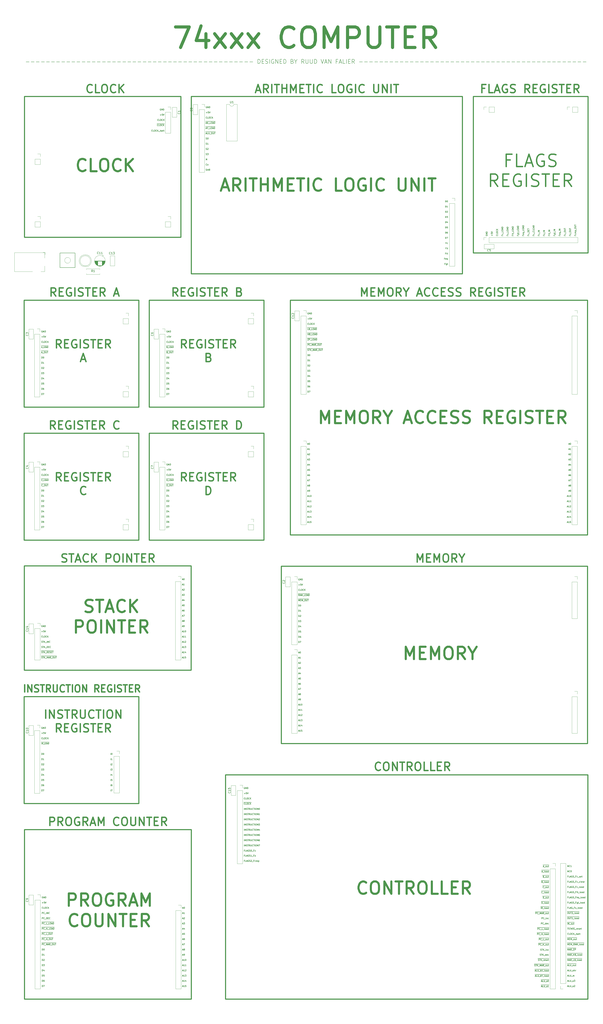
<source format=gto>
G04 #@! TF.GenerationSoftware,KiCad,Pcbnew,5.0.2+dfsg1-1*
G04 #@! TF.CreationDate,2019-08-16T15:09:45+02:00*
G04 #@! TF.ProjectId,Main-Board,4d61696e-2d42-46f6-9172-642e6b696361,rev?*
G04 #@! TF.SameCoordinates,Original*
G04 #@! TF.FileFunction,Legend,Top*
G04 #@! TF.FilePolarity,Positive*
%FSLAX46Y46*%
G04 Gerber Fmt 4.6, Leading zero omitted, Abs format (unit mm)*
G04 Created by KiCad (PCBNEW 5.0.2+dfsg1-1) date vr 16 aug 2019 15:09:45 CEST*
%MOMM*%
%LPD*%
G01*
G04 APERTURE LIST*
%ADD10C,0.200000*%
%ADD11C,1.500000*%
%ADD12C,0.700000*%
%ADD13C,1.000000*%
%ADD14C,0.150000*%
%ADD15C,0.500000*%
%ADD16C,0.120000*%
G04 APERTURE END LIST*
D10*
X65501428Y-65547857D02*
X67025238Y-65547857D01*
X67977619Y-65547857D02*
X69501428Y-65547857D01*
X70453809Y-65547857D02*
X71977619Y-65547857D01*
X72929999Y-65547857D02*
X74453809Y-65547857D01*
X75406190Y-65547857D02*
X76929999Y-65547857D01*
X77882380Y-65547857D02*
X79406190Y-65547857D01*
X80358571Y-65547857D02*
X81882380Y-65547857D01*
X82834761Y-65547857D02*
X84358571Y-65547857D01*
X85310952Y-65547857D02*
X86834761Y-65547857D01*
X87787142Y-65547857D02*
X89310952Y-65547857D01*
X90263333Y-65547857D02*
X91787142Y-65547857D01*
X92739523Y-65547857D02*
X94263333Y-65547857D01*
X95215714Y-65547857D02*
X96739523Y-65547857D01*
X97691904Y-65547857D02*
X99215714Y-65547857D01*
X100168095Y-65547857D02*
X101691904Y-65547857D01*
X102644285Y-65547857D02*
X104168095Y-65547857D01*
X105120476Y-65547857D02*
X106644285Y-65547857D01*
X107596666Y-65547857D02*
X109120476Y-65547857D01*
X110072857Y-65547857D02*
X111596666Y-65547857D01*
X112549047Y-65547857D02*
X114072857Y-65547857D01*
X115025238Y-65547857D02*
X116549047Y-65547857D01*
X117501428Y-65547857D02*
X119025238Y-65547857D01*
X119977619Y-65547857D02*
X121501428Y-65547857D01*
X122453809Y-65547857D02*
X123977619Y-65547857D01*
X124929999Y-65547857D02*
X126453809Y-65547857D01*
X127406190Y-65547857D02*
X128929999Y-65547857D01*
X129882380Y-65547857D02*
X131406190Y-65547857D01*
X132358571Y-65547857D02*
X133882380Y-65547857D01*
X134834761Y-65547857D02*
X136358571Y-65547857D01*
X137310952Y-65547857D02*
X138834761Y-65547857D01*
X139787142Y-65547857D02*
X141310952Y-65547857D01*
X142263333Y-65547857D02*
X143787142Y-65547857D01*
X144739523Y-65547857D02*
X146263333Y-65547857D01*
X147215714Y-65547857D02*
X148739523Y-65547857D01*
X149691904Y-65547857D02*
X151215714Y-65547857D01*
X152168095Y-65547857D02*
X153691904Y-65547857D01*
X154644285Y-65547857D02*
X156168095Y-65547857D01*
X157120476Y-65547857D02*
X158644285Y-65547857D01*
X159596666Y-65547857D02*
X161120476Y-65547857D01*
X162072857Y-65547857D02*
X163596666Y-65547857D01*
X164549047Y-65547857D02*
X166072857Y-65547857D01*
X167025238Y-65547857D02*
X168549047Y-65547857D01*
X169501428Y-65547857D02*
X171025238Y-65547857D01*
X171977619Y-65547857D02*
X173501428Y-65547857D01*
X174453809Y-65547857D02*
X175977619Y-65547857D01*
X178453809Y-66309761D02*
X178453809Y-64309761D01*
X178929999Y-64309761D01*
X179215714Y-64405000D01*
X179406190Y-64595476D01*
X179501428Y-64785952D01*
X179596666Y-65166904D01*
X179596666Y-65452619D01*
X179501428Y-65833571D01*
X179406190Y-66024047D01*
X179215714Y-66214523D01*
X178929999Y-66309761D01*
X178453809Y-66309761D01*
X180453809Y-65262142D02*
X181120476Y-65262142D01*
X181406190Y-66309761D02*
X180453809Y-66309761D01*
X180453809Y-64309761D01*
X181406190Y-64309761D01*
X182168095Y-66214523D02*
X182453809Y-66309761D01*
X182929999Y-66309761D01*
X183120476Y-66214523D01*
X183215714Y-66119285D01*
X183310952Y-65928809D01*
X183310952Y-65738333D01*
X183215714Y-65547857D01*
X183120476Y-65452619D01*
X182929999Y-65357380D01*
X182549047Y-65262142D01*
X182358571Y-65166904D01*
X182263333Y-65071666D01*
X182168095Y-64881190D01*
X182168095Y-64690714D01*
X182263333Y-64500238D01*
X182358571Y-64405000D01*
X182549047Y-64309761D01*
X183025238Y-64309761D01*
X183310952Y-64405000D01*
X184168095Y-66309761D02*
X184168095Y-64309761D01*
X186168095Y-64405000D02*
X185977619Y-64309761D01*
X185691904Y-64309761D01*
X185406190Y-64405000D01*
X185215714Y-64595476D01*
X185120476Y-64785952D01*
X185025238Y-65166904D01*
X185025238Y-65452619D01*
X185120476Y-65833571D01*
X185215714Y-66024047D01*
X185406190Y-66214523D01*
X185691904Y-66309761D01*
X185882380Y-66309761D01*
X186168095Y-66214523D01*
X186263333Y-66119285D01*
X186263333Y-65452619D01*
X185882380Y-65452619D01*
X187120476Y-66309761D02*
X187120476Y-64309761D01*
X188263333Y-66309761D01*
X188263333Y-64309761D01*
X189215714Y-65262142D02*
X189882380Y-65262142D01*
X190168095Y-66309761D02*
X189215714Y-66309761D01*
X189215714Y-64309761D01*
X190168095Y-64309761D01*
X191025238Y-66309761D02*
X191025238Y-64309761D01*
X191501428Y-64309761D01*
X191787142Y-64405000D01*
X191977619Y-64595476D01*
X192072857Y-64785952D01*
X192168095Y-65166904D01*
X192168095Y-65452619D01*
X192072857Y-65833571D01*
X191977619Y-66024047D01*
X191787142Y-66214523D01*
X191501428Y-66309761D01*
X191025238Y-66309761D01*
X195215714Y-65262142D02*
X195501428Y-65357380D01*
X195596666Y-65452619D01*
X195691904Y-65643095D01*
X195691904Y-65928809D01*
X195596666Y-66119285D01*
X195501428Y-66214523D01*
X195310952Y-66309761D01*
X194549047Y-66309761D01*
X194549047Y-64309761D01*
X195215714Y-64309761D01*
X195406190Y-64405000D01*
X195501428Y-64500238D01*
X195596666Y-64690714D01*
X195596666Y-64881190D01*
X195501428Y-65071666D01*
X195406190Y-65166904D01*
X195215714Y-65262142D01*
X194549047Y-65262142D01*
X196929999Y-65357380D02*
X196929999Y-66309761D01*
X196263333Y-64309761D02*
X196929999Y-65357380D01*
X197596666Y-64309761D01*
X200929999Y-66309761D02*
X200263333Y-65357380D01*
X199787142Y-66309761D02*
X199787142Y-64309761D01*
X200549047Y-64309761D01*
X200739523Y-64405000D01*
X200834761Y-64500238D01*
X200929999Y-64690714D01*
X200929999Y-64976428D01*
X200834761Y-65166904D01*
X200739523Y-65262142D01*
X200549047Y-65357380D01*
X199787142Y-65357380D01*
X201787142Y-64309761D02*
X201787142Y-65928809D01*
X201882380Y-66119285D01*
X201977619Y-66214523D01*
X202168095Y-66309761D01*
X202549047Y-66309761D01*
X202739523Y-66214523D01*
X202834761Y-66119285D01*
X202929999Y-65928809D01*
X202929999Y-64309761D01*
X203882380Y-64309761D02*
X203882380Y-65928809D01*
X203977619Y-66119285D01*
X204072857Y-66214523D01*
X204263333Y-66309761D01*
X204644285Y-66309761D01*
X204834761Y-66214523D01*
X204929999Y-66119285D01*
X205025238Y-65928809D01*
X205025238Y-64309761D01*
X205977619Y-66309761D02*
X205977619Y-64309761D01*
X206453809Y-64309761D01*
X206739523Y-64405000D01*
X206929999Y-64595476D01*
X207025238Y-64785952D01*
X207120476Y-65166904D01*
X207120476Y-65452619D01*
X207025238Y-65833571D01*
X206929999Y-66024047D01*
X206739523Y-66214523D01*
X206453809Y-66309761D01*
X205977619Y-66309761D01*
X209215714Y-64309761D02*
X209882380Y-66309761D01*
X210549047Y-64309761D01*
X211120476Y-65738333D02*
X212072857Y-65738333D01*
X210929999Y-66309761D02*
X211596666Y-64309761D01*
X212263333Y-66309761D01*
X212929999Y-66309761D02*
X212929999Y-64309761D01*
X214072857Y-66309761D01*
X214072857Y-64309761D01*
X217215714Y-65262142D02*
X216549047Y-65262142D01*
X216549047Y-66309761D02*
X216549047Y-64309761D01*
X217501428Y-64309761D01*
X218168095Y-65738333D02*
X219120476Y-65738333D01*
X217977619Y-66309761D02*
X218644285Y-64309761D01*
X219310952Y-66309761D01*
X220929999Y-66309761D02*
X219977619Y-66309761D01*
X219977619Y-64309761D01*
X221596666Y-66309761D02*
X221596666Y-64309761D01*
X222549047Y-65262142D02*
X223215714Y-65262142D01*
X223501428Y-66309761D02*
X222549047Y-66309761D01*
X222549047Y-64309761D01*
X223501428Y-64309761D01*
X225501428Y-66309761D02*
X224834761Y-65357380D01*
X224358571Y-66309761D02*
X224358571Y-64309761D01*
X225120476Y-64309761D01*
X225310952Y-64405000D01*
X225406190Y-64500238D01*
X225501428Y-64690714D01*
X225501428Y-64976428D01*
X225406190Y-65166904D01*
X225310952Y-65262142D01*
X225120476Y-65357380D01*
X224358571Y-65357380D01*
X227882380Y-65547857D02*
X229406190Y-65547857D01*
X230358571Y-65547857D02*
X231882380Y-65547857D01*
X232834761Y-65547857D02*
X234358571Y-65547857D01*
X235310952Y-65547857D02*
X236834761Y-65547857D01*
X237787142Y-65547857D02*
X239310952Y-65547857D01*
X240263333Y-65547857D02*
X241787142Y-65547857D01*
X242739523Y-65547857D02*
X244263333Y-65547857D01*
X245215714Y-65547857D02*
X246739523Y-65547857D01*
X247691904Y-65547857D02*
X249215714Y-65547857D01*
X250168095Y-65547857D02*
X251691904Y-65547857D01*
X252644285Y-65547857D02*
X254168095Y-65547857D01*
X255120476Y-65547857D02*
X256644285Y-65547857D01*
X257596666Y-65547857D02*
X259120476Y-65547857D01*
X260072857Y-65547857D02*
X261596666Y-65547857D01*
X262549047Y-65547857D02*
X264072857Y-65547857D01*
X265025238Y-65547857D02*
X266549047Y-65547857D01*
X267501428Y-65547857D02*
X269025238Y-65547857D01*
X269977619Y-65547857D02*
X271501428Y-65547857D01*
X272453809Y-65547857D02*
X273977619Y-65547857D01*
X274929999Y-65547857D02*
X276453809Y-65547857D01*
X277406190Y-65547857D02*
X278929999Y-65547857D01*
X279882380Y-65547857D02*
X281406190Y-65547857D01*
X282358571Y-65547857D02*
X283882380Y-65547857D01*
X284834761Y-65547857D02*
X286358571Y-65547857D01*
X287310952Y-65547857D02*
X288834761Y-65547857D01*
X289787142Y-65547857D02*
X291310952Y-65547857D01*
X292263333Y-65547857D02*
X293787142Y-65547857D01*
X294739523Y-65547857D02*
X296263333Y-65547857D01*
X297215714Y-65547857D02*
X298739523Y-65547857D01*
X299691904Y-65547857D02*
X301215714Y-65547857D01*
X302168095Y-65547857D02*
X303691904Y-65547857D01*
X304644285Y-65547857D02*
X306168095Y-65547857D01*
X307120476Y-65547857D02*
X308644285Y-65547857D01*
X309596666Y-65547857D02*
X311120476Y-65547857D01*
X312072857Y-65547857D02*
X313596666Y-65547857D01*
X314549047Y-65547857D02*
X316072857Y-65547857D01*
X317025238Y-65547857D02*
X318549047Y-65547857D01*
X319501428Y-65547857D02*
X321025238Y-65547857D01*
X321977619Y-65547857D02*
X323501428Y-65547857D01*
X324453809Y-65547857D02*
X325977619Y-65547857D01*
X326929999Y-65547857D02*
X328453809Y-65547857D01*
X329406190Y-65547857D02*
X330929999Y-65547857D01*
X331882380Y-65547857D02*
X333406190Y-65547857D01*
X334358571Y-65547857D02*
X335882380Y-65547857D01*
X336834761Y-65547857D02*
X338358571Y-65547857D01*
D11*
X138358571Y-48498809D02*
X145025238Y-48498809D01*
X140739523Y-58498809D01*
X153120476Y-51832142D02*
X153120476Y-58498809D01*
X150739523Y-48022619D02*
X148358571Y-55165476D01*
X154549047Y-55165476D01*
X157406190Y-58498809D02*
X162644285Y-51832142D01*
X157406190Y-51832142D02*
X162644285Y-58498809D01*
X165501428Y-58498809D02*
X170739523Y-51832142D01*
X165501428Y-51832142D02*
X170739523Y-58498809D01*
X173596666Y-58498809D02*
X178834761Y-51832142D01*
X173596666Y-51832142D02*
X178834761Y-58498809D01*
X195977619Y-57546428D02*
X195501428Y-58022619D01*
X194072857Y-58498809D01*
X193120476Y-58498809D01*
X191691904Y-58022619D01*
X190739523Y-57070238D01*
X190263333Y-56117857D01*
X189787142Y-54213095D01*
X189787142Y-52784523D01*
X190263333Y-50879761D01*
X190739523Y-49927380D01*
X191691904Y-48975000D01*
X193120476Y-48498809D01*
X194072857Y-48498809D01*
X195501428Y-48975000D01*
X195977619Y-49451190D01*
X202168095Y-48498809D02*
X204072857Y-48498809D01*
X205025238Y-48975000D01*
X205977619Y-49927380D01*
X206453809Y-51832142D01*
X206453809Y-55165476D01*
X205977619Y-57070238D01*
X205025238Y-58022619D01*
X204072857Y-58498809D01*
X202168095Y-58498809D01*
X201215714Y-58022619D01*
X200263333Y-57070238D01*
X199787142Y-55165476D01*
X199787142Y-51832142D01*
X200263333Y-49927380D01*
X201215714Y-48975000D01*
X202168095Y-48498809D01*
X210739523Y-58498809D02*
X210739523Y-48498809D01*
X214072857Y-55641666D01*
X217406190Y-48498809D01*
X217406190Y-58498809D01*
X222168095Y-58498809D02*
X222168095Y-48498809D01*
X225977619Y-48498809D01*
X226930000Y-48975000D01*
X227406190Y-49451190D01*
X227882380Y-50403571D01*
X227882380Y-51832142D01*
X227406190Y-52784523D01*
X226930000Y-53260714D01*
X225977619Y-53736904D01*
X222168095Y-53736904D01*
X232168095Y-48498809D02*
X232168095Y-56594047D01*
X232644285Y-57546428D01*
X233120476Y-58022619D01*
X234072857Y-58498809D01*
X235977619Y-58498809D01*
X236930000Y-58022619D01*
X237406190Y-57546428D01*
X237882380Y-56594047D01*
X237882380Y-48498809D01*
X241215714Y-48498809D02*
X246930000Y-48498809D01*
X244072857Y-58498809D02*
X244072857Y-48498809D01*
X250263333Y-53260714D02*
X253596666Y-53260714D01*
X255025238Y-58498809D02*
X250263333Y-58498809D01*
X250263333Y-48498809D01*
X255025238Y-48498809D01*
X265025238Y-58498809D02*
X261691904Y-53736904D01*
X259310952Y-58498809D02*
X259310952Y-48498809D01*
X263120476Y-48498809D01*
X264072857Y-48975000D01*
X264549047Y-49451190D01*
X265025238Y-50403571D01*
X265025238Y-51832142D01*
X264549047Y-52784523D01*
X264072857Y-53260714D01*
X263120476Y-53736904D01*
X259310952Y-53736904D01*
D12*
X77124285Y-437419523D02*
X77124285Y-433419523D01*
X78648095Y-433419523D01*
X79029047Y-433610000D01*
X79219523Y-433800476D01*
X79410000Y-434181428D01*
X79410000Y-434752857D01*
X79219523Y-435133809D01*
X79029047Y-435324285D01*
X78648095Y-435514761D01*
X77124285Y-435514761D01*
X83410000Y-437419523D02*
X82076666Y-435514761D01*
X81124285Y-437419523D02*
X81124285Y-433419523D01*
X82648095Y-433419523D01*
X83029047Y-433610000D01*
X83219523Y-433800476D01*
X83410000Y-434181428D01*
X83410000Y-434752857D01*
X83219523Y-435133809D01*
X83029047Y-435324285D01*
X82648095Y-435514761D01*
X81124285Y-435514761D01*
X85886190Y-433419523D02*
X86648095Y-433419523D01*
X87029047Y-433610000D01*
X87410000Y-433990952D01*
X87600476Y-434752857D01*
X87600476Y-436086190D01*
X87410000Y-436848095D01*
X87029047Y-437229047D01*
X86648095Y-437419523D01*
X85886190Y-437419523D01*
X85505238Y-437229047D01*
X85124285Y-436848095D01*
X84933809Y-436086190D01*
X84933809Y-434752857D01*
X85124285Y-433990952D01*
X85505238Y-433610000D01*
X85886190Y-433419523D01*
X91410000Y-433610000D02*
X91029047Y-433419523D01*
X90457619Y-433419523D01*
X89886190Y-433610000D01*
X89505238Y-433990952D01*
X89314761Y-434371904D01*
X89124285Y-435133809D01*
X89124285Y-435705238D01*
X89314761Y-436467142D01*
X89505238Y-436848095D01*
X89886190Y-437229047D01*
X90457619Y-437419523D01*
X90838571Y-437419523D01*
X91410000Y-437229047D01*
X91600476Y-437038571D01*
X91600476Y-435705238D01*
X90838571Y-435705238D01*
X95600476Y-437419523D02*
X94267142Y-435514761D01*
X93314761Y-437419523D02*
X93314761Y-433419523D01*
X94838571Y-433419523D01*
X95219523Y-433610000D01*
X95410000Y-433800476D01*
X95600476Y-434181428D01*
X95600476Y-434752857D01*
X95410000Y-435133809D01*
X95219523Y-435324285D01*
X94838571Y-435514761D01*
X93314761Y-435514761D01*
X97124285Y-436276666D02*
X99029047Y-436276666D01*
X96743333Y-437419523D02*
X98076666Y-433419523D01*
X99410000Y-437419523D01*
X100743333Y-437419523D02*
X100743333Y-433419523D01*
X102076666Y-436276666D01*
X103410000Y-433419523D01*
X103410000Y-437419523D01*
X110648095Y-437038571D02*
X110457619Y-437229047D01*
X109886190Y-437419523D01*
X109505238Y-437419523D01*
X108933809Y-437229047D01*
X108552857Y-436848095D01*
X108362380Y-436467142D01*
X108171904Y-435705238D01*
X108171904Y-435133809D01*
X108362380Y-434371904D01*
X108552857Y-433990952D01*
X108933809Y-433610000D01*
X109505238Y-433419523D01*
X109886190Y-433419523D01*
X110457619Y-433610000D01*
X110648095Y-433800476D01*
X113124285Y-433419523D02*
X113886190Y-433419523D01*
X114267142Y-433610000D01*
X114648095Y-433990952D01*
X114838571Y-434752857D01*
X114838571Y-436086190D01*
X114648095Y-436848095D01*
X114267142Y-437229047D01*
X113886190Y-437419523D01*
X113124285Y-437419523D01*
X112743333Y-437229047D01*
X112362380Y-436848095D01*
X112171904Y-436086190D01*
X112171904Y-434752857D01*
X112362380Y-433990952D01*
X112743333Y-433610000D01*
X113124285Y-433419523D01*
X116552857Y-433419523D02*
X116552857Y-436657619D01*
X116743333Y-437038571D01*
X116933809Y-437229047D01*
X117314761Y-437419523D01*
X118076666Y-437419523D01*
X118457619Y-437229047D01*
X118648095Y-437038571D01*
X118838571Y-436657619D01*
X118838571Y-433419523D01*
X120743333Y-437419523D02*
X120743333Y-433419523D01*
X123029047Y-437419523D01*
X123029047Y-433419523D01*
X124362380Y-433419523D02*
X126648095Y-433419523D01*
X125505238Y-437419523D02*
X125505238Y-433419523D01*
X127981428Y-435324285D02*
X129314761Y-435324285D01*
X129886190Y-437419523D02*
X127981428Y-437419523D01*
X127981428Y-433419523D01*
X129886190Y-433419523D01*
X133886190Y-437419523D02*
X132552857Y-435514761D01*
X131600476Y-437419523D02*
X131600476Y-433419523D01*
X133124285Y-433419523D01*
X133505238Y-433610000D01*
X133695714Y-433800476D01*
X133886190Y-434181428D01*
X133886190Y-434752857D01*
X133695714Y-435133809D01*
X133505238Y-435324285D01*
X133124285Y-435514761D01*
X131600476Y-435514761D01*
X64817142Y-372423333D02*
X64817142Y-368923333D01*
X66388571Y-372423333D02*
X66388571Y-368923333D01*
X68274285Y-372423333D01*
X68274285Y-368923333D01*
X69688571Y-372256666D02*
X70160000Y-372423333D01*
X70945714Y-372423333D01*
X71260000Y-372256666D01*
X71417142Y-372090000D01*
X71574285Y-371756666D01*
X71574285Y-371423333D01*
X71417142Y-371090000D01*
X71260000Y-370923333D01*
X70945714Y-370756666D01*
X70317142Y-370590000D01*
X70002857Y-370423333D01*
X69845714Y-370256666D01*
X69688571Y-369923333D01*
X69688571Y-369590000D01*
X69845714Y-369256666D01*
X70002857Y-369090000D01*
X70317142Y-368923333D01*
X71102857Y-368923333D01*
X71574285Y-369090000D01*
X72517142Y-368923333D02*
X74402857Y-368923333D01*
X73460000Y-372423333D02*
X73460000Y-368923333D01*
X77388571Y-372423333D02*
X76288571Y-370756666D01*
X75502857Y-372423333D02*
X75502857Y-368923333D01*
X76760000Y-368923333D01*
X77074285Y-369090000D01*
X77231428Y-369256666D01*
X77388571Y-369590000D01*
X77388571Y-370090000D01*
X77231428Y-370423333D01*
X77074285Y-370590000D01*
X76760000Y-370756666D01*
X75502857Y-370756666D01*
X78802857Y-368923333D02*
X78802857Y-371756666D01*
X78960000Y-372090000D01*
X79117142Y-372256666D01*
X79431428Y-372423333D01*
X80060000Y-372423333D01*
X80374285Y-372256666D01*
X80531428Y-372090000D01*
X80688571Y-371756666D01*
X80688571Y-368923333D01*
X84145714Y-372090000D02*
X83988571Y-372256666D01*
X83517142Y-372423333D01*
X83202857Y-372423333D01*
X82731428Y-372256666D01*
X82417142Y-371923333D01*
X82260000Y-371590000D01*
X82102857Y-370923333D01*
X82102857Y-370423333D01*
X82260000Y-369756666D01*
X82417142Y-369423333D01*
X82731428Y-369090000D01*
X83202857Y-368923333D01*
X83517142Y-368923333D01*
X83988571Y-369090000D01*
X84145714Y-369256666D01*
X85088571Y-368923333D02*
X86974285Y-368923333D01*
X86031428Y-372423333D02*
X86031428Y-368923333D01*
X88074285Y-372423333D02*
X88074285Y-368923333D01*
X90274285Y-368923333D02*
X90902857Y-368923333D01*
X91217142Y-369090000D01*
X91531428Y-369423333D01*
X91688571Y-370090000D01*
X91688571Y-371256666D01*
X91531428Y-371923333D01*
X91217142Y-372256666D01*
X90902857Y-372423333D01*
X90274285Y-372423333D01*
X89960000Y-372256666D01*
X89645714Y-371923333D01*
X89488571Y-371256666D01*
X89488571Y-370090000D01*
X89645714Y-369423333D01*
X89960000Y-369090000D01*
X90274285Y-368923333D01*
X93102857Y-372423333D02*
X93102857Y-368923333D01*
X94988571Y-372423333D01*
X94988571Y-368923333D01*
X100960000Y-372423333D02*
X99860000Y-370756666D01*
X99074285Y-372423333D02*
X99074285Y-368923333D01*
X100331428Y-368923333D01*
X100645714Y-369090000D01*
X100802857Y-369256666D01*
X100960000Y-369590000D01*
X100960000Y-370090000D01*
X100802857Y-370423333D01*
X100645714Y-370590000D01*
X100331428Y-370756666D01*
X99074285Y-370756666D01*
X102374285Y-370590000D02*
X103474285Y-370590000D01*
X103945714Y-372423333D02*
X102374285Y-372423333D01*
X102374285Y-368923333D01*
X103945714Y-368923333D01*
X107088571Y-369090000D02*
X106774285Y-368923333D01*
X106302857Y-368923333D01*
X105831428Y-369090000D01*
X105517142Y-369423333D01*
X105360000Y-369756666D01*
X105202857Y-370423333D01*
X105202857Y-370923333D01*
X105360000Y-371590000D01*
X105517142Y-371923333D01*
X105831428Y-372256666D01*
X106302857Y-372423333D01*
X106617142Y-372423333D01*
X107088571Y-372256666D01*
X107245714Y-372090000D01*
X107245714Y-370923333D01*
X106617142Y-370923333D01*
X108660000Y-372423333D02*
X108660000Y-368923333D01*
X110074285Y-372256666D02*
X110545714Y-372423333D01*
X111331428Y-372423333D01*
X111645714Y-372256666D01*
X111802857Y-372090000D01*
X111960000Y-371756666D01*
X111960000Y-371423333D01*
X111802857Y-371090000D01*
X111645714Y-370923333D01*
X111331428Y-370756666D01*
X110702857Y-370590000D01*
X110388571Y-370423333D01*
X110231428Y-370256666D01*
X110074285Y-369923333D01*
X110074285Y-369590000D01*
X110231428Y-369256666D01*
X110388571Y-369090000D01*
X110702857Y-368923333D01*
X111488571Y-368923333D01*
X111960000Y-369090000D01*
X112902857Y-368923333D02*
X114788571Y-368923333D01*
X113845714Y-372423333D02*
X113845714Y-368923333D01*
X115888571Y-370590000D02*
X116988571Y-370590000D01*
X117460000Y-372423333D02*
X115888571Y-372423333D01*
X115888571Y-368923333D01*
X117460000Y-368923333D01*
X120760000Y-372423333D02*
X119660000Y-370756666D01*
X118874285Y-372423333D02*
X118874285Y-368923333D01*
X120131428Y-368923333D01*
X120445714Y-369090000D01*
X120602857Y-369256666D01*
X120760000Y-369590000D01*
X120760000Y-370090000D01*
X120602857Y-370423333D01*
X120445714Y-370590000D01*
X120131428Y-370756666D01*
X118874285Y-370756666D01*
X238126952Y-410241571D02*
X237936476Y-410432047D01*
X237365047Y-410622523D01*
X236984095Y-410622523D01*
X236412666Y-410432047D01*
X236031714Y-410051095D01*
X235841238Y-409670142D01*
X235650761Y-408908238D01*
X235650761Y-408336809D01*
X235841238Y-407574904D01*
X236031714Y-407193952D01*
X236412666Y-406813000D01*
X236984095Y-406622523D01*
X237365047Y-406622523D01*
X237936476Y-406813000D01*
X238126952Y-407003476D01*
X240603142Y-406622523D02*
X241365047Y-406622523D01*
X241746000Y-406813000D01*
X242126952Y-407193952D01*
X242317428Y-407955857D01*
X242317428Y-409289190D01*
X242126952Y-410051095D01*
X241746000Y-410432047D01*
X241365047Y-410622523D01*
X240603142Y-410622523D01*
X240222190Y-410432047D01*
X239841238Y-410051095D01*
X239650761Y-409289190D01*
X239650761Y-407955857D01*
X239841238Y-407193952D01*
X240222190Y-406813000D01*
X240603142Y-406622523D01*
X244031714Y-410622523D02*
X244031714Y-406622523D01*
X246317428Y-410622523D01*
X246317428Y-406622523D01*
X247650761Y-406622523D02*
X249936476Y-406622523D01*
X248793619Y-410622523D02*
X248793619Y-406622523D01*
X253555523Y-410622523D02*
X252222190Y-408717761D01*
X251269809Y-410622523D02*
X251269809Y-406622523D01*
X252793619Y-406622523D01*
X253174571Y-406813000D01*
X253365047Y-407003476D01*
X253555523Y-407384428D01*
X253555523Y-407955857D01*
X253365047Y-408336809D01*
X253174571Y-408527285D01*
X252793619Y-408717761D01*
X251269809Y-408717761D01*
X256031714Y-406622523D02*
X256793619Y-406622523D01*
X257174571Y-406813000D01*
X257555523Y-407193952D01*
X257746000Y-407955857D01*
X257746000Y-409289190D01*
X257555523Y-410051095D01*
X257174571Y-410432047D01*
X256793619Y-410622523D01*
X256031714Y-410622523D01*
X255650761Y-410432047D01*
X255269809Y-410051095D01*
X255079333Y-409289190D01*
X255079333Y-407955857D01*
X255269809Y-407193952D01*
X255650761Y-406813000D01*
X256031714Y-406622523D01*
X261365047Y-410622523D02*
X259460285Y-410622523D01*
X259460285Y-406622523D01*
X264603142Y-410622523D02*
X262698380Y-410622523D01*
X262698380Y-406622523D01*
X265936476Y-408527285D02*
X267269809Y-408527285D01*
X267841238Y-410622523D02*
X265936476Y-410622523D01*
X265936476Y-406622523D01*
X267841238Y-406622523D01*
X271841238Y-410622523D02*
X270507904Y-408717761D01*
X269555523Y-410622523D02*
X269555523Y-406622523D01*
X271079333Y-406622523D01*
X271460285Y-406813000D01*
X271650761Y-407003476D01*
X271841238Y-407384428D01*
X271841238Y-407955857D01*
X271650761Y-408336809D01*
X271460285Y-408527285D01*
X271079333Y-408717761D01*
X269555523Y-408717761D01*
X256096904Y-309149523D02*
X256096904Y-305149523D01*
X257430238Y-308006666D01*
X258763571Y-305149523D01*
X258763571Y-309149523D01*
X260668333Y-307054285D02*
X262001666Y-307054285D01*
X262573095Y-309149523D02*
X260668333Y-309149523D01*
X260668333Y-305149523D01*
X262573095Y-305149523D01*
X264287380Y-309149523D02*
X264287380Y-305149523D01*
X265620714Y-308006666D01*
X266954047Y-305149523D01*
X266954047Y-309149523D01*
X269620714Y-305149523D02*
X270382619Y-305149523D01*
X270763571Y-305340000D01*
X271144523Y-305720952D01*
X271335000Y-306482857D01*
X271335000Y-307816190D01*
X271144523Y-308578095D01*
X270763571Y-308959047D01*
X270382619Y-309149523D01*
X269620714Y-309149523D01*
X269239761Y-308959047D01*
X268858809Y-308578095D01*
X268668333Y-307816190D01*
X268668333Y-306482857D01*
X268858809Y-305720952D01*
X269239761Y-305340000D01*
X269620714Y-305149523D01*
X275335000Y-309149523D02*
X274001666Y-307244761D01*
X273049285Y-309149523D02*
X273049285Y-305149523D01*
X274573095Y-305149523D01*
X274954047Y-305340000D01*
X275144523Y-305530476D01*
X275335000Y-305911428D01*
X275335000Y-306482857D01*
X275144523Y-306863809D01*
X274954047Y-307054285D01*
X274573095Y-307244761D01*
X273049285Y-307244761D01*
X277811190Y-307244761D02*
X277811190Y-309149523D01*
X276477857Y-305149523D02*
X277811190Y-307244761D01*
X279144523Y-305149523D01*
X83029047Y-308959047D02*
X83600476Y-309149523D01*
X84552857Y-309149523D01*
X84933809Y-308959047D01*
X85124285Y-308768571D01*
X85314761Y-308387619D01*
X85314761Y-308006666D01*
X85124285Y-307625714D01*
X84933809Y-307435238D01*
X84552857Y-307244761D01*
X83790952Y-307054285D01*
X83410000Y-306863809D01*
X83219523Y-306673333D01*
X83029047Y-306292380D01*
X83029047Y-305911428D01*
X83219523Y-305530476D01*
X83410000Y-305340000D01*
X83790952Y-305149523D01*
X84743333Y-305149523D01*
X85314761Y-305340000D01*
X86457619Y-305149523D02*
X88743333Y-305149523D01*
X87600476Y-309149523D02*
X87600476Y-305149523D01*
X89886190Y-308006666D02*
X91790952Y-308006666D01*
X89505238Y-309149523D02*
X90838571Y-305149523D01*
X92171904Y-309149523D01*
X95790952Y-308768571D02*
X95600476Y-308959047D01*
X95029047Y-309149523D01*
X94648095Y-309149523D01*
X94076666Y-308959047D01*
X93695714Y-308578095D01*
X93505238Y-308197142D01*
X93314761Y-307435238D01*
X93314761Y-306863809D01*
X93505238Y-306101904D01*
X93695714Y-305720952D01*
X94076666Y-305340000D01*
X94648095Y-305149523D01*
X95029047Y-305149523D01*
X95600476Y-305340000D01*
X95790952Y-305530476D01*
X97505238Y-309149523D02*
X97505238Y-305149523D01*
X99790952Y-309149523D02*
X98076666Y-306863809D01*
X99790952Y-305149523D02*
X97505238Y-307435238D01*
X104552857Y-309149523D02*
X104552857Y-305149523D01*
X106076666Y-305149523D01*
X106457619Y-305340000D01*
X106648095Y-305530476D01*
X106838571Y-305911428D01*
X106838571Y-306482857D01*
X106648095Y-306863809D01*
X106457619Y-307054285D01*
X106076666Y-307244761D01*
X104552857Y-307244761D01*
X109314761Y-305149523D02*
X110076666Y-305149523D01*
X110457619Y-305340000D01*
X110838571Y-305720952D01*
X111029047Y-306482857D01*
X111029047Y-307816190D01*
X110838571Y-308578095D01*
X110457619Y-308959047D01*
X110076666Y-309149523D01*
X109314761Y-309149523D01*
X108933809Y-308959047D01*
X108552857Y-308578095D01*
X108362380Y-307816190D01*
X108362380Y-306482857D01*
X108552857Y-305720952D01*
X108933809Y-305340000D01*
X109314761Y-305149523D01*
X112743333Y-309149523D02*
X112743333Y-305149523D01*
X114648095Y-309149523D02*
X114648095Y-305149523D01*
X116933809Y-309149523D01*
X116933809Y-305149523D01*
X118267142Y-305149523D02*
X120552857Y-305149523D01*
X119409999Y-309149523D02*
X119409999Y-305149523D01*
X121886190Y-307054285D02*
X123219523Y-307054285D01*
X123790952Y-309149523D02*
X121886190Y-309149523D01*
X121886190Y-305149523D01*
X123790952Y-305149523D01*
X127790952Y-309149523D02*
X126457619Y-307244761D01*
X125505238Y-309149523D02*
X125505238Y-305149523D01*
X127029047Y-305149523D01*
X127409999Y-305340000D01*
X127600476Y-305530476D01*
X127790952Y-305911428D01*
X127790952Y-306482857D01*
X127600476Y-306863809D01*
X127409999Y-307054285D01*
X127029047Y-307244761D01*
X125505238Y-307244761D01*
X139384285Y-244379523D02*
X138050952Y-242474761D01*
X137098571Y-244379523D02*
X137098571Y-240379523D01*
X138622380Y-240379523D01*
X139003333Y-240570000D01*
X139193809Y-240760476D01*
X139384285Y-241141428D01*
X139384285Y-241712857D01*
X139193809Y-242093809D01*
X139003333Y-242284285D01*
X138622380Y-242474761D01*
X137098571Y-242474761D01*
X141098571Y-242284285D02*
X142431904Y-242284285D01*
X143003333Y-244379523D02*
X141098571Y-244379523D01*
X141098571Y-240379523D01*
X143003333Y-240379523D01*
X146812857Y-240570000D02*
X146431904Y-240379523D01*
X145860476Y-240379523D01*
X145289047Y-240570000D01*
X144908095Y-240950952D01*
X144717619Y-241331904D01*
X144527142Y-242093809D01*
X144527142Y-242665238D01*
X144717619Y-243427142D01*
X144908095Y-243808095D01*
X145289047Y-244189047D01*
X145860476Y-244379523D01*
X146241428Y-244379523D01*
X146812857Y-244189047D01*
X147003333Y-243998571D01*
X147003333Y-242665238D01*
X146241428Y-242665238D01*
X148717619Y-244379523D02*
X148717619Y-240379523D01*
X150431904Y-244189047D02*
X151003333Y-244379523D01*
X151955714Y-244379523D01*
X152336666Y-244189047D01*
X152527142Y-243998571D01*
X152717619Y-243617619D01*
X152717619Y-243236666D01*
X152527142Y-242855714D01*
X152336666Y-242665238D01*
X151955714Y-242474761D01*
X151193809Y-242284285D01*
X150812857Y-242093809D01*
X150622380Y-241903333D01*
X150431904Y-241522380D01*
X150431904Y-241141428D01*
X150622380Y-240760476D01*
X150812857Y-240570000D01*
X151193809Y-240379523D01*
X152146190Y-240379523D01*
X152717619Y-240570000D01*
X153860476Y-240379523D02*
X156146190Y-240379523D01*
X155003333Y-244379523D02*
X155003333Y-240379523D01*
X157479523Y-242284285D02*
X158812857Y-242284285D01*
X159384285Y-244379523D02*
X157479523Y-244379523D01*
X157479523Y-240379523D01*
X159384285Y-240379523D01*
X163384285Y-244379523D02*
X162050952Y-242474761D01*
X161098571Y-244379523D02*
X161098571Y-240379523D01*
X162622380Y-240379523D01*
X163003333Y-240570000D01*
X163193809Y-240760476D01*
X163384285Y-241141428D01*
X163384285Y-241712857D01*
X163193809Y-242093809D01*
X163003333Y-242284285D01*
X162622380Y-242474761D01*
X161098571Y-242474761D01*
X168146190Y-244379523D02*
X168146190Y-240379523D01*
X169098571Y-240379523D01*
X169670000Y-240570000D01*
X170050952Y-240950952D01*
X170241428Y-241331904D01*
X170431904Y-242093809D01*
X170431904Y-242665238D01*
X170241428Y-243427142D01*
X170050952Y-243808095D01*
X169670000Y-244189047D01*
X169098571Y-244379523D01*
X168146190Y-244379523D01*
X79694285Y-244379523D02*
X78360952Y-242474761D01*
X77408571Y-244379523D02*
X77408571Y-240379523D01*
X78932380Y-240379523D01*
X79313333Y-240570000D01*
X79503809Y-240760476D01*
X79694285Y-241141428D01*
X79694285Y-241712857D01*
X79503809Y-242093809D01*
X79313333Y-242284285D01*
X78932380Y-242474761D01*
X77408571Y-242474761D01*
X81408571Y-242284285D02*
X82741904Y-242284285D01*
X83313333Y-244379523D02*
X81408571Y-244379523D01*
X81408571Y-240379523D01*
X83313333Y-240379523D01*
X87122857Y-240570000D02*
X86741904Y-240379523D01*
X86170476Y-240379523D01*
X85599047Y-240570000D01*
X85218095Y-240950952D01*
X85027619Y-241331904D01*
X84837142Y-242093809D01*
X84837142Y-242665238D01*
X85027619Y-243427142D01*
X85218095Y-243808095D01*
X85599047Y-244189047D01*
X86170476Y-244379523D01*
X86551428Y-244379523D01*
X87122857Y-244189047D01*
X87313333Y-243998571D01*
X87313333Y-242665238D01*
X86551428Y-242665238D01*
X89027619Y-244379523D02*
X89027619Y-240379523D01*
X90741904Y-244189047D02*
X91313333Y-244379523D01*
X92265714Y-244379523D01*
X92646666Y-244189047D01*
X92837142Y-243998571D01*
X93027619Y-243617619D01*
X93027619Y-243236666D01*
X92837142Y-242855714D01*
X92646666Y-242665238D01*
X92265714Y-242474761D01*
X91503809Y-242284285D01*
X91122857Y-242093809D01*
X90932380Y-241903333D01*
X90741904Y-241522380D01*
X90741904Y-241141428D01*
X90932380Y-240760476D01*
X91122857Y-240570000D01*
X91503809Y-240379523D01*
X92456190Y-240379523D01*
X93027619Y-240570000D01*
X94170476Y-240379523D02*
X96456190Y-240379523D01*
X95313333Y-244379523D02*
X95313333Y-240379523D01*
X97789523Y-242284285D02*
X99122857Y-242284285D01*
X99694285Y-244379523D02*
X97789523Y-244379523D01*
X97789523Y-240379523D01*
X99694285Y-240379523D01*
X103694285Y-244379523D02*
X102360952Y-242474761D01*
X101408571Y-244379523D02*
X101408571Y-240379523D01*
X102932380Y-240379523D01*
X103313333Y-240570000D01*
X103503809Y-240760476D01*
X103694285Y-241141428D01*
X103694285Y-241712857D01*
X103503809Y-242093809D01*
X103313333Y-242284285D01*
X102932380Y-242474761D01*
X101408571Y-242474761D01*
X110741904Y-243998571D02*
X110551428Y-244189047D01*
X109980000Y-244379523D01*
X109599047Y-244379523D01*
X109027619Y-244189047D01*
X108646666Y-243808095D01*
X108456190Y-243427142D01*
X108265714Y-242665238D01*
X108265714Y-242093809D01*
X108456190Y-241331904D01*
X108646666Y-240950952D01*
X109027619Y-240570000D01*
X109599047Y-240379523D01*
X109980000Y-240379523D01*
X110551428Y-240570000D01*
X110741904Y-240760476D01*
X79980000Y-179609523D02*
X78646666Y-177704761D01*
X77694285Y-179609523D02*
X77694285Y-175609523D01*
X79218095Y-175609523D01*
X79599047Y-175800000D01*
X79789523Y-175990476D01*
X79980000Y-176371428D01*
X79980000Y-176942857D01*
X79789523Y-177323809D01*
X79599047Y-177514285D01*
X79218095Y-177704761D01*
X77694285Y-177704761D01*
X81694285Y-177514285D02*
X83027619Y-177514285D01*
X83599047Y-179609523D02*
X81694285Y-179609523D01*
X81694285Y-175609523D01*
X83599047Y-175609523D01*
X87408571Y-175800000D02*
X87027619Y-175609523D01*
X86456190Y-175609523D01*
X85884761Y-175800000D01*
X85503809Y-176180952D01*
X85313333Y-176561904D01*
X85122857Y-177323809D01*
X85122857Y-177895238D01*
X85313333Y-178657142D01*
X85503809Y-179038095D01*
X85884761Y-179419047D01*
X86456190Y-179609523D01*
X86837142Y-179609523D01*
X87408571Y-179419047D01*
X87599047Y-179228571D01*
X87599047Y-177895238D01*
X86837142Y-177895238D01*
X89313333Y-179609523D02*
X89313333Y-175609523D01*
X91027619Y-179419047D02*
X91599047Y-179609523D01*
X92551428Y-179609523D01*
X92932380Y-179419047D01*
X93122857Y-179228571D01*
X93313333Y-178847619D01*
X93313333Y-178466666D01*
X93122857Y-178085714D01*
X92932380Y-177895238D01*
X92551428Y-177704761D01*
X91789523Y-177514285D01*
X91408571Y-177323809D01*
X91218095Y-177133333D01*
X91027619Y-176752380D01*
X91027619Y-176371428D01*
X91218095Y-175990476D01*
X91408571Y-175800000D01*
X91789523Y-175609523D01*
X92741904Y-175609523D01*
X93313333Y-175800000D01*
X94456190Y-175609523D02*
X96741904Y-175609523D01*
X95599047Y-179609523D02*
X95599047Y-175609523D01*
X98075238Y-177514285D02*
X99408571Y-177514285D01*
X99980000Y-179609523D02*
X98075238Y-179609523D01*
X98075238Y-175609523D01*
X99980000Y-175609523D01*
X103980000Y-179609523D02*
X102646666Y-177704761D01*
X101694285Y-179609523D02*
X101694285Y-175609523D01*
X103218095Y-175609523D01*
X103599047Y-175800000D01*
X103789523Y-175990476D01*
X103980000Y-176371428D01*
X103980000Y-176942857D01*
X103789523Y-177323809D01*
X103599047Y-177514285D01*
X103218095Y-177704761D01*
X101694285Y-177704761D01*
X108551428Y-178466666D02*
X110456190Y-178466666D01*
X108170476Y-179609523D02*
X109503809Y-175609523D01*
X110837142Y-179609523D01*
X139384285Y-179609523D02*
X138050952Y-177704761D01*
X137098571Y-179609523D02*
X137098571Y-175609523D01*
X138622380Y-175609523D01*
X139003333Y-175800000D01*
X139193809Y-175990476D01*
X139384285Y-176371428D01*
X139384285Y-176942857D01*
X139193809Y-177323809D01*
X139003333Y-177514285D01*
X138622380Y-177704761D01*
X137098571Y-177704761D01*
X141098571Y-177514285D02*
X142431904Y-177514285D01*
X143003333Y-179609523D02*
X141098571Y-179609523D01*
X141098571Y-175609523D01*
X143003333Y-175609523D01*
X146812857Y-175800000D02*
X146431904Y-175609523D01*
X145860476Y-175609523D01*
X145289047Y-175800000D01*
X144908095Y-176180952D01*
X144717619Y-176561904D01*
X144527142Y-177323809D01*
X144527142Y-177895238D01*
X144717619Y-178657142D01*
X144908095Y-179038095D01*
X145289047Y-179419047D01*
X145860476Y-179609523D01*
X146241428Y-179609523D01*
X146812857Y-179419047D01*
X147003333Y-179228571D01*
X147003333Y-177895238D01*
X146241428Y-177895238D01*
X148717619Y-179609523D02*
X148717619Y-175609523D01*
X150431904Y-179419047D02*
X151003333Y-179609523D01*
X151955714Y-179609523D01*
X152336666Y-179419047D01*
X152527142Y-179228571D01*
X152717619Y-178847619D01*
X152717619Y-178466666D01*
X152527142Y-178085714D01*
X152336666Y-177895238D01*
X151955714Y-177704761D01*
X151193809Y-177514285D01*
X150812857Y-177323809D01*
X150622380Y-177133333D01*
X150431904Y-176752380D01*
X150431904Y-176371428D01*
X150622380Y-175990476D01*
X150812857Y-175800000D01*
X151193809Y-175609523D01*
X152146190Y-175609523D01*
X152717619Y-175800000D01*
X153860476Y-175609523D02*
X156146190Y-175609523D01*
X155003333Y-179609523D02*
X155003333Y-175609523D01*
X157479523Y-177514285D02*
X158812857Y-177514285D01*
X159384285Y-179609523D02*
X157479523Y-179609523D01*
X157479523Y-175609523D01*
X159384285Y-175609523D01*
X163384285Y-179609523D02*
X162050952Y-177704761D01*
X161098571Y-179609523D02*
X161098571Y-175609523D01*
X162622380Y-175609523D01*
X163003333Y-175800000D01*
X163193809Y-175990476D01*
X163384285Y-176371428D01*
X163384285Y-176942857D01*
X163193809Y-177323809D01*
X163003333Y-177514285D01*
X162622380Y-177704761D01*
X161098571Y-177704761D01*
X169479523Y-177514285D02*
X170050952Y-177704761D01*
X170241428Y-177895238D01*
X170431904Y-178276190D01*
X170431904Y-178847619D01*
X170241428Y-179228571D01*
X170050952Y-179419047D01*
X169670000Y-179609523D01*
X168146190Y-179609523D01*
X168146190Y-175609523D01*
X169479523Y-175609523D01*
X169860476Y-175800000D01*
X170050952Y-175990476D01*
X170241428Y-176371428D01*
X170241428Y-176752380D01*
X170050952Y-177133333D01*
X169860476Y-177323809D01*
X169479523Y-177514285D01*
X168146190Y-177514285D01*
X228985952Y-179609523D02*
X228985952Y-175609523D01*
X230319285Y-178466666D01*
X231652619Y-175609523D01*
X231652619Y-179609523D01*
X233557380Y-177514285D02*
X234890714Y-177514285D01*
X235462142Y-179609523D02*
X233557380Y-179609523D01*
X233557380Y-175609523D01*
X235462142Y-175609523D01*
X237176428Y-179609523D02*
X237176428Y-175609523D01*
X238509761Y-178466666D01*
X239843095Y-175609523D01*
X239843095Y-179609523D01*
X242509761Y-175609523D02*
X243271666Y-175609523D01*
X243652619Y-175800000D01*
X244033571Y-176180952D01*
X244224047Y-176942857D01*
X244224047Y-178276190D01*
X244033571Y-179038095D01*
X243652619Y-179419047D01*
X243271666Y-179609523D01*
X242509761Y-179609523D01*
X242128809Y-179419047D01*
X241747857Y-179038095D01*
X241557380Y-178276190D01*
X241557380Y-176942857D01*
X241747857Y-176180952D01*
X242128809Y-175800000D01*
X242509761Y-175609523D01*
X248224047Y-179609523D02*
X246890714Y-177704761D01*
X245938333Y-179609523D02*
X245938333Y-175609523D01*
X247462142Y-175609523D01*
X247843095Y-175800000D01*
X248033571Y-175990476D01*
X248224047Y-176371428D01*
X248224047Y-176942857D01*
X248033571Y-177323809D01*
X247843095Y-177514285D01*
X247462142Y-177704761D01*
X245938333Y-177704761D01*
X250700238Y-177704761D02*
X250700238Y-179609523D01*
X249366904Y-175609523D02*
X250700238Y-177704761D01*
X252033571Y-175609523D01*
X256224047Y-178466666D02*
X258128809Y-178466666D01*
X255843095Y-179609523D02*
X257176428Y-175609523D01*
X258509761Y-179609523D01*
X262128809Y-179228571D02*
X261938333Y-179419047D01*
X261366904Y-179609523D01*
X260985952Y-179609523D01*
X260414523Y-179419047D01*
X260033571Y-179038095D01*
X259843095Y-178657142D01*
X259652619Y-177895238D01*
X259652619Y-177323809D01*
X259843095Y-176561904D01*
X260033571Y-176180952D01*
X260414523Y-175800000D01*
X260985952Y-175609523D01*
X261366904Y-175609523D01*
X261938333Y-175800000D01*
X262128809Y-175990476D01*
X266128809Y-179228571D02*
X265938333Y-179419047D01*
X265366904Y-179609523D01*
X264985952Y-179609523D01*
X264414523Y-179419047D01*
X264033571Y-179038095D01*
X263843095Y-178657142D01*
X263652619Y-177895238D01*
X263652619Y-177323809D01*
X263843095Y-176561904D01*
X264033571Y-176180952D01*
X264414523Y-175800000D01*
X264985952Y-175609523D01*
X265366904Y-175609523D01*
X265938333Y-175800000D01*
X266128809Y-175990476D01*
X267843095Y-177514285D02*
X269176428Y-177514285D01*
X269747857Y-179609523D02*
X267843095Y-179609523D01*
X267843095Y-175609523D01*
X269747857Y-175609523D01*
X271271666Y-179419047D02*
X271843095Y-179609523D01*
X272795476Y-179609523D01*
X273176428Y-179419047D01*
X273366904Y-179228571D01*
X273557380Y-178847619D01*
X273557380Y-178466666D01*
X273366904Y-178085714D01*
X273176428Y-177895238D01*
X272795476Y-177704761D01*
X272033571Y-177514285D01*
X271652619Y-177323809D01*
X271462142Y-177133333D01*
X271271666Y-176752380D01*
X271271666Y-176371428D01*
X271462142Y-175990476D01*
X271652619Y-175800000D01*
X272033571Y-175609523D01*
X272985952Y-175609523D01*
X273557380Y-175800000D01*
X275081190Y-179419047D02*
X275652619Y-179609523D01*
X276605000Y-179609523D01*
X276985952Y-179419047D01*
X277176428Y-179228571D01*
X277366904Y-178847619D01*
X277366904Y-178466666D01*
X277176428Y-178085714D01*
X276985952Y-177895238D01*
X276605000Y-177704761D01*
X275843095Y-177514285D01*
X275462142Y-177323809D01*
X275271666Y-177133333D01*
X275081190Y-176752380D01*
X275081190Y-176371428D01*
X275271666Y-175990476D01*
X275462142Y-175800000D01*
X275843095Y-175609523D01*
X276795476Y-175609523D01*
X277366904Y-175800000D01*
X284414523Y-179609523D02*
X283081190Y-177704761D01*
X282128809Y-179609523D02*
X282128809Y-175609523D01*
X283652619Y-175609523D01*
X284033571Y-175800000D01*
X284224047Y-175990476D01*
X284414523Y-176371428D01*
X284414523Y-176942857D01*
X284224047Y-177323809D01*
X284033571Y-177514285D01*
X283652619Y-177704761D01*
X282128809Y-177704761D01*
X286128809Y-177514285D02*
X287462142Y-177514285D01*
X288033571Y-179609523D02*
X286128809Y-179609523D01*
X286128809Y-175609523D01*
X288033571Y-175609523D01*
X291843095Y-175800000D02*
X291462142Y-175609523D01*
X290890714Y-175609523D01*
X290319285Y-175800000D01*
X289938333Y-176180952D01*
X289747857Y-176561904D01*
X289557380Y-177323809D01*
X289557380Y-177895238D01*
X289747857Y-178657142D01*
X289938333Y-179038095D01*
X290319285Y-179419047D01*
X290890714Y-179609523D01*
X291271666Y-179609523D01*
X291843095Y-179419047D01*
X292033571Y-179228571D01*
X292033571Y-177895238D01*
X291271666Y-177895238D01*
X293747857Y-179609523D02*
X293747857Y-175609523D01*
X295462142Y-179419047D02*
X296033571Y-179609523D01*
X296985952Y-179609523D01*
X297366904Y-179419047D01*
X297557380Y-179228571D01*
X297747857Y-178847619D01*
X297747857Y-178466666D01*
X297557380Y-178085714D01*
X297366904Y-177895238D01*
X296985952Y-177704761D01*
X296224047Y-177514285D01*
X295843095Y-177323809D01*
X295652619Y-177133333D01*
X295462142Y-176752380D01*
X295462142Y-176371428D01*
X295652619Y-175990476D01*
X295843095Y-175800000D01*
X296224047Y-175609523D01*
X297176428Y-175609523D01*
X297747857Y-175800000D01*
X298890714Y-175609523D02*
X301176428Y-175609523D01*
X300033571Y-179609523D02*
X300033571Y-175609523D01*
X302509761Y-177514285D02*
X303843095Y-177514285D01*
X304414523Y-179609523D02*
X302509761Y-179609523D01*
X302509761Y-175609523D01*
X304414523Y-175609523D01*
X308414523Y-179609523D02*
X307081190Y-177704761D01*
X306128809Y-179609523D02*
X306128809Y-175609523D01*
X307652619Y-175609523D01*
X308033571Y-175800000D01*
X308224047Y-175990476D01*
X308414523Y-176371428D01*
X308414523Y-176942857D01*
X308224047Y-177323809D01*
X308033571Y-177514285D01*
X307652619Y-177704761D01*
X306128809Y-177704761D01*
X288959523Y-78454285D02*
X287626190Y-78454285D01*
X287626190Y-80549523D02*
X287626190Y-76549523D01*
X289530952Y-76549523D01*
X292959523Y-80549523D02*
X291054761Y-80549523D01*
X291054761Y-76549523D01*
X294102380Y-79406666D02*
X296007142Y-79406666D01*
X293721428Y-80549523D02*
X295054761Y-76549523D01*
X296388095Y-80549523D01*
X299816666Y-76740000D02*
X299435714Y-76549523D01*
X298864285Y-76549523D01*
X298292857Y-76740000D01*
X297911904Y-77120952D01*
X297721428Y-77501904D01*
X297530952Y-78263809D01*
X297530952Y-78835238D01*
X297721428Y-79597142D01*
X297911904Y-79978095D01*
X298292857Y-80359047D01*
X298864285Y-80549523D01*
X299245238Y-80549523D01*
X299816666Y-80359047D01*
X300007142Y-80168571D01*
X300007142Y-78835238D01*
X299245238Y-78835238D01*
X301530952Y-80359047D02*
X302102380Y-80549523D01*
X303054761Y-80549523D01*
X303435714Y-80359047D01*
X303626190Y-80168571D01*
X303816666Y-79787619D01*
X303816666Y-79406666D01*
X303626190Y-79025714D01*
X303435714Y-78835238D01*
X303054761Y-78644761D01*
X302292857Y-78454285D01*
X301911904Y-78263809D01*
X301721428Y-78073333D01*
X301530952Y-77692380D01*
X301530952Y-77311428D01*
X301721428Y-76930476D01*
X301911904Y-76740000D01*
X302292857Y-76549523D01*
X303245238Y-76549523D01*
X303816666Y-76740000D01*
X310864285Y-80549523D02*
X309530952Y-78644761D01*
X308578571Y-80549523D02*
X308578571Y-76549523D01*
X310102380Y-76549523D01*
X310483333Y-76740000D01*
X310673809Y-76930476D01*
X310864285Y-77311428D01*
X310864285Y-77882857D01*
X310673809Y-78263809D01*
X310483333Y-78454285D01*
X310102380Y-78644761D01*
X308578571Y-78644761D01*
X312578571Y-78454285D02*
X313911904Y-78454285D01*
X314483333Y-80549523D02*
X312578571Y-80549523D01*
X312578571Y-76549523D01*
X314483333Y-76549523D01*
X318292857Y-76740000D02*
X317911904Y-76549523D01*
X317340476Y-76549523D01*
X316769047Y-76740000D01*
X316388095Y-77120952D01*
X316197619Y-77501904D01*
X316007142Y-78263809D01*
X316007142Y-78835238D01*
X316197619Y-79597142D01*
X316388095Y-79978095D01*
X316769047Y-80359047D01*
X317340476Y-80549523D01*
X317721428Y-80549523D01*
X318292857Y-80359047D01*
X318483333Y-80168571D01*
X318483333Y-78835238D01*
X317721428Y-78835238D01*
X320197619Y-80549523D02*
X320197619Y-76549523D01*
X321911904Y-80359047D02*
X322483333Y-80549523D01*
X323435714Y-80549523D01*
X323816666Y-80359047D01*
X324007142Y-80168571D01*
X324197619Y-79787619D01*
X324197619Y-79406666D01*
X324007142Y-79025714D01*
X323816666Y-78835238D01*
X323435714Y-78644761D01*
X322673809Y-78454285D01*
X322292857Y-78263809D01*
X322102380Y-78073333D01*
X321911904Y-77692380D01*
X321911904Y-77311428D01*
X322102380Y-76930476D01*
X322292857Y-76740000D01*
X322673809Y-76549523D01*
X323626190Y-76549523D01*
X324197619Y-76740000D01*
X325340476Y-76549523D02*
X327626190Y-76549523D01*
X326483333Y-80549523D02*
X326483333Y-76549523D01*
X328959523Y-78454285D02*
X330292857Y-78454285D01*
X330864285Y-80549523D02*
X328959523Y-80549523D01*
X328959523Y-76549523D01*
X330864285Y-76549523D01*
X334864285Y-80549523D02*
X333530952Y-78644761D01*
X332578571Y-80549523D02*
X332578571Y-76549523D01*
X334102380Y-76549523D01*
X334483333Y-76740000D01*
X334673809Y-76930476D01*
X334864285Y-77311428D01*
X334864285Y-77882857D01*
X334673809Y-78263809D01*
X334483333Y-78454285D01*
X334102380Y-78644761D01*
X332578571Y-78644761D01*
X177613809Y-79406666D02*
X179518571Y-79406666D01*
X177232857Y-80549523D02*
X178566190Y-76549523D01*
X179899523Y-80549523D01*
X183518571Y-80549523D02*
X182185238Y-78644761D01*
X181232857Y-80549523D02*
X181232857Y-76549523D01*
X182756666Y-76549523D01*
X183137619Y-76740000D01*
X183328095Y-76930476D01*
X183518571Y-77311428D01*
X183518571Y-77882857D01*
X183328095Y-78263809D01*
X183137619Y-78454285D01*
X182756666Y-78644761D01*
X181232857Y-78644761D01*
X185232857Y-80549523D02*
X185232857Y-76549523D01*
X186566190Y-76549523D02*
X188851904Y-76549523D01*
X187709047Y-80549523D02*
X187709047Y-76549523D01*
X190185238Y-80549523D02*
X190185238Y-76549523D01*
X190185238Y-78454285D02*
X192470952Y-78454285D01*
X192470952Y-80549523D02*
X192470952Y-76549523D01*
X194375714Y-80549523D02*
X194375714Y-76549523D01*
X195709047Y-79406666D01*
X197042380Y-76549523D01*
X197042380Y-80549523D01*
X198947142Y-78454285D02*
X200280476Y-78454285D01*
X200851904Y-80549523D02*
X198947142Y-80549523D01*
X198947142Y-76549523D01*
X200851904Y-76549523D01*
X201994761Y-76549523D02*
X204280476Y-76549523D01*
X203137619Y-80549523D02*
X203137619Y-76549523D01*
X205613809Y-80549523D02*
X205613809Y-76549523D01*
X209804285Y-80168571D02*
X209613809Y-80359047D01*
X209042380Y-80549523D01*
X208661428Y-80549523D01*
X208090000Y-80359047D01*
X207709047Y-79978095D01*
X207518571Y-79597142D01*
X207328095Y-78835238D01*
X207328095Y-78263809D01*
X207518571Y-77501904D01*
X207709047Y-77120952D01*
X208090000Y-76740000D01*
X208661428Y-76549523D01*
X209042380Y-76549523D01*
X209613809Y-76740000D01*
X209804285Y-76930476D01*
X216470952Y-80549523D02*
X214566190Y-80549523D01*
X214566190Y-76549523D01*
X218566190Y-76549523D02*
X219328095Y-76549523D01*
X219709047Y-76740000D01*
X220090000Y-77120952D01*
X220280476Y-77882857D01*
X220280476Y-79216190D01*
X220090000Y-79978095D01*
X219709047Y-80359047D01*
X219328095Y-80549523D01*
X218566190Y-80549523D01*
X218185238Y-80359047D01*
X217804285Y-79978095D01*
X217613809Y-79216190D01*
X217613809Y-77882857D01*
X217804285Y-77120952D01*
X218185238Y-76740000D01*
X218566190Y-76549523D01*
X224090000Y-76740000D02*
X223709047Y-76549523D01*
X223137619Y-76549523D01*
X222566190Y-76740000D01*
X222185238Y-77120952D01*
X221994761Y-77501904D01*
X221804285Y-78263809D01*
X221804285Y-78835238D01*
X221994761Y-79597142D01*
X222185238Y-79978095D01*
X222566190Y-80359047D01*
X223137619Y-80549523D01*
X223518571Y-80549523D01*
X224090000Y-80359047D01*
X224280476Y-80168571D01*
X224280476Y-78835238D01*
X223518571Y-78835238D01*
X225994761Y-80549523D02*
X225994761Y-76549523D01*
X230185238Y-80168571D02*
X229994761Y-80359047D01*
X229423333Y-80549523D01*
X229042380Y-80549523D01*
X228470952Y-80359047D01*
X228090000Y-79978095D01*
X227899523Y-79597142D01*
X227709047Y-78835238D01*
X227709047Y-78263809D01*
X227899523Y-77501904D01*
X228090000Y-77120952D01*
X228470952Y-76740000D01*
X229042380Y-76549523D01*
X229423333Y-76549523D01*
X229994761Y-76740000D01*
X230185238Y-76930476D01*
X234947142Y-76549523D02*
X234947142Y-79787619D01*
X235137619Y-80168571D01*
X235328095Y-80359047D01*
X235709047Y-80549523D01*
X236470952Y-80549523D01*
X236851904Y-80359047D01*
X237042380Y-80168571D01*
X237232857Y-79787619D01*
X237232857Y-76549523D01*
X239137619Y-80549523D02*
X239137619Y-76549523D01*
X241423333Y-80549523D01*
X241423333Y-76549523D01*
X243328095Y-80549523D02*
X243328095Y-76549523D01*
X244661428Y-76549523D02*
X246947142Y-76549523D01*
X245804285Y-80549523D02*
X245804285Y-76549523D01*
X97663809Y-80168571D02*
X97473333Y-80359047D01*
X96901904Y-80549523D01*
X96520952Y-80549523D01*
X95949523Y-80359047D01*
X95568571Y-79978095D01*
X95378095Y-79597142D01*
X95187619Y-78835238D01*
X95187619Y-78263809D01*
X95378095Y-77501904D01*
X95568571Y-77120952D01*
X95949523Y-76740000D01*
X96520952Y-76549523D01*
X96901904Y-76549523D01*
X97473333Y-76740000D01*
X97663809Y-76930476D01*
X101282857Y-80549523D02*
X99378095Y-80549523D01*
X99378095Y-76549523D01*
X103378095Y-76549523D02*
X104140000Y-76549523D01*
X104520952Y-76740000D01*
X104901904Y-77120952D01*
X105092380Y-77882857D01*
X105092380Y-79216190D01*
X104901904Y-79978095D01*
X104520952Y-80359047D01*
X104140000Y-80549523D01*
X103378095Y-80549523D01*
X102997142Y-80359047D01*
X102616190Y-79978095D01*
X102425714Y-79216190D01*
X102425714Y-77882857D01*
X102616190Y-77120952D01*
X102997142Y-76740000D01*
X103378095Y-76549523D01*
X109092380Y-80168571D02*
X108901904Y-80359047D01*
X108330476Y-80549523D01*
X107949523Y-80549523D01*
X107378095Y-80359047D01*
X106997142Y-79978095D01*
X106806666Y-79597142D01*
X106616190Y-78835238D01*
X106616190Y-78263809D01*
X106806666Y-77501904D01*
X106997142Y-77120952D01*
X107378095Y-76740000D01*
X107949523Y-76549523D01*
X108330476Y-76549523D01*
X108901904Y-76740000D01*
X109092380Y-76930476D01*
X110806666Y-80549523D02*
X110806666Y-76549523D01*
X113092380Y-80549523D02*
X111378095Y-78263809D01*
X113092380Y-76549523D02*
X110806666Y-78835238D01*
D13*
X94489571Y-333216571D02*
X95346714Y-333502285D01*
X96775285Y-333502285D01*
X97346714Y-333216571D01*
X97632428Y-332930857D01*
X97918142Y-332359428D01*
X97918142Y-331788000D01*
X97632428Y-331216571D01*
X97346714Y-330930857D01*
X96775285Y-330645142D01*
X95632428Y-330359428D01*
X95061000Y-330073714D01*
X94775285Y-329788000D01*
X94489571Y-329216571D01*
X94489571Y-328645142D01*
X94775285Y-328073714D01*
X95061000Y-327788000D01*
X95632428Y-327502285D01*
X97061000Y-327502285D01*
X97918142Y-327788000D01*
X99632428Y-327502285D02*
X103061000Y-327502285D01*
X101346714Y-333502285D02*
X101346714Y-327502285D01*
X104775285Y-331788000D02*
X107632428Y-331788000D01*
X104203857Y-333502285D02*
X106203857Y-327502285D01*
X108203857Y-333502285D01*
X113632428Y-332930857D02*
X113346714Y-333216571D01*
X112489571Y-333502285D01*
X111918142Y-333502285D01*
X111061000Y-333216571D01*
X110489571Y-332645142D01*
X110203857Y-332073714D01*
X109918142Y-330930857D01*
X109918142Y-330073714D01*
X110203857Y-328930857D01*
X110489571Y-328359428D01*
X111061000Y-327788000D01*
X111918142Y-327502285D01*
X112489571Y-327502285D01*
X113346714Y-327788000D01*
X113632428Y-328073714D01*
X116203857Y-333502285D02*
X116203857Y-327502285D01*
X119632428Y-333502285D02*
X117061000Y-330073714D01*
X119632428Y-327502285D02*
X116203857Y-330930857D01*
X89775285Y-343502285D02*
X89775285Y-337502285D01*
X92061000Y-337502285D01*
X92632428Y-337788000D01*
X92918142Y-338073714D01*
X93203857Y-338645142D01*
X93203857Y-339502285D01*
X92918142Y-340073714D01*
X92632428Y-340359428D01*
X92061000Y-340645142D01*
X89775285Y-340645142D01*
X96918142Y-337502285D02*
X98061000Y-337502285D01*
X98632428Y-337788000D01*
X99203857Y-338359428D01*
X99489571Y-339502285D01*
X99489571Y-341502285D01*
X99203857Y-342645142D01*
X98632428Y-343216571D01*
X98061000Y-343502285D01*
X96918142Y-343502285D01*
X96346714Y-343216571D01*
X95775285Y-342645142D01*
X95489571Y-341502285D01*
X95489571Y-339502285D01*
X95775285Y-338359428D01*
X96346714Y-337788000D01*
X96918142Y-337502285D01*
X102061000Y-343502285D02*
X102061000Y-337502285D01*
X104918142Y-343502285D02*
X104918142Y-337502285D01*
X108346714Y-343502285D01*
X108346714Y-337502285D01*
X110346714Y-337502285D02*
X113775285Y-337502285D01*
X112061000Y-343502285D02*
X112061000Y-337502285D01*
X115775285Y-340359428D02*
X117775285Y-340359428D01*
X118632428Y-343502285D02*
X115775285Y-343502285D01*
X115775285Y-337502285D01*
X118632428Y-337502285D01*
X124632428Y-343502285D02*
X122632428Y-340645142D01*
X121203857Y-343502285D02*
X121203857Y-337502285D01*
X123489571Y-337502285D01*
X124061000Y-337788000D01*
X124346714Y-338073714D01*
X124632428Y-338645142D01*
X124632428Y-339502285D01*
X124346714Y-340073714D01*
X124061000Y-340359428D01*
X123489571Y-340645142D01*
X121203857Y-340645142D01*
D14*
X73475642Y-345707857D02*
X73439928Y-345743571D01*
X73332785Y-345779285D01*
X73261357Y-345779285D01*
X73154214Y-345743571D01*
X73082785Y-345672142D01*
X73047071Y-345600714D01*
X73011357Y-345457857D01*
X73011357Y-345350714D01*
X73047071Y-345207857D01*
X73082785Y-345136428D01*
X73154214Y-345065000D01*
X73261357Y-345029285D01*
X73332785Y-345029285D01*
X73439928Y-345065000D01*
X73475642Y-345100714D01*
X74154214Y-345779285D02*
X73797071Y-345779285D01*
X73797071Y-345029285D01*
X74547071Y-345029285D02*
X74689928Y-345029285D01*
X74761357Y-345065000D01*
X74832785Y-345136428D01*
X74868500Y-345279285D01*
X74868500Y-345529285D01*
X74832785Y-345672142D01*
X74761357Y-345743571D01*
X74689928Y-345779285D01*
X74547071Y-345779285D01*
X74475642Y-345743571D01*
X74404214Y-345672142D01*
X74368500Y-345529285D01*
X74368500Y-345279285D01*
X74404214Y-345136428D01*
X74475642Y-345065000D01*
X74547071Y-345029285D01*
X75618500Y-345707857D02*
X75582785Y-345743571D01*
X75475642Y-345779285D01*
X75404214Y-345779285D01*
X75297071Y-345743571D01*
X75225642Y-345672142D01*
X75189928Y-345600714D01*
X75154214Y-345457857D01*
X75154214Y-345350714D01*
X75189928Y-345207857D01*
X75225642Y-345136428D01*
X75297071Y-345065000D01*
X75404214Y-345029285D01*
X75475642Y-345029285D01*
X75582785Y-345065000D01*
X75618500Y-345100714D01*
X75939928Y-345779285D02*
X75939928Y-345029285D01*
X76368500Y-345779285D02*
X76047071Y-345350714D01*
X76368500Y-345029285D02*
X75939928Y-345457857D01*
X73047071Y-342953571D02*
X73618500Y-342953571D01*
X73332785Y-343239285D02*
X73332785Y-342667857D01*
X74332785Y-342489285D02*
X73975642Y-342489285D01*
X73939928Y-342846428D01*
X73975642Y-342810714D01*
X74047071Y-342775000D01*
X74225642Y-342775000D01*
X74297071Y-342810714D01*
X74332785Y-342846428D01*
X74368500Y-342917857D01*
X74368500Y-343096428D01*
X74332785Y-343167857D01*
X74297071Y-343203571D01*
X74225642Y-343239285D01*
X74047071Y-343239285D01*
X73975642Y-343203571D01*
X73939928Y-343167857D01*
X74582785Y-342489285D02*
X74832785Y-343239285D01*
X75082785Y-342489285D01*
X73439928Y-339985000D02*
X73368500Y-339949285D01*
X73261357Y-339949285D01*
X73154214Y-339985000D01*
X73082785Y-340056428D01*
X73047071Y-340127857D01*
X73011357Y-340270714D01*
X73011357Y-340377857D01*
X73047071Y-340520714D01*
X73082785Y-340592142D01*
X73154214Y-340663571D01*
X73261357Y-340699285D01*
X73332785Y-340699285D01*
X73439928Y-340663571D01*
X73475642Y-340627857D01*
X73475642Y-340377857D01*
X73332785Y-340377857D01*
X73797071Y-340699285D02*
X73797071Y-339949285D01*
X74225642Y-340699285D01*
X74225642Y-339949285D01*
X74582785Y-340699285D02*
X74582785Y-339949285D01*
X74761357Y-339949285D01*
X74868500Y-339985000D01*
X74939928Y-340056428D01*
X74975642Y-340127857D01*
X75011357Y-340270714D01*
X75011357Y-340377857D01*
X74975642Y-340520714D01*
X74939928Y-340592142D01*
X74868500Y-340663571D01*
X74761357Y-340699285D01*
X74582785Y-340699285D01*
X73011357Y-348283571D02*
X73118500Y-348319285D01*
X73297071Y-348319285D01*
X73368500Y-348283571D01*
X73404214Y-348247857D01*
X73439928Y-348176428D01*
X73439928Y-348105000D01*
X73404214Y-348033571D01*
X73368500Y-347997857D01*
X73297071Y-347962142D01*
X73154214Y-347926428D01*
X73082785Y-347890714D01*
X73047071Y-347855000D01*
X73011357Y-347783571D01*
X73011357Y-347712142D01*
X73047071Y-347640714D01*
X73082785Y-347605000D01*
X73154214Y-347569285D01*
X73332785Y-347569285D01*
X73439928Y-347605000D01*
X73654214Y-347569285D02*
X74082785Y-347569285D01*
X73868500Y-348319285D02*
X73868500Y-347569285D01*
X74332785Y-348319285D02*
X74332785Y-347569285D01*
X74761357Y-348319285D02*
X74439928Y-347890714D01*
X74761357Y-347569285D02*
X74332785Y-347997857D01*
X74904214Y-348390714D02*
X75475642Y-348390714D01*
X75654214Y-348319285D02*
X75654214Y-347569285D01*
X76011357Y-348319285D02*
X76011357Y-347569285D01*
X76439928Y-348319285D01*
X76439928Y-347569285D01*
X77225642Y-348247857D02*
X77189928Y-348283571D01*
X77082785Y-348319285D01*
X77011357Y-348319285D01*
X76904214Y-348283571D01*
X76832785Y-348212142D01*
X76797071Y-348140714D01*
X76761357Y-347997857D01*
X76761357Y-347890714D01*
X76797071Y-347747857D01*
X76832785Y-347676428D01*
X76904214Y-347605000D01*
X77011357Y-347569285D01*
X77082785Y-347569285D01*
X77189928Y-347605000D01*
X77225642Y-347640714D01*
X72868500Y-352325000D02*
X73582785Y-352325000D01*
X73011357Y-353363571D02*
X73118500Y-353399285D01*
X73297071Y-353399285D01*
X73368500Y-353363571D01*
X73404214Y-353327857D01*
X73439928Y-353256428D01*
X73439928Y-353185000D01*
X73404214Y-353113571D01*
X73368500Y-353077857D01*
X73297071Y-353042142D01*
X73154214Y-353006428D01*
X73082785Y-352970714D01*
X73047071Y-352935000D01*
X73011357Y-352863571D01*
X73011357Y-352792142D01*
X73047071Y-352720714D01*
X73082785Y-352685000D01*
X73154214Y-352649285D01*
X73332785Y-352649285D01*
X73439928Y-352685000D01*
X73582785Y-352325000D02*
X74154214Y-352325000D01*
X73654214Y-352649285D02*
X74082785Y-352649285D01*
X73868500Y-353399285D02*
X73868500Y-352649285D01*
X74154214Y-352325000D02*
X74904214Y-352325000D01*
X74332785Y-353399285D02*
X74332785Y-352649285D01*
X74761357Y-353399285D02*
X74439928Y-352970714D01*
X74761357Y-352649285D02*
X74332785Y-353077857D01*
X74904214Y-352325000D02*
X75475642Y-352325000D01*
X74904214Y-353470714D02*
X75475642Y-353470714D01*
X75475642Y-352325000D02*
X76225642Y-352325000D01*
X76082785Y-353399285D02*
X75832785Y-353042142D01*
X75654214Y-353399285D02*
X75654214Y-352649285D01*
X75939928Y-352649285D01*
X76011357Y-352685000D01*
X76047071Y-352720714D01*
X76082785Y-352792142D01*
X76082785Y-352899285D01*
X76047071Y-352970714D01*
X76011357Y-353006428D01*
X75939928Y-353042142D01*
X75654214Y-353042142D01*
X76225642Y-352325000D02*
X76904214Y-352325000D01*
X76404214Y-353006428D02*
X76654214Y-353006428D01*
X76761357Y-353399285D02*
X76404214Y-353399285D01*
X76404214Y-352649285D01*
X76761357Y-352649285D01*
X76904214Y-352325000D02*
X77618500Y-352325000D01*
X77047071Y-353363571D02*
X77154214Y-353399285D01*
X77332785Y-353399285D01*
X77404214Y-353363571D01*
X77439928Y-353327857D01*
X77475642Y-353256428D01*
X77475642Y-353185000D01*
X77439928Y-353113571D01*
X77404214Y-353077857D01*
X77332785Y-353042142D01*
X77189928Y-353006428D01*
X77118500Y-352970714D01*
X77082785Y-352935000D01*
X77047071Y-352863571D01*
X77047071Y-352792142D01*
X77082785Y-352720714D01*
X77118500Y-352685000D01*
X77189928Y-352649285D01*
X77368500Y-352649285D01*
X77475642Y-352685000D01*
X77618500Y-352325000D02*
X78297071Y-352325000D01*
X77797071Y-353006428D02*
X78047071Y-353006428D01*
X78154214Y-353399285D02*
X77797071Y-353399285D01*
X77797071Y-352649285D01*
X78154214Y-352649285D01*
X78297071Y-352325000D02*
X78868500Y-352325000D01*
X78368500Y-352649285D02*
X78797071Y-352649285D01*
X78582785Y-353399285D02*
X78582785Y-352649285D01*
X73011357Y-350823571D02*
X73118500Y-350859285D01*
X73297071Y-350859285D01*
X73368500Y-350823571D01*
X73404214Y-350787857D01*
X73439928Y-350716428D01*
X73439928Y-350645000D01*
X73404214Y-350573571D01*
X73368500Y-350537857D01*
X73297071Y-350502142D01*
X73154214Y-350466428D01*
X73082785Y-350430714D01*
X73047071Y-350395000D01*
X73011357Y-350323571D01*
X73011357Y-350252142D01*
X73047071Y-350180714D01*
X73082785Y-350145000D01*
X73154214Y-350109285D01*
X73332785Y-350109285D01*
X73439928Y-350145000D01*
X73654214Y-350109285D02*
X74082785Y-350109285D01*
X73868500Y-350859285D02*
X73868500Y-350109285D01*
X74332785Y-350859285D02*
X74332785Y-350109285D01*
X74761357Y-350859285D02*
X74439928Y-350430714D01*
X74761357Y-350109285D02*
X74332785Y-350537857D01*
X74904214Y-350930714D02*
X75475642Y-350930714D01*
X75654214Y-350859285D02*
X75654214Y-350109285D01*
X75832785Y-350109285D01*
X75939928Y-350145000D01*
X76011357Y-350216428D01*
X76047071Y-350287857D01*
X76082785Y-350430714D01*
X76082785Y-350537857D01*
X76047071Y-350680714D01*
X76011357Y-350752142D01*
X75939928Y-350823571D01*
X75832785Y-350859285D01*
X75654214Y-350859285D01*
X76404214Y-350466428D02*
X76654214Y-350466428D01*
X76761357Y-350859285D02*
X76404214Y-350859285D01*
X76404214Y-350109285D01*
X76761357Y-350109285D01*
X77511357Y-350787857D02*
X77475642Y-350823571D01*
X77368500Y-350859285D01*
X77297071Y-350859285D01*
X77189928Y-350823571D01*
X77118500Y-350752142D01*
X77082785Y-350680714D01*
X77047071Y-350537857D01*
X77047071Y-350430714D01*
X77082785Y-350287857D01*
X77118500Y-350216428D01*
X77189928Y-350145000D01*
X77297071Y-350109285D01*
X77368500Y-350109285D01*
X77475642Y-350145000D01*
X77511357Y-350180714D01*
X72868500Y-354865000D02*
X73582785Y-354865000D01*
X73011357Y-355903571D02*
X73118500Y-355939285D01*
X73297071Y-355939285D01*
X73368500Y-355903571D01*
X73404214Y-355867857D01*
X73439928Y-355796428D01*
X73439928Y-355725000D01*
X73404214Y-355653571D01*
X73368500Y-355617857D01*
X73297071Y-355582142D01*
X73154214Y-355546428D01*
X73082785Y-355510714D01*
X73047071Y-355475000D01*
X73011357Y-355403571D01*
X73011357Y-355332142D01*
X73047071Y-355260714D01*
X73082785Y-355225000D01*
X73154214Y-355189285D01*
X73332785Y-355189285D01*
X73439928Y-355225000D01*
X73582785Y-354865000D02*
X74154214Y-354865000D01*
X73654214Y-355189285D02*
X74082785Y-355189285D01*
X73868500Y-355939285D02*
X73868500Y-355189285D01*
X74154214Y-354865000D02*
X74904214Y-354865000D01*
X74332785Y-355939285D02*
X74332785Y-355189285D01*
X74761357Y-355939285D02*
X74439928Y-355510714D01*
X74761357Y-355189285D02*
X74332785Y-355617857D01*
X74904214Y-354865000D02*
X75475642Y-354865000D01*
X74904214Y-356010714D02*
X75475642Y-356010714D01*
X75475642Y-354865000D02*
X76332785Y-354865000D01*
X75654214Y-355939285D02*
X75654214Y-355189285D01*
X75904214Y-355725000D01*
X76154214Y-355189285D01*
X76154214Y-355939285D01*
X76332785Y-354865000D02*
X76975642Y-354865000D01*
X76475642Y-355725000D02*
X76832785Y-355725000D01*
X76404214Y-355939285D02*
X76654214Y-355189285D01*
X76904214Y-355939285D01*
X76975642Y-354865000D02*
X77725642Y-354865000D01*
X77582785Y-355939285D02*
X77332785Y-355582142D01*
X77154214Y-355939285D02*
X77154214Y-355189285D01*
X77439928Y-355189285D01*
X77511357Y-355225000D01*
X77547071Y-355260714D01*
X77582785Y-355332142D01*
X77582785Y-355439285D01*
X77547071Y-355510714D01*
X77511357Y-355546428D01*
X77439928Y-355582142D01*
X77154214Y-355582142D01*
X77725642Y-354865000D02*
X78297071Y-354865000D01*
X77725642Y-356010714D02*
X78297071Y-356010714D01*
X78297071Y-354865000D02*
X79082785Y-354865000D01*
X78618500Y-355189285D02*
X78761357Y-355189285D01*
X78832785Y-355225000D01*
X78904214Y-355296428D01*
X78939928Y-355439285D01*
X78939928Y-355689285D01*
X78904214Y-355832142D01*
X78832785Y-355903571D01*
X78761357Y-355939285D01*
X78618500Y-355939285D01*
X78547071Y-355903571D01*
X78475642Y-355832142D01*
X78439928Y-355689285D01*
X78439928Y-355439285D01*
X78475642Y-355296428D01*
X78547071Y-355225000D01*
X78618500Y-355189285D01*
X79082785Y-354865000D02*
X79868500Y-354865000D01*
X79261357Y-355189285D02*
X79261357Y-355796428D01*
X79297071Y-355867857D01*
X79332785Y-355903571D01*
X79404214Y-355939285D01*
X79547071Y-355939285D01*
X79618500Y-355903571D01*
X79654214Y-355867857D01*
X79689928Y-355796428D01*
X79689928Y-355189285D01*
X79868500Y-354865000D02*
X80439928Y-354865000D01*
X79939928Y-355189285D02*
X80368500Y-355189285D01*
X80154214Y-355939285D02*
X80154214Y-355189285D01*
X141591357Y-345565000D02*
X141948500Y-345565000D01*
X141519928Y-345779285D02*
X141769928Y-345029285D01*
X142019928Y-345779285D01*
X142662785Y-345779285D02*
X142234214Y-345779285D01*
X142448500Y-345779285D02*
X142448500Y-345029285D01*
X142377071Y-345136428D01*
X142305642Y-345207857D01*
X142234214Y-345243571D01*
X143377071Y-345779285D02*
X142948500Y-345779285D01*
X143162785Y-345779285D02*
X143162785Y-345029285D01*
X143091357Y-345136428D01*
X143019928Y-345207857D01*
X142948500Y-345243571D01*
X141591357Y-337945000D02*
X141948500Y-337945000D01*
X141519928Y-338159285D02*
X141769928Y-337409285D01*
X142019928Y-338159285D01*
X142377071Y-337730714D02*
X142305642Y-337695000D01*
X142269928Y-337659285D01*
X142234214Y-337587857D01*
X142234214Y-337552142D01*
X142269928Y-337480714D01*
X142305642Y-337445000D01*
X142377071Y-337409285D01*
X142519928Y-337409285D01*
X142591357Y-337445000D01*
X142627071Y-337480714D01*
X142662785Y-337552142D01*
X142662785Y-337587857D01*
X142627071Y-337659285D01*
X142591357Y-337695000D01*
X142519928Y-337730714D01*
X142377071Y-337730714D01*
X142305642Y-337766428D01*
X142269928Y-337802142D01*
X142234214Y-337873571D01*
X142234214Y-338016428D01*
X142269928Y-338087857D01*
X142305642Y-338123571D01*
X142377071Y-338159285D01*
X142519928Y-338159285D01*
X142591357Y-338123571D01*
X142627071Y-338087857D01*
X142662785Y-338016428D01*
X142662785Y-337873571D01*
X142627071Y-337802142D01*
X142591357Y-337766428D01*
X142519928Y-337730714D01*
X141591357Y-350645000D02*
X141948500Y-350645000D01*
X141519928Y-350859285D02*
X141769928Y-350109285D01*
X142019928Y-350859285D01*
X142662785Y-350859285D02*
X142234214Y-350859285D01*
X142448500Y-350859285D02*
X142448500Y-350109285D01*
X142377071Y-350216428D01*
X142305642Y-350287857D01*
X142234214Y-350323571D01*
X142912785Y-350109285D02*
X143377071Y-350109285D01*
X143127071Y-350395000D01*
X143234214Y-350395000D01*
X143305642Y-350430714D01*
X143341357Y-350466428D01*
X143377071Y-350537857D01*
X143377071Y-350716428D01*
X143341357Y-350787857D01*
X143305642Y-350823571D01*
X143234214Y-350859285D01*
X143019928Y-350859285D01*
X142948500Y-350823571D01*
X142912785Y-350787857D01*
X141591357Y-340485000D02*
X141948500Y-340485000D01*
X141519928Y-340699285D02*
X141769928Y-339949285D01*
X142019928Y-340699285D01*
X142305642Y-340699285D02*
X142448500Y-340699285D01*
X142519928Y-340663571D01*
X142555642Y-340627857D01*
X142627071Y-340520714D01*
X142662785Y-340377857D01*
X142662785Y-340092142D01*
X142627071Y-340020714D01*
X142591357Y-339985000D01*
X142519928Y-339949285D01*
X142377071Y-339949285D01*
X142305642Y-339985000D01*
X142269928Y-340020714D01*
X142234214Y-340092142D01*
X142234214Y-340270714D01*
X142269928Y-340342142D01*
X142305642Y-340377857D01*
X142377071Y-340413571D01*
X142519928Y-340413571D01*
X142591357Y-340377857D01*
X142627071Y-340342142D01*
X142662785Y-340270714D01*
X141591357Y-343025000D02*
X141948500Y-343025000D01*
X141519928Y-343239285D02*
X141769928Y-342489285D01*
X142019928Y-343239285D01*
X142662785Y-343239285D02*
X142234214Y-343239285D01*
X142448500Y-343239285D02*
X142448500Y-342489285D01*
X142377071Y-342596428D01*
X142305642Y-342667857D01*
X142234214Y-342703571D01*
X143127071Y-342489285D02*
X143198500Y-342489285D01*
X143269928Y-342525000D01*
X143305642Y-342560714D01*
X143341357Y-342632142D01*
X143377071Y-342775000D01*
X143377071Y-342953571D01*
X143341357Y-343096428D01*
X143305642Y-343167857D01*
X143269928Y-343203571D01*
X143198500Y-343239285D01*
X143127071Y-343239285D01*
X143055642Y-343203571D01*
X143019928Y-343167857D01*
X142984214Y-343096428D01*
X142948500Y-342953571D01*
X142948500Y-342775000D01*
X142984214Y-342632142D01*
X143019928Y-342560714D01*
X143055642Y-342525000D01*
X143127071Y-342489285D01*
X141591357Y-355725000D02*
X141948500Y-355725000D01*
X141519928Y-355939285D02*
X141769928Y-355189285D01*
X142019928Y-355939285D01*
X142662785Y-355939285D02*
X142234214Y-355939285D01*
X142448500Y-355939285D02*
X142448500Y-355189285D01*
X142377071Y-355296428D01*
X142305642Y-355367857D01*
X142234214Y-355403571D01*
X143341357Y-355189285D02*
X142984214Y-355189285D01*
X142948500Y-355546428D01*
X142984214Y-355510714D01*
X143055642Y-355475000D01*
X143234214Y-355475000D01*
X143305642Y-355510714D01*
X143341357Y-355546428D01*
X143377071Y-355617857D01*
X143377071Y-355796428D01*
X143341357Y-355867857D01*
X143305642Y-355903571D01*
X143234214Y-355939285D01*
X143055642Y-355939285D01*
X142984214Y-355903571D01*
X142948500Y-355867857D01*
X141591357Y-348105000D02*
X141948500Y-348105000D01*
X141519928Y-348319285D02*
X141769928Y-347569285D01*
X142019928Y-348319285D01*
X142662785Y-348319285D02*
X142234214Y-348319285D01*
X142448500Y-348319285D02*
X142448500Y-347569285D01*
X142377071Y-347676428D01*
X142305642Y-347747857D01*
X142234214Y-347783571D01*
X142948500Y-347640714D02*
X142984214Y-347605000D01*
X143055642Y-347569285D01*
X143234214Y-347569285D01*
X143305642Y-347605000D01*
X143341357Y-347640714D01*
X143377071Y-347712142D01*
X143377071Y-347783571D01*
X143341357Y-347890714D01*
X142912785Y-348319285D01*
X143377071Y-348319285D01*
X141591357Y-353185000D02*
X141948500Y-353185000D01*
X141519928Y-353399285D02*
X141769928Y-352649285D01*
X142019928Y-353399285D01*
X142662785Y-353399285D02*
X142234214Y-353399285D01*
X142448500Y-353399285D02*
X142448500Y-352649285D01*
X142377071Y-352756428D01*
X142305642Y-352827857D01*
X142234214Y-352863571D01*
X143305642Y-352899285D02*
X143305642Y-353399285D01*
X143127071Y-352613571D02*
X142948500Y-353149285D01*
X143412785Y-353149285D01*
X141591357Y-332865000D02*
X141948500Y-332865000D01*
X141519928Y-333079285D02*
X141769928Y-332329285D01*
X142019928Y-333079285D01*
X142591357Y-332329285D02*
X142448500Y-332329285D01*
X142377071Y-332365000D01*
X142341357Y-332400714D01*
X142269928Y-332507857D01*
X142234214Y-332650714D01*
X142234214Y-332936428D01*
X142269928Y-333007857D01*
X142305642Y-333043571D01*
X142377071Y-333079285D01*
X142519928Y-333079285D01*
X142591357Y-333043571D01*
X142627071Y-333007857D01*
X142662785Y-332936428D01*
X142662785Y-332757857D01*
X142627071Y-332686428D01*
X142591357Y-332650714D01*
X142519928Y-332615000D01*
X142377071Y-332615000D01*
X142305642Y-332650714D01*
X142269928Y-332686428D01*
X142234214Y-332757857D01*
X141591357Y-317625000D02*
X141948500Y-317625000D01*
X141519928Y-317839285D02*
X141769928Y-317089285D01*
X142019928Y-317839285D01*
X142412785Y-317089285D02*
X142484214Y-317089285D01*
X142555642Y-317125000D01*
X142591357Y-317160714D01*
X142627071Y-317232142D01*
X142662785Y-317375000D01*
X142662785Y-317553571D01*
X142627071Y-317696428D01*
X142591357Y-317767857D01*
X142555642Y-317803571D01*
X142484214Y-317839285D01*
X142412785Y-317839285D01*
X142341357Y-317803571D01*
X142305642Y-317767857D01*
X142269928Y-317696428D01*
X142234214Y-317553571D01*
X142234214Y-317375000D01*
X142269928Y-317232142D01*
X142305642Y-317160714D01*
X142341357Y-317125000D01*
X142412785Y-317089285D01*
X141591357Y-335405000D02*
X141948500Y-335405000D01*
X141519928Y-335619285D02*
X141769928Y-334869285D01*
X142019928Y-335619285D01*
X142198500Y-334869285D02*
X142698500Y-334869285D01*
X142377071Y-335619285D01*
X141591357Y-325245000D02*
X141948500Y-325245000D01*
X141519928Y-325459285D02*
X141769928Y-324709285D01*
X142019928Y-325459285D01*
X142198500Y-324709285D02*
X142662785Y-324709285D01*
X142412785Y-324995000D01*
X142519928Y-324995000D01*
X142591357Y-325030714D01*
X142627071Y-325066428D01*
X142662785Y-325137857D01*
X142662785Y-325316428D01*
X142627071Y-325387857D01*
X142591357Y-325423571D01*
X142519928Y-325459285D01*
X142305642Y-325459285D01*
X142234214Y-325423571D01*
X142198500Y-325387857D01*
X141591357Y-327785000D02*
X141948500Y-327785000D01*
X141519928Y-327999285D02*
X141769928Y-327249285D01*
X142019928Y-327999285D01*
X142591357Y-327499285D02*
X142591357Y-327999285D01*
X142412785Y-327213571D02*
X142234214Y-327749285D01*
X142698500Y-327749285D01*
X141591357Y-330325000D02*
X141948500Y-330325000D01*
X141519928Y-330539285D02*
X141769928Y-329789285D01*
X142019928Y-330539285D01*
X142627071Y-329789285D02*
X142269928Y-329789285D01*
X142234214Y-330146428D01*
X142269928Y-330110714D01*
X142341357Y-330075000D01*
X142519928Y-330075000D01*
X142591357Y-330110714D01*
X142627071Y-330146428D01*
X142662785Y-330217857D01*
X142662785Y-330396428D01*
X142627071Y-330467857D01*
X142591357Y-330503571D01*
X142519928Y-330539285D01*
X142341357Y-330539285D01*
X142269928Y-330503571D01*
X142234214Y-330467857D01*
X141591357Y-320165000D02*
X141948500Y-320165000D01*
X141519928Y-320379285D02*
X141769928Y-319629285D01*
X142019928Y-320379285D01*
X142662785Y-320379285D02*
X142234214Y-320379285D01*
X142448500Y-320379285D02*
X142448500Y-319629285D01*
X142377071Y-319736428D01*
X142305642Y-319807857D01*
X142234214Y-319843571D01*
X141591357Y-322705000D02*
X141948500Y-322705000D01*
X141519928Y-322919285D02*
X141769928Y-322169285D01*
X142019928Y-322919285D01*
X142234214Y-322240714D02*
X142269928Y-322205000D01*
X142341357Y-322169285D01*
X142519928Y-322169285D01*
X142591357Y-322205000D01*
X142627071Y-322240714D01*
X142662785Y-322312142D01*
X142662785Y-322383571D01*
X142627071Y-322490714D01*
X142198500Y-322919285D01*
X142662785Y-322919285D01*
D15*
X145923000Y-361823000D02*
X64643000Y-361823000D01*
X64643000Y-311023000D02*
X145923000Y-311023000D01*
X145923000Y-311023000D02*
X145923000Y-361823000D01*
X64643000Y-311023000D02*
X64643000Y-361823000D01*
D12*
X143543095Y-269604523D02*
X142209761Y-267699761D01*
X141257380Y-269604523D02*
X141257380Y-265604523D01*
X142781190Y-265604523D01*
X143162142Y-265795000D01*
X143352619Y-265985476D01*
X143543095Y-266366428D01*
X143543095Y-266937857D01*
X143352619Y-267318809D01*
X143162142Y-267509285D01*
X142781190Y-267699761D01*
X141257380Y-267699761D01*
X145257380Y-267509285D02*
X146590714Y-267509285D01*
X147162142Y-269604523D02*
X145257380Y-269604523D01*
X145257380Y-265604523D01*
X147162142Y-265604523D01*
X150971666Y-265795000D02*
X150590714Y-265604523D01*
X150019285Y-265604523D01*
X149447857Y-265795000D01*
X149066904Y-266175952D01*
X148876428Y-266556904D01*
X148685952Y-267318809D01*
X148685952Y-267890238D01*
X148876428Y-268652142D01*
X149066904Y-269033095D01*
X149447857Y-269414047D01*
X150019285Y-269604523D01*
X150400238Y-269604523D01*
X150971666Y-269414047D01*
X151162142Y-269223571D01*
X151162142Y-267890238D01*
X150400238Y-267890238D01*
X152876428Y-269604523D02*
X152876428Y-265604523D01*
X154590714Y-269414047D02*
X155162142Y-269604523D01*
X156114523Y-269604523D01*
X156495476Y-269414047D01*
X156685952Y-269223571D01*
X156876428Y-268842619D01*
X156876428Y-268461666D01*
X156685952Y-268080714D01*
X156495476Y-267890238D01*
X156114523Y-267699761D01*
X155352619Y-267509285D01*
X154971666Y-267318809D01*
X154781190Y-267128333D01*
X154590714Y-266747380D01*
X154590714Y-266366428D01*
X154781190Y-265985476D01*
X154971666Y-265795000D01*
X155352619Y-265604523D01*
X156305000Y-265604523D01*
X156876428Y-265795000D01*
X158019285Y-265604523D02*
X160305000Y-265604523D01*
X159162142Y-269604523D02*
X159162142Y-265604523D01*
X161638333Y-267509285D02*
X162971666Y-267509285D01*
X163543095Y-269604523D02*
X161638333Y-269604523D01*
X161638333Y-265604523D01*
X163543095Y-265604523D01*
X167543095Y-269604523D02*
X166209761Y-267699761D01*
X165257380Y-269604523D02*
X165257380Y-265604523D01*
X166781190Y-265604523D01*
X167162142Y-265795000D01*
X167352619Y-265985476D01*
X167543095Y-266366428D01*
X167543095Y-266937857D01*
X167352619Y-267318809D01*
X167162142Y-267509285D01*
X166781190Y-267699761D01*
X165257380Y-267699761D01*
X153257380Y-276304523D02*
X153257380Y-272304523D01*
X154209761Y-272304523D01*
X154781190Y-272495000D01*
X155162142Y-272875952D01*
X155352619Y-273256904D01*
X155543095Y-274018809D01*
X155543095Y-274590238D01*
X155352619Y-275352142D01*
X155162142Y-275733095D01*
X154781190Y-276114047D01*
X154209761Y-276304523D01*
X153257380Y-276304523D01*
D14*
X134039371Y-289899285D02*
X134039371Y-289149285D01*
X134217942Y-289149285D01*
X134325085Y-289185000D01*
X134396514Y-289256428D01*
X134432228Y-289327857D01*
X134467942Y-289470714D01*
X134467942Y-289577857D01*
X134432228Y-289720714D01*
X134396514Y-289792142D01*
X134325085Y-289863571D01*
X134217942Y-289899285D01*
X134039371Y-289899285D01*
X135110800Y-289149285D02*
X134967942Y-289149285D01*
X134896514Y-289185000D01*
X134860800Y-289220714D01*
X134789371Y-289327857D01*
X134753657Y-289470714D01*
X134753657Y-289756428D01*
X134789371Y-289827857D01*
X134825085Y-289863571D01*
X134896514Y-289899285D01*
X135039371Y-289899285D01*
X135110800Y-289863571D01*
X135146514Y-289827857D01*
X135182228Y-289756428D01*
X135182228Y-289577857D01*
X135146514Y-289506428D01*
X135110800Y-289470714D01*
X135039371Y-289435000D01*
X134896514Y-289435000D01*
X134825085Y-289470714D01*
X134789371Y-289506428D01*
X134753657Y-289577857D01*
X133860800Y-271045000D02*
X134610800Y-271045000D01*
X134039371Y-272119285D02*
X134039371Y-271369285D01*
X134217942Y-271369285D01*
X134325085Y-271405000D01*
X134396514Y-271476428D01*
X134432228Y-271547857D01*
X134467942Y-271690714D01*
X134467942Y-271797857D01*
X134432228Y-271940714D01*
X134396514Y-272012142D01*
X134325085Y-272083571D01*
X134217942Y-272119285D01*
X134039371Y-272119285D01*
X134610800Y-271045000D02*
X135182228Y-271045000D01*
X134610800Y-272190714D02*
X135182228Y-272190714D01*
X135182228Y-271045000D02*
X135967942Y-271045000D01*
X135503657Y-271369285D02*
X135646514Y-271369285D01*
X135717942Y-271405000D01*
X135789371Y-271476428D01*
X135825085Y-271619285D01*
X135825085Y-271869285D01*
X135789371Y-272012142D01*
X135717942Y-272083571D01*
X135646514Y-272119285D01*
X135503657Y-272119285D01*
X135432228Y-272083571D01*
X135360800Y-272012142D01*
X135325085Y-271869285D01*
X135325085Y-271619285D01*
X135360800Y-271476428D01*
X135432228Y-271405000D01*
X135503657Y-271369285D01*
X135967942Y-271045000D02*
X136753657Y-271045000D01*
X136146514Y-271369285D02*
X136146514Y-271976428D01*
X136182228Y-272047857D01*
X136217942Y-272083571D01*
X136289371Y-272119285D01*
X136432228Y-272119285D01*
X136503657Y-272083571D01*
X136539371Y-272047857D01*
X136575085Y-271976428D01*
X136575085Y-271369285D01*
X136753657Y-271045000D02*
X137325085Y-271045000D01*
X136825085Y-271369285D02*
X137253657Y-271369285D01*
X137039371Y-272119285D02*
X137039371Y-271369285D01*
D15*
X125508300Y-298450000D02*
X125508300Y-246380000D01*
X181388300Y-246380000D02*
X181388300Y-298450000D01*
D14*
X134039371Y-282279285D02*
X134039371Y-281529285D01*
X134217942Y-281529285D01*
X134325085Y-281565000D01*
X134396514Y-281636428D01*
X134432228Y-281707857D01*
X134467942Y-281850714D01*
X134467942Y-281957857D01*
X134432228Y-282100714D01*
X134396514Y-282172142D01*
X134325085Y-282243571D01*
X134217942Y-282279285D01*
X134039371Y-282279285D01*
X134717942Y-281529285D02*
X135182228Y-281529285D01*
X134932228Y-281815000D01*
X135039371Y-281815000D01*
X135110800Y-281850714D01*
X135146514Y-281886428D01*
X135182228Y-281957857D01*
X135182228Y-282136428D01*
X135146514Y-282207857D01*
X135110800Y-282243571D01*
X135039371Y-282279285D01*
X134825085Y-282279285D01*
X134753657Y-282243571D01*
X134717942Y-282207857D01*
D15*
X125508300Y-246380000D02*
X181388300Y-246380000D01*
D14*
X134467942Y-266967857D02*
X134432228Y-267003571D01*
X134325085Y-267039285D01*
X134253657Y-267039285D01*
X134146514Y-267003571D01*
X134075085Y-266932142D01*
X134039371Y-266860714D01*
X134003657Y-266717857D01*
X134003657Y-266610714D01*
X134039371Y-266467857D01*
X134075085Y-266396428D01*
X134146514Y-266325000D01*
X134253657Y-266289285D01*
X134325085Y-266289285D01*
X134432228Y-266325000D01*
X134467942Y-266360714D01*
X135146514Y-267039285D02*
X134789371Y-267039285D01*
X134789371Y-266289285D01*
X135539371Y-266289285D02*
X135682228Y-266289285D01*
X135753657Y-266325000D01*
X135825085Y-266396428D01*
X135860800Y-266539285D01*
X135860800Y-266789285D01*
X135825085Y-266932142D01*
X135753657Y-267003571D01*
X135682228Y-267039285D01*
X135539371Y-267039285D01*
X135467942Y-267003571D01*
X135396514Y-266932142D01*
X135360800Y-266789285D01*
X135360800Y-266539285D01*
X135396514Y-266396428D01*
X135467942Y-266325000D01*
X135539371Y-266289285D01*
X136610800Y-266967857D02*
X136575085Y-267003571D01*
X136467942Y-267039285D01*
X136396514Y-267039285D01*
X136289371Y-267003571D01*
X136217942Y-266932142D01*
X136182228Y-266860714D01*
X136146514Y-266717857D01*
X136146514Y-266610714D01*
X136182228Y-266467857D01*
X136217942Y-266396428D01*
X136289371Y-266325000D01*
X136396514Y-266289285D01*
X136467942Y-266289285D01*
X136575085Y-266325000D01*
X136610800Y-266360714D01*
X136932228Y-267039285D02*
X136932228Y-266289285D01*
X137360800Y-267039285D02*
X137039371Y-266610714D01*
X137360800Y-266289285D02*
X136932228Y-266717857D01*
X134432228Y-261245000D02*
X134360800Y-261209285D01*
X134253657Y-261209285D01*
X134146514Y-261245000D01*
X134075085Y-261316428D01*
X134039371Y-261387857D01*
X134003657Y-261530714D01*
X134003657Y-261637857D01*
X134039371Y-261780714D01*
X134075085Y-261852142D01*
X134146514Y-261923571D01*
X134253657Y-261959285D01*
X134325085Y-261959285D01*
X134432228Y-261923571D01*
X134467942Y-261887857D01*
X134467942Y-261637857D01*
X134325085Y-261637857D01*
X134789371Y-261959285D02*
X134789371Y-261209285D01*
X135217942Y-261959285D01*
X135217942Y-261209285D01*
X135575085Y-261959285D02*
X135575085Y-261209285D01*
X135753657Y-261209285D01*
X135860800Y-261245000D01*
X135932228Y-261316428D01*
X135967942Y-261387857D01*
X136003657Y-261530714D01*
X136003657Y-261637857D01*
X135967942Y-261780714D01*
X135932228Y-261852142D01*
X135860800Y-261923571D01*
X135753657Y-261959285D01*
X135575085Y-261959285D01*
D15*
X181388300Y-298450000D02*
X125508300Y-298450000D01*
D14*
X134039371Y-292439285D02*
X134039371Y-291689285D01*
X134217942Y-291689285D01*
X134325085Y-291725000D01*
X134396514Y-291796428D01*
X134432228Y-291867857D01*
X134467942Y-292010714D01*
X134467942Y-292117857D01*
X134432228Y-292260714D01*
X134396514Y-292332142D01*
X134325085Y-292403571D01*
X134217942Y-292439285D01*
X134039371Y-292439285D01*
X134717942Y-291689285D02*
X135217942Y-291689285D01*
X134896514Y-292439285D01*
X134039371Y-284819285D02*
X134039371Y-284069285D01*
X134217942Y-284069285D01*
X134325085Y-284105000D01*
X134396514Y-284176428D01*
X134432228Y-284247857D01*
X134467942Y-284390714D01*
X134467942Y-284497857D01*
X134432228Y-284640714D01*
X134396514Y-284712142D01*
X134325085Y-284783571D01*
X134217942Y-284819285D01*
X134039371Y-284819285D01*
X135110800Y-284319285D02*
X135110800Y-284819285D01*
X134932228Y-284033571D02*
X134753657Y-284569285D01*
X135217942Y-284569285D01*
X134039371Y-287359285D02*
X134039371Y-286609285D01*
X134217942Y-286609285D01*
X134325085Y-286645000D01*
X134396514Y-286716428D01*
X134432228Y-286787857D01*
X134467942Y-286930714D01*
X134467942Y-287037857D01*
X134432228Y-287180714D01*
X134396514Y-287252142D01*
X134325085Y-287323571D01*
X134217942Y-287359285D01*
X134039371Y-287359285D01*
X135146514Y-286609285D02*
X134789371Y-286609285D01*
X134753657Y-286966428D01*
X134789371Y-286930714D01*
X134860800Y-286895000D01*
X135039371Y-286895000D01*
X135110800Y-286930714D01*
X135146514Y-286966428D01*
X135182228Y-287037857D01*
X135182228Y-287216428D01*
X135146514Y-287287857D01*
X135110800Y-287323571D01*
X135039371Y-287359285D01*
X134860800Y-287359285D01*
X134789371Y-287323571D01*
X134753657Y-287287857D01*
X134039371Y-274659285D02*
X134039371Y-273909285D01*
X134217942Y-273909285D01*
X134325085Y-273945000D01*
X134396514Y-274016428D01*
X134432228Y-274087857D01*
X134467942Y-274230714D01*
X134467942Y-274337857D01*
X134432228Y-274480714D01*
X134396514Y-274552142D01*
X134325085Y-274623571D01*
X134217942Y-274659285D01*
X134039371Y-274659285D01*
X134932228Y-273909285D02*
X135003657Y-273909285D01*
X135075085Y-273945000D01*
X135110800Y-273980714D01*
X135146514Y-274052142D01*
X135182228Y-274195000D01*
X135182228Y-274373571D01*
X135146514Y-274516428D01*
X135110800Y-274587857D01*
X135075085Y-274623571D01*
X135003657Y-274659285D01*
X134932228Y-274659285D01*
X134860800Y-274623571D01*
X134825085Y-274587857D01*
X134789371Y-274516428D01*
X134753657Y-274373571D01*
X134753657Y-274195000D01*
X134789371Y-274052142D01*
X134825085Y-273980714D01*
X134860800Y-273945000D01*
X134932228Y-273909285D01*
X134039371Y-279739285D02*
X134039371Y-278989285D01*
X134217942Y-278989285D01*
X134325085Y-279025000D01*
X134396514Y-279096428D01*
X134432228Y-279167857D01*
X134467942Y-279310714D01*
X134467942Y-279417857D01*
X134432228Y-279560714D01*
X134396514Y-279632142D01*
X134325085Y-279703571D01*
X134217942Y-279739285D01*
X134039371Y-279739285D01*
X134753657Y-279060714D02*
X134789371Y-279025000D01*
X134860800Y-278989285D01*
X135039371Y-278989285D01*
X135110800Y-279025000D01*
X135146514Y-279060714D01*
X135182228Y-279132142D01*
X135182228Y-279203571D01*
X135146514Y-279310714D01*
X134717942Y-279739285D01*
X135182228Y-279739285D01*
X134039371Y-277199285D02*
X134039371Y-276449285D01*
X134217942Y-276449285D01*
X134325085Y-276485000D01*
X134396514Y-276556428D01*
X134432228Y-276627857D01*
X134467942Y-276770714D01*
X134467942Y-276877857D01*
X134432228Y-277020714D01*
X134396514Y-277092142D01*
X134325085Y-277163571D01*
X134217942Y-277199285D01*
X134039371Y-277199285D01*
X135182228Y-277199285D02*
X134753657Y-277199285D01*
X134967942Y-277199285D02*
X134967942Y-276449285D01*
X134896514Y-276556428D01*
X134825085Y-276627857D01*
X134753657Y-276663571D01*
X134039371Y-264213571D02*
X134610800Y-264213571D01*
X134325085Y-264499285D02*
X134325085Y-263927857D01*
X135325085Y-263749285D02*
X134967942Y-263749285D01*
X134932228Y-264106428D01*
X134967942Y-264070714D01*
X135039371Y-264035000D01*
X135217942Y-264035000D01*
X135289371Y-264070714D01*
X135325085Y-264106428D01*
X135360800Y-264177857D01*
X135360800Y-264356428D01*
X135325085Y-264427857D01*
X135289371Y-264463571D01*
X135217942Y-264499285D01*
X135039371Y-264499285D01*
X134967942Y-264463571D01*
X134932228Y-264427857D01*
X135575085Y-263749285D02*
X135825085Y-264499285D01*
X136075085Y-263749285D01*
X133860800Y-268577000D02*
X134510800Y-268577000D01*
X134015561Y-269534047D02*
X134015561Y-268884047D01*
X134170323Y-268884047D01*
X134263180Y-268915000D01*
X134325085Y-268976904D01*
X134356038Y-269038809D01*
X134386990Y-269162619D01*
X134386990Y-269255476D01*
X134356038Y-269379285D01*
X134325085Y-269441190D01*
X134263180Y-269503095D01*
X134170323Y-269534047D01*
X134015561Y-269534047D01*
X134510800Y-268577000D02*
X135006038Y-268577000D01*
X134510800Y-269595952D02*
X135006038Y-269595952D01*
X135006038Y-268577000D02*
X135532228Y-268577000D01*
X135470323Y-269534047D02*
X135160800Y-269534047D01*
X135160800Y-268884047D01*
X135532228Y-268577000D02*
X136213180Y-268577000D01*
X135810800Y-268884047D02*
X135934609Y-268884047D01*
X135996514Y-268915000D01*
X136058419Y-268976904D01*
X136089371Y-269100714D01*
X136089371Y-269317380D01*
X136058419Y-269441190D01*
X135996514Y-269503095D01*
X135934609Y-269534047D01*
X135810800Y-269534047D01*
X135748895Y-269503095D01*
X135686990Y-269441190D01*
X135656038Y-269317380D01*
X135656038Y-269100714D01*
X135686990Y-268976904D01*
X135748895Y-268915000D01*
X135810800Y-268884047D01*
X136213180Y-268577000D02*
X136770323Y-268577000D01*
X136336990Y-269348333D02*
X136646514Y-269348333D01*
X136275085Y-269534047D02*
X136491752Y-268884047D01*
X136708419Y-269534047D01*
X136770323Y-268577000D02*
X137420323Y-268577000D01*
X136925085Y-269534047D02*
X136925085Y-268884047D01*
X137079847Y-268884047D01*
X137172704Y-268915000D01*
X137234609Y-268976904D01*
X137265561Y-269038809D01*
X137296514Y-269162619D01*
X137296514Y-269255476D01*
X137265561Y-269379285D01*
X137234609Y-269441190D01*
X137172704Y-269503095D01*
X137079847Y-269534047D01*
X136925085Y-269534047D01*
D15*
X64548300Y-246380000D02*
X120428300Y-246380000D01*
X120428300Y-298450000D02*
X64548300Y-298450000D01*
X120428300Y-246380000D02*
X120428300Y-298450000D01*
D14*
X73079371Y-279739285D02*
X73079371Y-278989285D01*
X73257942Y-278989285D01*
X73365085Y-279025000D01*
X73436514Y-279096428D01*
X73472228Y-279167857D01*
X73507942Y-279310714D01*
X73507942Y-279417857D01*
X73472228Y-279560714D01*
X73436514Y-279632142D01*
X73365085Y-279703571D01*
X73257942Y-279739285D01*
X73079371Y-279739285D01*
X73793657Y-279060714D02*
X73829371Y-279025000D01*
X73900800Y-278989285D01*
X74079371Y-278989285D01*
X74150800Y-279025000D01*
X74186514Y-279060714D01*
X74222228Y-279132142D01*
X74222228Y-279203571D01*
X74186514Y-279310714D01*
X73757942Y-279739285D01*
X74222228Y-279739285D01*
X73079371Y-287359285D02*
X73079371Y-286609285D01*
X73257942Y-286609285D01*
X73365085Y-286645000D01*
X73436514Y-286716428D01*
X73472228Y-286787857D01*
X73507942Y-286930714D01*
X73507942Y-287037857D01*
X73472228Y-287180714D01*
X73436514Y-287252142D01*
X73365085Y-287323571D01*
X73257942Y-287359285D01*
X73079371Y-287359285D01*
X74186514Y-286609285D02*
X73829371Y-286609285D01*
X73793657Y-286966428D01*
X73829371Y-286930714D01*
X73900800Y-286895000D01*
X74079371Y-286895000D01*
X74150800Y-286930714D01*
X74186514Y-286966428D01*
X74222228Y-287037857D01*
X74222228Y-287216428D01*
X74186514Y-287287857D01*
X74150800Y-287323571D01*
X74079371Y-287359285D01*
X73900800Y-287359285D01*
X73829371Y-287323571D01*
X73793657Y-287287857D01*
X72900800Y-268577000D02*
X73550800Y-268577000D01*
X73426990Y-269472142D02*
X73396038Y-269503095D01*
X73303180Y-269534047D01*
X73241276Y-269534047D01*
X73148419Y-269503095D01*
X73086514Y-269441190D01*
X73055561Y-269379285D01*
X73024609Y-269255476D01*
X73024609Y-269162619D01*
X73055561Y-269038809D01*
X73086514Y-268976904D01*
X73148419Y-268915000D01*
X73241276Y-268884047D01*
X73303180Y-268884047D01*
X73396038Y-268915000D01*
X73426990Y-268945952D01*
X73550800Y-268577000D02*
X74046038Y-268577000D01*
X73550800Y-269595952D02*
X74046038Y-269595952D01*
X74046038Y-268577000D02*
X74572228Y-268577000D01*
X74510323Y-269534047D02*
X74200800Y-269534047D01*
X74200800Y-268884047D01*
X74572228Y-268577000D02*
X75253180Y-268577000D01*
X74850800Y-268884047D02*
X74974609Y-268884047D01*
X75036514Y-268915000D01*
X75098419Y-268976904D01*
X75129371Y-269100714D01*
X75129371Y-269317380D01*
X75098419Y-269441190D01*
X75036514Y-269503095D01*
X74974609Y-269534047D01*
X74850800Y-269534047D01*
X74788895Y-269503095D01*
X74726990Y-269441190D01*
X74696038Y-269317380D01*
X74696038Y-269100714D01*
X74726990Y-268976904D01*
X74788895Y-268915000D01*
X74850800Y-268884047D01*
X75253180Y-268577000D02*
X75810323Y-268577000D01*
X75376990Y-269348333D02*
X75686514Y-269348333D01*
X75315085Y-269534047D02*
X75531752Y-268884047D01*
X75748419Y-269534047D01*
X75810323Y-268577000D02*
X76460323Y-268577000D01*
X75965085Y-269534047D02*
X75965085Y-268884047D01*
X76119847Y-268884047D01*
X76212704Y-268915000D01*
X76274609Y-268976904D01*
X76305561Y-269038809D01*
X76336514Y-269162619D01*
X76336514Y-269255476D01*
X76305561Y-269379285D01*
X76274609Y-269441190D01*
X76212704Y-269503095D01*
X76119847Y-269534047D01*
X75965085Y-269534047D01*
D12*
X82583095Y-269604523D02*
X81249761Y-267699761D01*
X80297380Y-269604523D02*
X80297380Y-265604523D01*
X81821190Y-265604523D01*
X82202142Y-265795000D01*
X82392619Y-265985476D01*
X82583095Y-266366428D01*
X82583095Y-266937857D01*
X82392619Y-267318809D01*
X82202142Y-267509285D01*
X81821190Y-267699761D01*
X80297380Y-267699761D01*
X84297380Y-267509285D02*
X85630714Y-267509285D01*
X86202142Y-269604523D02*
X84297380Y-269604523D01*
X84297380Y-265604523D01*
X86202142Y-265604523D01*
X90011666Y-265795000D02*
X89630714Y-265604523D01*
X89059285Y-265604523D01*
X88487857Y-265795000D01*
X88106904Y-266175952D01*
X87916428Y-266556904D01*
X87725952Y-267318809D01*
X87725952Y-267890238D01*
X87916428Y-268652142D01*
X88106904Y-269033095D01*
X88487857Y-269414047D01*
X89059285Y-269604523D01*
X89440238Y-269604523D01*
X90011666Y-269414047D01*
X90202142Y-269223571D01*
X90202142Y-267890238D01*
X89440238Y-267890238D01*
X91916428Y-269604523D02*
X91916428Y-265604523D01*
X93630714Y-269414047D02*
X94202142Y-269604523D01*
X95154523Y-269604523D01*
X95535476Y-269414047D01*
X95725952Y-269223571D01*
X95916428Y-268842619D01*
X95916428Y-268461666D01*
X95725952Y-268080714D01*
X95535476Y-267890238D01*
X95154523Y-267699761D01*
X94392619Y-267509285D01*
X94011666Y-267318809D01*
X93821190Y-267128333D01*
X93630714Y-266747380D01*
X93630714Y-266366428D01*
X93821190Y-265985476D01*
X94011666Y-265795000D01*
X94392619Y-265604523D01*
X95345000Y-265604523D01*
X95916428Y-265795000D01*
X97059285Y-265604523D02*
X99345000Y-265604523D01*
X98202142Y-269604523D02*
X98202142Y-265604523D01*
X100678333Y-267509285D02*
X102011666Y-267509285D01*
X102583095Y-269604523D02*
X100678333Y-269604523D01*
X100678333Y-265604523D01*
X102583095Y-265604523D01*
X106583095Y-269604523D02*
X105249761Y-267699761D01*
X104297380Y-269604523D02*
X104297380Y-265604523D01*
X105821190Y-265604523D01*
X106202142Y-265795000D01*
X106392619Y-265985476D01*
X106583095Y-266366428D01*
X106583095Y-266937857D01*
X106392619Y-267318809D01*
X106202142Y-267509285D01*
X105821190Y-267699761D01*
X104297380Y-267699761D01*
X94583095Y-275923571D02*
X94392619Y-276114047D01*
X93821190Y-276304523D01*
X93440238Y-276304523D01*
X92868809Y-276114047D01*
X92487857Y-275733095D01*
X92297380Y-275352142D01*
X92106904Y-274590238D01*
X92106904Y-274018809D01*
X92297380Y-273256904D01*
X92487857Y-272875952D01*
X92868809Y-272495000D01*
X93440238Y-272304523D01*
X93821190Y-272304523D01*
X94392619Y-272495000D01*
X94583095Y-272685476D01*
D14*
X73079371Y-274659285D02*
X73079371Y-273909285D01*
X73257942Y-273909285D01*
X73365085Y-273945000D01*
X73436514Y-274016428D01*
X73472228Y-274087857D01*
X73507942Y-274230714D01*
X73507942Y-274337857D01*
X73472228Y-274480714D01*
X73436514Y-274552142D01*
X73365085Y-274623571D01*
X73257942Y-274659285D01*
X73079371Y-274659285D01*
X73972228Y-273909285D02*
X74043657Y-273909285D01*
X74115085Y-273945000D01*
X74150800Y-273980714D01*
X74186514Y-274052142D01*
X74222228Y-274195000D01*
X74222228Y-274373571D01*
X74186514Y-274516428D01*
X74150800Y-274587857D01*
X74115085Y-274623571D01*
X74043657Y-274659285D01*
X73972228Y-274659285D01*
X73900800Y-274623571D01*
X73865085Y-274587857D01*
X73829371Y-274516428D01*
X73793657Y-274373571D01*
X73793657Y-274195000D01*
X73829371Y-274052142D01*
X73865085Y-273980714D01*
X73900800Y-273945000D01*
X73972228Y-273909285D01*
D15*
X64548300Y-298450000D02*
X64548300Y-246380000D01*
D14*
X73079371Y-292439285D02*
X73079371Y-291689285D01*
X73257942Y-291689285D01*
X73365085Y-291725000D01*
X73436514Y-291796428D01*
X73472228Y-291867857D01*
X73507942Y-292010714D01*
X73507942Y-292117857D01*
X73472228Y-292260714D01*
X73436514Y-292332142D01*
X73365085Y-292403571D01*
X73257942Y-292439285D01*
X73079371Y-292439285D01*
X73757942Y-291689285D02*
X74257942Y-291689285D01*
X73936514Y-292439285D01*
X73507942Y-266967857D02*
X73472228Y-267003571D01*
X73365085Y-267039285D01*
X73293657Y-267039285D01*
X73186514Y-267003571D01*
X73115085Y-266932142D01*
X73079371Y-266860714D01*
X73043657Y-266717857D01*
X73043657Y-266610714D01*
X73079371Y-266467857D01*
X73115085Y-266396428D01*
X73186514Y-266325000D01*
X73293657Y-266289285D01*
X73365085Y-266289285D01*
X73472228Y-266325000D01*
X73507942Y-266360714D01*
X74186514Y-267039285D02*
X73829371Y-267039285D01*
X73829371Y-266289285D01*
X74579371Y-266289285D02*
X74722228Y-266289285D01*
X74793657Y-266325000D01*
X74865085Y-266396428D01*
X74900800Y-266539285D01*
X74900800Y-266789285D01*
X74865085Y-266932142D01*
X74793657Y-267003571D01*
X74722228Y-267039285D01*
X74579371Y-267039285D01*
X74507942Y-267003571D01*
X74436514Y-266932142D01*
X74400800Y-266789285D01*
X74400800Y-266539285D01*
X74436514Y-266396428D01*
X74507942Y-266325000D01*
X74579371Y-266289285D01*
X75650800Y-266967857D02*
X75615085Y-267003571D01*
X75507942Y-267039285D01*
X75436514Y-267039285D01*
X75329371Y-267003571D01*
X75257942Y-266932142D01*
X75222228Y-266860714D01*
X75186514Y-266717857D01*
X75186514Y-266610714D01*
X75222228Y-266467857D01*
X75257942Y-266396428D01*
X75329371Y-266325000D01*
X75436514Y-266289285D01*
X75507942Y-266289285D01*
X75615085Y-266325000D01*
X75650800Y-266360714D01*
X75972228Y-267039285D02*
X75972228Y-266289285D01*
X76400800Y-267039285D02*
X76079371Y-266610714D01*
X76400800Y-266289285D02*
X75972228Y-266717857D01*
X73079371Y-264213571D02*
X73650800Y-264213571D01*
X73365085Y-264499285D02*
X73365085Y-263927857D01*
X74365085Y-263749285D02*
X74007942Y-263749285D01*
X73972228Y-264106428D01*
X74007942Y-264070714D01*
X74079371Y-264035000D01*
X74257942Y-264035000D01*
X74329371Y-264070714D01*
X74365085Y-264106428D01*
X74400800Y-264177857D01*
X74400800Y-264356428D01*
X74365085Y-264427857D01*
X74329371Y-264463571D01*
X74257942Y-264499285D01*
X74079371Y-264499285D01*
X74007942Y-264463571D01*
X73972228Y-264427857D01*
X74615085Y-263749285D02*
X74865085Y-264499285D01*
X75115085Y-263749285D01*
X73079371Y-277199285D02*
X73079371Y-276449285D01*
X73257942Y-276449285D01*
X73365085Y-276485000D01*
X73436514Y-276556428D01*
X73472228Y-276627857D01*
X73507942Y-276770714D01*
X73507942Y-276877857D01*
X73472228Y-277020714D01*
X73436514Y-277092142D01*
X73365085Y-277163571D01*
X73257942Y-277199285D01*
X73079371Y-277199285D01*
X74222228Y-277199285D02*
X73793657Y-277199285D01*
X74007942Y-277199285D02*
X74007942Y-276449285D01*
X73936514Y-276556428D01*
X73865085Y-276627857D01*
X73793657Y-276663571D01*
X72900800Y-271045000D02*
X73650800Y-271045000D01*
X73507942Y-272047857D02*
X73472228Y-272083571D01*
X73365085Y-272119285D01*
X73293657Y-272119285D01*
X73186514Y-272083571D01*
X73115085Y-272012142D01*
X73079371Y-271940714D01*
X73043657Y-271797857D01*
X73043657Y-271690714D01*
X73079371Y-271547857D01*
X73115085Y-271476428D01*
X73186514Y-271405000D01*
X73293657Y-271369285D01*
X73365085Y-271369285D01*
X73472228Y-271405000D01*
X73507942Y-271440714D01*
X73650800Y-271045000D02*
X74222228Y-271045000D01*
X73650800Y-272190714D02*
X74222228Y-272190714D01*
X74222228Y-271045000D02*
X75007942Y-271045000D01*
X74543657Y-271369285D02*
X74686514Y-271369285D01*
X74757942Y-271405000D01*
X74829371Y-271476428D01*
X74865085Y-271619285D01*
X74865085Y-271869285D01*
X74829371Y-272012142D01*
X74757942Y-272083571D01*
X74686514Y-272119285D01*
X74543657Y-272119285D01*
X74472228Y-272083571D01*
X74400800Y-272012142D01*
X74365085Y-271869285D01*
X74365085Y-271619285D01*
X74400800Y-271476428D01*
X74472228Y-271405000D01*
X74543657Y-271369285D01*
X75007942Y-271045000D02*
X75793657Y-271045000D01*
X75186514Y-271369285D02*
X75186514Y-271976428D01*
X75222228Y-272047857D01*
X75257942Y-272083571D01*
X75329371Y-272119285D01*
X75472228Y-272119285D01*
X75543657Y-272083571D01*
X75579371Y-272047857D01*
X75615085Y-271976428D01*
X75615085Y-271369285D01*
X75793657Y-271045000D02*
X76365085Y-271045000D01*
X75865085Y-271369285D02*
X76293657Y-271369285D01*
X76079371Y-272119285D02*
X76079371Y-271369285D01*
X73079371Y-284819285D02*
X73079371Y-284069285D01*
X73257942Y-284069285D01*
X73365085Y-284105000D01*
X73436514Y-284176428D01*
X73472228Y-284247857D01*
X73507942Y-284390714D01*
X73507942Y-284497857D01*
X73472228Y-284640714D01*
X73436514Y-284712142D01*
X73365085Y-284783571D01*
X73257942Y-284819285D01*
X73079371Y-284819285D01*
X74150800Y-284319285D02*
X74150800Y-284819285D01*
X73972228Y-284033571D02*
X73793657Y-284569285D01*
X74257942Y-284569285D01*
X73472228Y-261245000D02*
X73400800Y-261209285D01*
X73293657Y-261209285D01*
X73186514Y-261245000D01*
X73115085Y-261316428D01*
X73079371Y-261387857D01*
X73043657Y-261530714D01*
X73043657Y-261637857D01*
X73079371Y-261780714D01*
X73115085Y-261852142D01*
X73186514Y-261923571D01*
X73293657Y-261959285D01*
X73365085Y-261959285D01*
X73472228Y-261923571D01*
X73507942Y-261887857D01*
X73507942Y-261637857D01*
X73365085Y-261637857D01*
X73829371Y-261959285D02*
X73829371Y-261209285D01*
X74257942Y-261959285D01*
X74257942Y-261209285D01*
X74615085Y-261959285D02*
X74615085Y-261209285D01*
X74793657Y-261209285D01*
X74900800Y-261245000D01*
X74972228Y-261316428D01*
X75007942Y-261387857D01*
X75043657Y-261530714D01*
X75043657Y-261637857D01*
X75007942Y-261780714D01*
X74972228Y-261852142D01*
X74900800Y-261923571D01*
X74793657Y-261959285D01*
X74615085Y-261959285D01*
X73079371Y-289899285D02*
X73079371Y-289149285D01*
X73257942Y-289149285D01*
X73365085Y-289185000D01*
X73436514Y-289256428D01*
X73472228Y-289327857D01*
X73507942Y-289470714D01*
X73507942Y-289577857D01*
X73472228Y-289720714D01*
X73436514Y-289792142D01*
X73365085Y-289863571D01*
X73257942Y-289899285D01*
X73079371Y-289899285D01*
X74150800Y-289149285D02*
X74007942Y-289149285D01*
X73936514Y-289185000D01*
X73900800Y-289220714D01*
X73829371Y-289327857D01*
X73793657Y-289470714D01*
X73793657Y-289756428D01*
X73829371Y-289827857D01*
X73865085Y-289863571D01*
X73936514Y-289899285D01*
X74079371Y-289899285D01*
X74150800Y-289863571D01*
X74186514Y-289827857D01*
X74222228Y-289756428D01*
X74222228Y-289577857D01*
X74186514Y-289506428D01*
X74150800Y-289470714D01*
X74079371Y-289435000D01*
X73936514Y-289435000D01*
X73865085Y-289470714D01*
X73829371Y-289506428D01*
X73793657Y-289577857D01*
X73079371Y-282279285D02*
X73079371Y-281529285D01*
X73257942Y-281529285D01*
X73365085Y-281565000D01*
X73436514Y-281636428D01*
X73472228Y-281707857D01*
X73507942Y-281850714D01*
X73507942Y-281957857D01*
X73472228Y-282100714D01*
X73436514Y-282172142D01*
X73365085Y-282243571D01*
X73257942Y-282279285D01*
X73079371Y-282279285D01*
X73757942Y-281529285D02*
X74222228Y-281529285D01*
X73972228Y-281815000D01*
X74079371Y-281815000D01*
X74150800Y-281850714D01*
X74186514Y-281886428D01*
X74222228Y-281957857D01*
X74222228Y-282136428D01*
X74186514Y-282207857D01*
X74150800Y-282243571D01*
X74079371Y-282279285D01*
X73865085Y-282279285D01*
X73793657Y-282243571D01*
X73757942Y-282207857D01*
X134039371Y-220049285D02*
X134039371Y-219299285D01*
X134217942Y-219299285D01*
X134325085Y-219335000D01*
X134396514Y-219406428D01*
X134432228Y-219477857D01*
X134467942Y-219620714D01*
X134467942Y-219727857D01*
X134432228Y-219870714D01*
X134396514Y-219942142D01*
X134325085Y-220013571D01*
X134217942Y-220049285D01*
X134039371Y-220049285D01*
X135110800Y-219549285D02*
X135110800Y-220049285D01*
X134932228Y-219263571D02*
X134753657Y-219799285D01*
X135217942Y-219799285D01*
X134039371Y-225129285D02*
X134039371Y-224379285D01*
X134217942Y-224379285D01*
X134325085Y-224415000D01*
X134396514Y-224486428D01*
X134432228Y-224557857D01*
X134467942Y-224700714D01*
X134467942Y-224807857D01*
X134432228Y-224950714D01*
X134396514Y-225022142D01*
X134325085Y-225093571D01*
X134217942Y-225129285D01*
X134039371Y-225129285D01*
X135110800Y-224379285D02*
X134967942Y-224379285D01*
X134896514Y-224415000D01*
X134860800Y-224450714D01*
X134789371Y-224557857D01*
X134753657Y-224700714D01*
X134753657Y-224986428D01*
X134789371Y-225057857D01*
X134825085Y-225093571D01*
X134896514Y-225129285D01*
X135039371Y-225129285D01*
X135110800Y-225093571D01*
X135146514Y-225057857D01*
X135182228Y-224986428D01*
X135182228Y-224807857D01*
X135146514Y-224736428D01*
X135110800Y-224700714D01*
X135039371Y-224665000D01*
X134896514Y-224665000D01*
X134825085Y-224700714D01*
X134789371Y-224736428D01*
X134753657Y-224807857D01*
D12*
X143543095Y-204834523D02*
X142209761Y-202929761D01*
X141257380Y-204834523D02*
X141257380Y-200834523D01*
X142781190Y-200834523D01*
X143162142Y-201025000D01*
X143352619Y-201215476D01*
X143543095Y-201596428D01*
X143543095Y-202167857D01*
X143352619Y-202548809D01*
X143162142Y-202739285D01*
X142781190Y-202929761D01*
X141257380Y-202929761D01*
X145257380Y-202739285D02*
X146590714Y-202739285D01*
X147162142Y-204834523D02*
X145257380Y-204834523D01*
X145257380Y-200834523D01*
X147162142Y-200834523D01*
X150971666Y-201025000D02*
X150590714Y-200834523D01*
X150019285Y-200834523D01*
X149447857Y-201025000D01*
X149066904Y-201405952D01*
X148876428Y-201786904D01*
X148685952Y-202548809D01*
X148685952Y-203120238D01*
X148876428Y-203882142D01*
X149066904Y-204263095D01*
X149447857Y-204644047D01*
X150019285Y-204834523D01*
X150400238Y-204834523D01*
X150971666Y-204644047D01*
X151162142Y-204453571D01*
X151162142Y-203120238D01*
X150400238Y-203120238D01*
X152876428Y-204834523D02*
X152876428Y-200834523D01*
X154590714Y-204644047D02*
X155162142Y-204834523D01*
X156114523Y-204834523D01*
X156495476Y-204644047D01*
X156685952Y-204453571D01*
X156876428Y-204072619D01*
X156876428Y-203691666D01*
X156685952Y-203310714D01*
X156495476Y-203120238D01*
X156114523Y-202929761D01*
X155352619Y-202739285D01*
X154971666Y-202548809D01*
X154781190Y-202358333D01*
X154590714Y-201977380D01*
X154590714Y-201596428D01*
X154781190Y-201215476D01*
X154971666Y-201025000D01*
X155352619Y-200834523D01*
X156305000Y-200834523D01*
X156876428Y-201025000D01*
X158019285Y-200834523D02*
X160305000Y-200834523D01*
X159162142Y-204834523D02*
X159162142Y-200834523D01*
X161638333Y-202739285D02*
X162971666Y-202739285D01*
X163543095Y-204834523D02*
X161638333Y-204834523D01*
X161638333Y-200834523D01*
X163543095Y-200834523D01*
X167543095Y-204834523D02*
X166209761Y-202929761D01*
X165257380Y-204834523D02*
X165257380Y-200834523D01*
X166781190Y-200834523D01*
X167162142Y-201025000D01*
X167352619Y-201215476D01*
X167543095Y-201596428D01*
X167543095Y-202167857D01*
X167352619Y-202548809D01*
X167162142Y-202739285D01*
X166781190Y-202929761D01*
X165257380Y-202929761D01*
X154590714Y-209439285D02*
X155162142Y-209629761D01*
X155352619Y-209820238D01*
X155543095Y-210201190D01*
X155543095Y-210772619D01*
X155352619Y-211153571D01*
X155162142Y-211344047D01*
X154781190Y-211534523D01*
X153257380Y-211534523D01*
X153257380Y-207534523D01*
X154590714Y-207534523D01*
X154971666Y-207725000D01*
X155162142Y-207915476D01*
X155352619Y-208296428D01*
X155352619Y-208677380D01*
X155162142Y-209058333D01*
X154971666Y-209248809D01*
X154590714Y-209439285D01*
X153257380Y-209439285D01*
D15*
X181388300Y-233680000D02*
X125508300Y-233680000D01*
D14*
X134039371Y-212429285D02*
X134039371Y-211679285D01*
X134217942Y-211679285D01*
X134325085Y-211715000D01*
X134396514Y-211786428D01*
X134432228Y-211857857D01*
X134467942Y-212000714D01*
X134467942Y-212107857D01*
X134432228Y-212250714D01*
X134396514Y-212322142D01*
X134325085Y-212393571D01*
X134217942Y-212429285D01*
X134039371Y-212429285D01*
X135182228Y-212429285D02*
X134753657Y-212429285D01*
X134967942Y-212429285D02*
X134967942Y-211679285D01*
X134896514Y-211786428D01*
X134825085Y-211857857D01*
X134753657Y-211893571D01*
X134039371Y-217509285D02*
X134039371Y-216759285D01*
X134217942Y-216759285D01*
X134325085Y-216795000D01*
X134396514Y-216866428D01*
X134432228Y-216937857D01*
X134467942Y-217080714D01*
X134467942Y-217187857D01*
X134432228Y-217330714D01*
X134396514Y-217402142D01*
X134325085Y-217473571D01*
X134217942Y-217509285D01*
X134039371Y-217509285D01*
X134717942Y-216759285D02*
X135182228Y-216759285D01*
X134932228Y-217045000D01*
X135039371Y-217045000D01*
X135110800Y-217080714D01*
X135146514Y-217116428D01*
X135182228Y-217187857D01*
X135182228Y-217366428D01*
X135146514Y-217437857D01*
X135110800Y-217473571D01*
X135039371Y-217509285D01*
X134825085Y-217509285D01*
X134753657Y-217473571D01*
X134717942Y-217437857D01*
X133860800Y-206275000D02*
X134610800Y-206275000D01*
X134289371Y-206956428D02*
X134396514Y-206992142D01*
X134432228Y-207027857D01*
X134467942Y-207099285D01*
X134467942Y-207206428D01*
X134432228Y-207277857D01*
X134396514Y-207313571D01*
X134325085Y-207349285D01*
X134039371Y-207349285D01*
X134039371Y-206599285D01*
X134289371Y-206599285D01*
X134360800Y-206635000D01*
X134396514Y-206670714D01*
X134432228Y-206742142D01*
X134432228Y-206813571D01*
X134396514Y-206885000D01*
X134360800Y-206920714D01*
X134289371Y-206956428D01*
X134039371Y-206956428D01*
X134610800Y-206275000D02*
X135182228Y-206275000D01*
X134610800Y-207420714D02*
X135182228Y-207420714D01*
X135182228Y-206275000D02*
X135967942Y-206275000D01*
X135503657Y-206599285D02*
X135646514Y-206599285D01*
X135717942Y-206635000D01*
X135789371Y-206706428D01*
X135825085Y-206849285D01*
X135825085Y-207099285D01*
X135789371Y-207242142D01*
X135717942Y-207313571D01*
X135646514Y-207349285D01*
X135503657Y-207349285D01*
X135432228Y-207313571D01*
X135360800Y-207242142D01*
X135325085Y-207099285D01*
X135325085Y-206849285D01*
X135360800Y-206706428D01*
X135432228Y-206635000D01*
X135503657Y-206599285D01*
X135967942Y-206275000D02*
X136753657Y-206275000D01*
X136146514Y-206599285D02*
X136146514Y-207206428D01*
X136182228Y-207277857D01*
X136217942Y-207313571D01*
X136289371Y-207349285D01*
X136432228Y-207349285D01*
X136503657Y-207313571D01*
X136539371Y-207277857D01*
X136575085Y-207206428D01*
X136575085Y-206599285D01*
X136753657Y-206275000D02*
X137325085Y-206275000D01*
X136825085Y-206599285D02*
X137253657Y-206599285D01*
X137039371Y-207349285D02*
X137039371Y-206599285D01*
X133860800Y-203807000D02*
X134510800Y-203807000D01*
X134232228Y-204423571D02*
X134325085Y-204454523D01*
X134356038Y-204485476D01*
X134386990Y-204547380D01*
X134386990Y-204640238D01*
X134356038Y-204702142D01*
X134325085Y-204733095D01*
X134263180Y-204764047D01*
X134015561Y-204764047D01*
X134015561Y-204114047D01*
X134232228Y-204114047D01*
X134294133Y-204145000D01*
X134325085Y-204175952D01*
X134356038Y-204237857D01*
X134356038Y-204299761D01*
X134325085Y-204361666D01*
X134294133Y-204392619D01*
X134232228Y-204423571D01*
X134015561Y-204423571D01*
X134510800Y-203807000D02*
X135006038Y-203807000D01*
X134510800Y-204825952D02*
X135006038Y-204825952D01*
X135006038Y-203807000D02*
X135532228Y-203807000D01*
X135470323Y-204764047D02*
X135160800Y-204764047D01*
X135160800Y-204114047D01*
X135532228Y-203807000D02*
X136213180Y-203807000D01*
X135810800Y-204114047D02*
X135934609Y-204114047D01*
X135996514Y-204145000D01*
X136058419Y-204206904D01*
X136089371Y-204330714D01*
X136089371Y-204547380D01*
X136058419Y-204671190D01*
X135996514Y-204733095D01*
X135934609Y-204764047D01*
X135810800Y-204764047D01*
X135748895Y-204733095D01*
X135686990Y-204671190D01*
X135656038Y-204547380D01*
X135656038Y-204330714D01*
X135686990Y-204206904D01*
X135748895Y-204145000D01*
X135810800Y-204114047D01*
X136213180Y-203807000D02*
X136770323Y-203807000D01*
X136336990Y-204578333D02*
X136646514Y-204578333D01*
X136275085Y-204764047D02*
X136491752Y-204114047D01*
X136708419Y-204764047D01*
X136770323Y-203807000D02*
X137420323Y-203807000D01*
X136925085Y-204764047D02*
X136925085Y-204114047D01*
X137079847Y-204114047D01*
X137172704Y-204145000D01*
X137234609Y-204206904D01*
X137265561Y-204268809D01*
X137296514Y-204392619D01*
X137296514Y-204485476D01*
X137265561Y-204609285D01*
X137234609Y-204671190D01*
X137172704Y-204733095D01*
X137079847Y-204764047D01*
X136925085Y-204764047D01*
X134039371Y-214969285D02*
X134039371Y-214219285D01*
X134217942Y-214219285D01*
X134325085Y-214255000D01*
X134396514Y-214326428D01*
X134432228Y-214397857D01*
X134467942Y-214540714D01*
X134467942Y-214647857D01*
X134432228Y-214790714D01*
X134396514Y-214862142D01*
X134325085Y-214933571D01*
X134217942Y-214969285D01*
X134039371Y-214969285D01*
X134753657Y-214290714D02*
X134789371Y-214255000D01*
X134860800Y-214219285D01*
X135039371Y-214219285D01*
X135110800Y-214255000D01*
X135146514Y-214290714D01*
X135182228Y-214362142D01*
X135182228Y-214433571D01*
X135146514Y-214540714D01*
X134717942Y-214969285D01*
X135182228Y-214969285D01*
D15*
X125508300Y-181610000D02*
X181388300Y-181610000D01*
D14*
X134039371Y-227669285D02*
X134039371Y-226919285D01*
X134217942Y-226919285D01*
X134325085Y-226955000D01*
X134396514Y-227026428D01*
X134432228Y-227097857D01*
X134467942Y-227240714D01*
X134467942Y-227347857D01*
X134432228Y-227490714D01*
X134396514Y-227562142D01*
X134325085Y-227633571D01*
X134217942Y-227669285D01*
X134039371Y-227669285D01*
X134717942Y-226919285D02*
X135217942Y-226919285D01*
X134896514Y-227669285D01*
D15*
X181388300Y-181610000D02*
X181388300Y-233680000D01*
D14*
X134039371Y-199443571D02*
X134610800Y-199443571D01*
X134325085Y-199729285D02*
X134325085Y-199157857D01*
X135325085Y-198979285D02*
X134967942Y-198979285D01*
X134932228Y-199336428D01*
X134967942Y-199300714D01*
X135039371Y-199265000D01*
X135217942Y-199265000D01*
X135289371Y-199300714D01*
X135325085Y-199336428D01*
X135360800Y-199407857D01*
X135360800Y-199586428D01*
X135325085Y-199657857D01*
X135289371Y-199693571D01*
X135217942Y-199729285D01*
X135039371Y-199729285D01*
X134967942Y-199693571D01*
X134932228Y-199657857D01*
X135575085Y-198979285D02*
X135825085Y-199729285D01*
X136075085Y-198979285D01*
X134432228Y-196475000D02*
X134360800Y-196439285D01*
X134253657Y-196439285D01*
X134146514Y-196475000D01*
X134075085Y-196546428D01*
X134039371Y-196617857D01*
X134003657Y-196760714D01*
X134003657Y-196867857D01*
X134039371Y-197010714D01*
X134075085Y-197082142D01*
X134146514Y-197153571D01*
X134253657Y-197189285D01*
X134325085Y-197189285D01*
X134432228Y-197153571D01*
X134467942Y-197117857D01*
X134467942Y-196867857D01*
X134325085Y-196867857D01*
X134789371Y-197189285D02*
X134789371Y-196439285D01*
X135217942Y-197189285D01*
X135217942Y-196439285D01*
X135575085Y-197189285D02*
X135575085Y-196439285D01*
X135753657Y-196439285D01*
X135860800Y-196475000D01*
X135932228Y-196546428D01*
X135967942Y-196617857D01*
X136003657Y-196760714D01*
X136003657Y-196867857D01*
X135967942Y-197010714D01*
X135932228Y-197082142D01*
X135860800Y-197153571D01*
X135753657Y-197189285D01*
X135575085Y-197189285D01*
D15*
X125508300Y-233680000D02*
X125508300Y-181610000D01*
D14*
X134039371Y-222589285D02*
X134039371Y-221839285D01*
X134217942Y-221839285D01*
X134325085Y-221875000D01*
X134396514Y-221946428D01*
X134432228Y-222017857D01*
X134467942Y-222160714D01*
X134467942Y-222267857D01*
X134432228Y-222410714D01*
X134396514Y-222482142D01*
X134325085Y-222553571D01*
X134217942Y-222589285D01*
X134039371Y-222589285D01*
X135146514Y-221839285D02*
X134789371Y-221839285D01*
X134753657Y-222196428D01*
X134789371Y-222160714D01*
X134860800Y-222125000D01*
X135039371Y-222125000D01*
X135110800Y-222160714D01*
X135146514Y-222196428D01*
X135182228Y-222267857D01*
X135182228Y-222446428D01*
X135146514Y-222517857D01*
X135110800Y-222553571D01*
X135039371Y-222589285D01*
X134860800Y-222589285D01*
X134789371Y-222553571D01*
X134753657Y-222517857D01*
X134467942Y-202197857D02*
X134432228Y-202233571D01*
X134325085Y-202269285D01*
X134253657Y-202269285D01*
X134146514Y-202233571D01*
X134075085Y-202162142D01*
X134039371Y-202090714D01*
X134003657Y-201947857D01*
X134003657Y-201840714D01*
X134039371Y-201697857D01*
X134075085Y-201626428D01*
X134146514Y-201555000D01*
X134253657Y-201519285D01*
X134325085Y-201519285D01*
X134432228Y-201555000D01*
X134467942Y-201590714D01*
X135146514Y-202269285D02*
X134789371Y-202269285D01*
X134789371Y-201519285D01*
X135539371Y-201519285D02*
X135682228Y-201519285D01*
X135753657Y-201555000D01*
X135825085Y-201626428D01*
X135860800Y-201769285D01*
X135860800Y-202019285D01*
X135825085Y-202162142D01*
X135753657Y-202233571D01*
X135682228Y-202269285D01*
X135539371Y-202269285D01*
X135467942Y-202233571D01*
X135396514Y-202162142D01*
X135360800Y-202019285D01*
X135360800Y-201769285D01*
X135396514Y-201626428D01*
X135467942Y-201555000D01*
X135539371Y-201519285D01*
X136610800Y-202197857D02*
X136575085Y-202233571D01*
X136467942Y-202269285D01*
X136396514Y-202269285D01*
X136289371Y-202233571D01*
X136217942Y-202162142D01*
X136182228Y-202090714D01*
X136146514Y-201947857D01*
X136146514Y-201840714D01*
X136182228Y-201697857D01*
X136217942Y-201626428D01*
X136289371Y-201555000D01*
X136396514Y-201519285D01*
X136467942Y-201519285D01*
X136575085Y-201555000D01*
X136610800Y-201590714D01*
X136932228Y-202269285D02*
X136932228Y-201519285D01*
X137360800Y-202269285D02*
X137039371Y-201840714D01*
X137360800Y-201519285D02*
X136932228Y-201947857D01*
X134039371Y-209889285D02*
X134039371Y-209139285D01*
X134217942Y-209139285D01*
X134325085Y-209175000D01*
X134396514Y-209246428D01*
X134432228Y-209317857D01*
X134467942Y-209460714D01*
X134467942Y-209567857D01*
X134432228Y-209710714D01*
X134396514Y-209782142D01*
X134325085Y-209853571D01*
X134217942Y-209889285D01*
X134039371Y-209889285D01*
X134932228Y-209139285D02*
X135003657Y-209139285D01*
X135075085Y-209175000D01*
X135110800Y-209210714D01*
X135146514Y-209282142D01*
X135182228Y-209425000D01*
X135182228Y-209603571D01*
X135146514Y-209746428D01*
X135110800Y-209817857D01*
X135075085Y-209853571D01*
X135003657Y-209889285D01*
X134932228Y-209889285D01*
X134860800Y-209853571D01*
X134825085Y-209817857D01*
X134789371Y-209746428D01*
X134753657Y-209603571D01*
X134753657Y-209425000D01*
X134789371Y-209282142D01*
X134825085Y-209210714D01*
X134860800Y-209175000D01*
X134932228Y-209139285D01*
D12*
X82583095Y-204834523D02*
X81249761Y-202929761D01*
X80297380Y-204834523D02*
X80297380Y-200834523D01*
X81821190Y-200834523D01*
X82202142Y-201025000D01*
X82392619Y-201215476D01*
X82583095Y-201596428D01*
X82583095Y-202167857D01*
X82392619Y-202548809D01*
X82202142Y-202739285D01*
X81821190Y-202929761D01*
X80297380Y-202929761D01*
X84297380Y-202739285D02*
X85630714Y-202739285D01*
X86202142Y-204834523D02*
X84297380Y-204834523D01*
X84297380Y-200834523D01*
X86202142Y-200834523D01*
X90011666Y-201025000D02*
X89630714Y-200834523D01*
X89059285Y-200834523D01*
X88487857Y-201025000D01*
X88106904Y-201405952D01*
X87916428Y-201786904D01*
X87725952Y-202548809D01*
X87725952Y-203120238D01*
X87916428Y-203882142D01*
X88106904Y-204263095D01*
X88487857Y-204644047D01*
X89059285Y-204834523D01*
X89440238Y-204834523D01*
X90011666Y-204644047D01*
X90202142Y-204453571D01*
X90202142Y-203120238D01*
X89440238Y-203120238D01*
X91916428Y-204834523D02*
X91916428Y-200834523D01*
X93630714Y-204644047D02*
X94202142Y-204834523D01*
X95154523Y-204834523D01*
X95535476Y-204644047D01*
X95725952Y-204453571D01*
X95916428Y-204072619D01*
X95916428Y-203691666D01*
X95725952Y-203310714D01*
X95535476Y-203120238D01*
X95154523Y-202929761D01*
X94392619Y-202739285D01*
X94011666Y-202548809D01*
X93821190Y-202358333D01*
X93630714Y-201977380D01*
X93630714Y-201596428D01*
X93821190Y-201215476D01*
X94011666Y-201025000D01*
X94392619Y-200834523D01*
X95345000Y-200834523D01*
X95916428Y-201025000D01*
X97059285Y-200834523D02*
X99345000Y-200834523D01*
X98202142Y-204834523D02*
X98202142Y-200834523D01*
X100678333Y-202739285D02*
X102011666Y-202739285D01*
X102583095Y-204834523D02*
X100678333Y-204834523D01*
X100678333Y-200834523D01*
X102583095Y-200834523D01*
X106583095Y-204834523D02*
X105249761Y-202929761D01*
X104297380Y-204834523D02*
X104297380Y-200834523D01*
X105821190Y-200834523D01*
X106202142Y-201025000D01*
X106392619Y-201215476D01*
X106583095Y-201596428D01*
X106583095Y-202167857D01*
X106392619Y-202548809D01*
X106202142Y-202739285D01*
X105821190Y-202929761D01*
X104297380Y-202929761D01*
X92392619Y-210391666D02*
X94297380Y-210391666D01*
X92011666Y-211534523D02*
X93345000Y-207534523D01*
X94678333Y-211534523D01*
D14*
X106734371Y-420709285D02*
X106734371Y-419959285D01*
X107020085Y-419959285D02*
X107520085Y-419959285D01*
X107198657Y-420709285D01*
X106734371Y-408009285D02*
X106734371Y-407259285D01*
X107055800Y-407330714D02*
X107091514Y-407295000D01*
X107162942Y-407259285D01*
X107341514Y-407259285D01*
X107412942Y-407295000D01*
X107448657Y-407330714D01*
X107484371Y-407402142D01*
X107484371Y-407473571D01*
X107448657Y-407580714D01*
X107020085Y-408009285D01*
X107484371Y-408009285D01*
X106734371Y-405469285D02*
X106734371Y-404719285D01*
X107484371Y-405469285D02*
X107055800Y-405469285D01*
X107270085Y-405469285D02*
X107270085Y-404719285D01*
X107198657Y-404826428D01*
X107127228Y-404897857D01*
X107055800Y-404933571D01*
X106734371Y-413089285D02*
X106734371Y-412339285D01*
X107412942Y-412589285D02*
X107412942Y-413089285D01*
X107234371Y-412303571D02*
X107055800Y-412839285D01*
X107520085Y-412839285D01*
X106734371Y-415629285D02*
X106734371Y-414879285D01*
X107448657Y-414879285D02*
X107091514Y-414879285D01*
X107055800Y-415236428D01*
X107091514Y-415200714D01*
X107162942Y-415165000D01*
X107341514Y-415165000D01*
X107412942Y-415200714D01*
X107448657Y-415236428D01*
X107484371Y-415307857D01*
X107484371Y-415486428D01*
X107448657Y-415557857D01*
X107412942Y-415593571D01*
X107341514Y-415629285D01*
X107162942Y-415629285D01*
X107091514Y-415593571D01*
X107055800Y-415557857D01*
X106734371Y-410549285D02*
X106734371Y-409799285D01*
X107020085Y-409799285D02*
X107484371Y-409799285D01*
X107234371Y-410085000D01*
X107341514Y-410085000D01*
X107412942Y-410120714D01*
X107448657Y-410156428D01*
X107484371Y-410227857D01*
X107484371Y-410406428D01*
X107448657Y-410477857D01*
X107412942Y-410513571D01*
X107341514Y-410549285D01*
X107127228Y-410549285D01*
X107055800Y-410513571D01*
X107020085Y-410477857D01*
X106734371Y-418169285D02*
X106734371Y-417419285D01*
X107412942Y-417419285D02*
X107270085Y-417419285D01*
X107198657Y-417455000D01*
X107162942Y-417490714D01*
X107091514Y-417597857D01*
X107055800Y-417740714D01*
X107055800Y-418026428D01*
X107091514Y-418097857D01*
X107127228Y-418133571D01*
X107198657Y-418169285D01*
X107341514Y-418169285D01*
X107412942Y-418133571D01*
X107448657Y-418097857D01*
X107484371Y-418026428D01*
X107484371Y-417847857D01*
X107448657Y-417776428D01*
X107412942Y-417740714D01*
X107341514Y-417705000D01*
X107198657Y-417705000D01*
X107127228Y-417740714D01*
X107091514Y-417776428D01*
X107055800Y-417847857D01*
X106734371Y-402929285D02*
X106734371Y-402179285D01*
X107234371Y-402179285D02*
X107305800Y-402179285D01*
X107377228Y-402215000D01*
X107412942Y-402250714D01*
X107448657Y-402322142D01*
X107484371Y-402465000D01*
X107484371Y-402643571D01*
X107448657Y-402786428D01*
X107412942Y-402857857D01*
X107377228Y-402893571D01*
X107305800Y-402929285D01*
X107234371Y-402929285D01*
X107162942Y-402893571D01*
X107127228Y-402857857D01*
X107091514Y-402786428D01*
X107055800Y-402643571D01*
X107055800Y-402465000D01*
X107091514Y-402322142D01*
X107127228Y-402250714D01*
X107162942Y-402215000D01*
X107234371Y-402179285D01*
D12*
X75059285Y-385174523D02*
X75059285Y-381174523D01*
X76964047Y-385174523D02*
X76964047Y-381174523D01*
X79249761Y-385174523D01*
X79249761Y-381174523D01*
X80964047Y-384984047D02*
X81535476Y-385174523D01*
X82487857Y-385174523D01*
X82868809Y-384984047D01*
X83059285Y-384793571D01*
X83249761Y-384412619D01*
X83249761Y-384031666D01*
X83059285Y-383650714D01*
X82868809Y-383460238D01*
X82487857Y-383269761D01*
X81725952Y-383079285D01*
X81345000Y-382888809D01*
X81154523Y-382698333D01*
X80964047Y-382317380D01*
X80964047Y-381936428D01*
X81154523Y-381555476D01*
X81345000Y-381365000D01*
X81725952Y-381174523D01*
X82678333Y-381174523D01*
X83249761Y-381365000D01*
X84392619Y-381174523D02*
X86678333Y-381174523D01*
X85535476Y-385174523D02*
X85535476Y-381174523D01*
X90297380Y-385174523D02*
X88964047Y-383269761D01*
X88011666Y-385174523D02*
X88011666Y-381174523D01*
X89535476Y-381174523D01*
X89916428Y-381365000D01*
X90106904Y-381555476D01*
X90297380Y-381936428D01*
X90297380Y-382507857D01*
X90106904Y-382888809D01*
X89916428Y-383079285D01*
X89535476Y-383269761D01*
X88011666Y-383269761D01*
X92011666Y-381174523D02*
X92011666Y-384412619D01*
X92202142Y-384793571D01*
X92392619Y-384984047D01*
X92773571Y-385174523D01*
X93535476Y-385174523D01*
X93916428Y-384984047D01*
X94106904Y-384793571D01*
X94297380Y-384412619D01*
X94297380Y-381174523D01*
X98487857Y-384793571D02*
X98297380Y-384984047D01*
X97725952Y-385174523D01*
X97345000Y-385174523D01*
X96773571Y-384984047D01*
X96392619Y-384603095D01*
X96202142Y-384222142D01*
X96011666Y-383460238D01*
X96011666Y-382888809D01*
X96202142Y-382126904D01*
X96392619Y-381745952D01*
X96773571Y-381365000D01*
X97345000Y-381174523D01*
X97725952Y-381174523D01*
X98297380Y-381365000D01*
X98487857Y-381555476D01*
X99630714Y-381174523D02*
X101916428Y-381174523D01*
X100773571Y-385174523D02*
X100773571Y-381174523D01*
X103249761Y-385174523D02*
X103249761Y-381174523D01*
X105916428Y-381174523D02*
X106678333Y-381174523D01*
X107059285Y-381365000D01*
X107440238Y-381745952D01*
X107630714Y-382507857D01*
X107630714Y-383841190D01*
X107440238Y-384603095D01*
X107059285Y-384984047D01*
X106678333Y-385174523D01*
X105916428Y-385174523D01*
X105535476Y-384984047D01*
X105154523Y-384603095D01*
X104964047Y-383841190D01*
X104964047Y-382507857D01*
X105154523Y-381745952D01*
X105535476Y-381365000D01*
X105916428Y-381174523D01*
X109345000Y-385174523D02*
X109345000Y-381174523D01*
X111630714Y-385174523D01*
X111630714Y-381174523D01*
X82583095Y-391874523D02*
X81249761Y-389969761D01*
X80297380Y-391874523D02*
X80297380Y-387874523D01*
X81821190Y-387874523D01*
X82202142Y-388065000D01*
X82392619Y-388255476D01*
X82583095Y-388636428D01*
X82583095Y-389207857D01*
X82392619Y-389588809D01*
X82202142Y-389779285D01*
X81821190Y-389969761D01*
X80297380Y-389969761D01*
X84297380Y-389779285D02*
X85630714Y-389779285D01*
X86202142Y-391874523D02*
X84297380Y-391874523D01*
X84297380Y-387874523D01*
X86202142Y-387874523D01*
X90011666Y-388065000D02*
X89630714Y-387874523D01*
X89059285Y-387874523D01*
X88487857Y-388065000D01*
X88106904Y-388445952D01*
X87916428Y-388826904D01*
X87725952Y-389588809D01*
X87725952Y-390160238D01*
X87916428Y-390922142D01*
X88106904Y-391303095D01*
X88487857Y-391684047D01*
X89059285Y-391874523D01*
X89440238Y-391874523D01*
X90011666Y-391684047D01*
X90202142Y-391493571D01*
X90202142Y-390160238D01*
X89440238Y-390160238D01*
X91916428Y-391874523D02*
X91916428Y-387874523D01*
X93630714Y-391684047D02*
X94202142Y-391874523D01*
X95154523Y-391874523D01*
X95535476Y-391684047D01*
X95725952Y-391493571D01*
X95916428Y-391112619D01*
X95916428Y-390731666D01*
X95725952Y-390350714D01*
X95535476Y-390160238D01*
X95154523Y-389969761D01*
X94392619Y-389779285D01*
X94011666Y-389588809D01*
X93821190Y-389398333D01*
X93630714Y-389017380D01*
X93630714Y-388636428D01*
X93821190Y-388255476D01*
X94011666Y-388065000D01*
X94392619Y-387874523D01*
X95345000Y-387874523D01*
X95916428Y-388065000D01*
X97059285Y-387874523D02*
X99345000Y-387874523D01*
X98202142Y-391874523D02*
X98202142Y-387874523D01*
X100678333Y-389779285D02*
X102011666Y-389779285D01*
X102583095Y-391874523D02*
X100678333Y-391874523D01*
X100678333Y-387874523D01*
X102583095Y-387874523D01*
X106583095Y-391874523D02*
X105249761Y-389969761D01*
X104297380Y-391874523D02*
X104297380Y-387874523D01*
X105821190Y-387874523D01*
X106202142Y-388065000D01*
X106392619Y-388255476D01*
X106583095Y-388636428D01*
X106583095Y-389207857D01*
X106392619Y-389588809D01*
X106202142Y-389779285D01*
X105821190Y-389969761D01*
X104297380Y-389969761D01*
D14*
X73079371Y-227669285D02*
X73079371Y-226919285D01*
X73257942Y-226919285D01*
X73365085Y-226955000D01*
X73436514Y-227026428D01*
X73472228Y-227097857D01*
X73507942Y-227240714D01*
X73507942Y-227347857D01*
X73472228Y-227490714D01*
X73436514Y-227562142D01*
X73365085Y-227633571D01*
X73257942Y-227669285D01*
X73079371Y-227669285D01*
X73757942Y-226919285D02*
X74257942Y-226919285D01*
X73936514Y-227669285D01*
X73079371Y-199443571D02*
X73650800Y-199443571D01*
X73365085Y-199729285D02*
X73365085Y-199157857D01*
X74365085Y-198979285D02*
X74007942Y-198979285D01*
X73972228Y-199336428D01*
X74007942Y-199300714D01*
X74079371Y-199265000D01*
X74257942Y-199265000D01*
X74329371Y-199300714D01*
X74365085Y-199336428D01*
X74400800Y-199407857D01*
X74400800Y-199586428D01*
X74365085Y-199657857D01*
X74329371Y-199693571D01*
X74257942Y-199729285D01*
X74079371Y-199729285D01*
X74007942Y-199693571D01*
X73972228Y-199657857D01*
X74615085Y-198979285D02*
X74865085Y-199729285D01*
X75115085Y-198979285D01*
X73472228Y-196475000D02*
X73400800Y-196439285D01*
X73293657Y-196439285D01*
X73186514Y-196475000D01*
X73115085Y-196546428D01*
X73079371Y-196617857D01*
X73043657Y-196760714D01*
X73043657Y-196867857D01*
X73079371Y-197010714D01*
X73115085Y-197082142D01*
X73186514Y-197153571D01*
X73293657Y-197189285D01*
X73365085Y-197189285D01*
X73472228Y-197153571D01*
X73507942Y-197117857D01*
X73507942Y-196867857D01*
X73365085Y-196867857D01*
X73829371Y-197189285D02*
X73829371Y-196439285D01*
X74257942Y-197189285D01*
X74257942Y-196439285D01*
X74615085Y-197189285D02*
X74615085Y-196439285D01*
X74793657Y-196439285D01*
X74900800Y-196475000D01*
X74972228Y-196546428D01*
X75007942Y-196617857D01*
X75043657Y-196760714D01*
X75043657Y-196867857D01*
X75007942Y-197010714D01*
X74972228Y-197082142D01*
X74900800Y-197153571D01*
X74793657Y-197189285D01*
X74615085Y-197189285D01*
X72900800Y-206275000D02*
X73543657Y-206275000D01*
X73043657Y-207135000D02*
X73400800Y-207135000D01*
X72972228Y-207349285D02*
X73222228Y-206599285D01*
X73472228Y-207349285D01*
X73543657Y-206275000D02*
X74115085Y-206275000D01*
X73543657Y-207420714D02*
X74115085Y-207420714D01*
X74115085Y-206275000D02*
X74900800Y-206275000D01*
X74436514Y-206599285D02*
X74579371Y-206599285D01*
X74650800Y-206635000D01*
X74722228Y-206706428D01*
X74757942Y-206849285D01*
X74757942Y-207099285D01*
X74722228Y-207242142D01*
X74650800Y-207313571D01*
X74579371Y-207349285D01*
X74436514Y-207349285D01*
X74365085Y-207313571D01*
X74293657Y-207242142D01*
X74257942Y-207099285D01*
X74257942Y-206849285D01*
X74293657Y-206706428D01*
X74365085Y-206635000D01*
X74436514Y-206599285D01*
X74900800Y-206275000D02*
X75686514Y-206275000D01*
X75079371Y-206599285D02*
X75079371Y-207206428D01*
X75115085Y-207277857D01*
X75150800Y-207313571D01*
X75222228Y-207349285D01*
X75365085Y-207349285D01*
X75436514Y-207313571D01*
X75472228Y-207277857D01*
X75507942Y-207206428D01*
X75507942Y-206599285D01*
X75686514Y-206275000D02*
X76257942Y-206275000D01*
X75757942Y-206599285D02*
X76186514Y-206599285D01*
X75972228Y-207349285D02*
X75972228Y-206599285D01*
X72900800Y-203807000D02*
X73457942Y-203807000D01*
X73024609Y-204578333D02*
X73334133Y-204578333D01*
X72962704Y-204764047D02*
X73179371Y-204114047D01*
X73396038Y-204764047D01*
X73457942Y-203807000D02*
X73953180Y-203807000D01*
X73457942Y-204825952D02*
X73953180Y-204825952D01*
X73953180Y-203807000D02*
X74479371Y-203807000D01*
X74417466Y-204764047D02*
X74107942Y-204764047D01*
X74107942Y-204114047D01*
X74479371Y-203807000D02*
X75160323Y-203807000D01*
X74757942Y-204114047D02*
X74881752Y-204114047D01*
X74943657Y-204145000D01*
X75005561Y-204206904D01*
X75036514Y-204330714D01*
X75036514Y-204547380D01*
X75005561Y-204671190D01*
X74943657Y-204733095D01*
X74881752Y-204764047D01*
X74757942Y-204764047D01*
X74696038Y-204733095D01*
X74634133Y-204671190D01*
X74603180Y-204547380D01*
X74603180Y-204330714D01*
X74634133Y-204206904D01*
X74696038Y-204145000D01*
X74757942Y-204114047D01*
X75160323Y-203807000D02*
X75717466Y-203807000D01*
X75284133Y-204578333D02*
X75593657Y-204578333D01*
X75222228Y-204764047D02*
X75438895Y-204114047D01*
X75655561Y-204764047D01*
X75717466Y-203807000D02*
X76367466Y-203807000D01*
X75872228Y-204764047D02*
X75872228Y-204114047D01*
X76026990Y-204114047D01*
X76119847Y-204145000D01*
X76181752Y-204206904D01*
X76212704Y-204268809D01*
X76243657Y-204392619D01*
X76243657Y-204485476D01*
X76212704Y-204609285D01*
X76181752Y-204671190D01*
X76119847Y-204733095D01*
X76026990Y-204764047D01*
X75872228Y-204764047D01*
X73507942Y-202197857D02*
X73472228Y-202233571D01*
X73365085Y-202269285D01*
X73293657Y-202269285D01*
X73186514Y-202233571D01*
X73115085Y-202162142D01*
X73079371Y-202090714D01*
X73043657Y-201947857D01*
X73043657Y-201840714D01*
X73079371Y-201697857D01*
X73115085Y-201626428D01*
X73186514Y-201555000D01*
X73293657Y-201519285D01*
X73365085Y-201519285D01*
X73472228Y-201555000D01*
X73507942Y-201590714D01*
X74186514Y-202269285D02*
X73829371Y-202269285D01*
X73829371Y-201519285D01*
X74579371Y-201519285D02*
X74722228Y-201519285D01*
X74793657Y-201555000D01*
X74865085Y-201626428D01*
X74900800Y-201769285D01*
X74900800Y-202019285D01*
X74865085Y-202162142D01*
X74793657Y-202233571D01*
X74722228Y-202269285D01*
X74579371Y-202269285D01*
X74507942Y-202233571D01*
X74436514Y-202162142D01*
X74400800Y-202019285D01*
X74400800Y-201769285D01*
X74436514Y-201626428D01*
X74507942Y-201555000D01*
X74579371Y-201519285D01*
X75650800Y-202197857D02*
X75615085Y-202233571D01*
X75507942Y-202269285D01*
X75436514Y-202269285D01*
X75329371Y-202233571D01*
X75257942Y-202162142D01*
X75222228Y-202090714D01*
X75186514Y-201947857D01*
X75186514Y-201840714D01*
X75222228Y-201697857D01*
X75257942Y-201626428D01*
X75329371Y-201555000D01*
X75436514Y-201519285D01*
X75507942Y-201519285D01*
X75615085Y-201555000D01*
X75650800Y-201590714D01*
X75972228Y-202269285D02*
X75972228Y-201519285D01*
X76400800Y-202269285D02*
X76079371Y-201840714D01*
X76400800Y-201519285D02*
X75972228Y-201947857D01*
X73079371Y-209889285D02*
X73079371Y-209139285D01*
X73257942Y-209139285D01*
X73365085Y-209175000D01*
X73436514Y-209246428D01*
X73472228Y-209317857D01*
X73507942Y-209460714D01*
X73507942Y-209567857D01*
X73472228Y-209710714D01*
X73436514Y-209782142D01*
X73365085Y-209853571D01*
X73257942Y-209889285D01*
X73079371Y-209889285D01*
X73972228Y-209139285D02*
X74043657Y-209139285D01*
X74115085Y-209175000D01*
X74150800Y-209210714D01*
X74186514Y-209282142D01*
X74222228Y-209425000D01*
X74222228Y-209603571D01*
X74186514Y-209746428D01*
X74150800Y-209817857D01*
X74115085Y-209853571D01*
X74043657Y-209889285D01*
X73972228Y-209889285D01*
X73900800Y-209853571D01*
X73865085Y-209817857D01*
X73829371Y-209746428D01*
X73793657Y-209603571D01*
X73793657Y-209425000D01*
X73829371Y-209282142D01*
X73865085Y-209210714D01*
X73900800Y-209175000D01*
X73972228Y-209139285D01*
X73079371Y-212429285D02*
X73079371Y-211679285D01*
X73257942Y-211679285D01*
X73365085Y-211715000D01*
X73436514Y-211786428D01*
X73472228Y-211857857D01*
X73507942Y-212000714D01*
X73507942Y-212107857D01*
X73472228Y-212250714D01*
X73436514Y-212322142D01*
X73365085Y-212393571D01*
X73257942Y-212429285D01*
X73079371Y-212429285D01*
X74222228Y-212429285D02*
X73793657Y-212429285D01*
X74007942Y-212429285D02*
X74007942Y-211679285D01*
X73936514Y-211786428D01*
X73865085Y-211857857D01*
X73793657Y-211893571D01*
X73079371Y-214969285D02*
X73079371Y-214219285D01*
X73257942Y-214219285D01*
X73365085Y-214255000D01*
X73436514Y-214326428D01*
X73472228Y-214397857D01*
X73507942Y-214540714D01*
X73507942Y-214647857D01*
X73472228Y-214790714D01*
X73436514Y-214862142D01*
X73365085Y-214933571D01*
X73257942Y-214969285D01*
X73079371Y-214969285D01*
X73793657Y-214290714D02*
X73829371Y-214255000D01*
X73900800Y-214219285D01*
X74079371Y-214219285D01*
X74150800Y-214255000D01*
X74186514Y-214290714D01*
X74222228Y-214362142D01*
X74222228Y-214433571D01*
X74186514Y-214540714D01*
X73757942Y-214969285D01*
X74222228Y-214969285D01*
X73079371Y-217509285D02*
X73079371Y-216759285D01*
X73257942Y-216759285D01*
X73365085Y-216795000D01*
X73436514Y-216866428D01*
X73472228Y-216937857D01*
X73507942Y-217080714D01*
X73507942Y-217187857D01*
X73472228Y-217330714D01*
X73436514Y-217402142D01*
X73365085Y-217473571D01*
X73257942Y-217509285D01*
X73079371Y-217509285D01*
X73757942Y-216759285D02*
X74222228Y-216759285D01*
X73972228Y-217045000D01*
X74079371Y-217045000D01*
X74150800Y-217080714D01*
X74186514Y-217116428D01*
X74222228Y-217187857D01*
X74222228Y-217366428D01*
X74186514Y-217437857D01*
X74150800Y-217473571D01*
X74079371Y-217509285D01*
X73865085Y-217509285D01*
X73793657Y-217473571D01*
X73757942Y-217437857D01*
X73079371Y-220049285D02*
X73079371Y-219299285D01*
X73257942Y-219299285D01*
X73365085Y-219335000D01*
X73436514Y-219406428D01*
X73472228Y-219477857D01*
X73507942Y-219620714D01*
X73507942Y-219727857D01*
X73472228Y-219870714D01*
X73436514Y-219942142D01*
X73365085Y-220013571D01*
X73257942Y-220049285D01*
X73079371Y-220049285D01*
X74150800Y-219549285D02*
X74150800Y-220049285D01*
X73972228Y-219263571D02*
X73793657Y-219799285D01*
X74257942Y-219799285D01*
X73079371Y-222589285D02*
X73079371Y-221839285D01*
X73257942Y-221839285D01*
X73365085Y-221875000D01*
X73436514Y-221946428D01*
X73472228Y-222017857D01*
X73507942Y-222160714D01*
X73507942Y-222267857D01*
X73472228Y-222410714D01*
X73436514Y-222482142D01*
X73365085Y-222553571D01*
X73257942Y-222589285D01*
X73079371Y-222589285D01*
X74186514Y-221839285D02*
X73829371Y-221839285D01*
X73793657Y-222196428D01*
X73829371Y-222160714D01*
X73900800Y-222125000D01*
X74079371Y-222125000D01*
X74150800Y-222160714D01*
X74186514Y-222196428D01*
X74222228Y-222267857D01*
X74222228Y-222446428D01*
X74186514Y-222517857D01*
X74150800Y-222553571D01*
X74079371Y-222589285D01*
X73900800Y-222589285D01*
X73829371Y-222553571D01*
X73793657Y-222517857D01*
X73079371Y-225129285D02*
X73079371Y-224379285D01*
X73257942Y-224379285D01*
X73365085Y-224415000D01*
X73436514Y-224486428D01*
X73472228Y-224557857D01*
X73507942Y-224700714D01*
X73507942Y-224807857D01*
X73472228Y-224950714D01*
X73436514Y-225022142D01*
X73365085Y-225093571D01*
X73257942Y-225129285D01*
X73079371Y-225129285D01*
X74150800Y-224379285D02*
X74007942Y-224379285D01*
X73936514Y-224415000D01*
X73900800Y-224450714D01*
X73829371Y-224557857D01*
X73793657Y-224700714D01*
X73793657Y-224986428D01*
X73829371Y-225057857D01*
X73865085Y-225093571D01*
X73936514Y-225129285D01*
X74079371Y-225129285D01*
X74150800Y-225093571D01*
X74186514Y-225057857D01*
X74222228Y-224986428D01*
X74222228Y-224807857D01*
X74186514Y-224736428D01*
X74150800Y-224700714D01*
X74079371Y-224665000D01*
X73936514Y-224665000D01*
X73865085Y-224700714D01*
X73829371Y-224736428D01*
X73793657Y-224807857D01*
D15*
X120428300Y-181610000D02*
X120428300Y-233680000D01*
X64548300Y-233680000D02*
X64548300Y-181610000D01*
X64548300Y-181610000D02*
X120428300Y-181610000D01*
X120428300Y-233680000D02*
X64548300Y-233680000D01*
D14*
X73079371Y-420709285D02*
X73079371Y-419959285D01*
X73257942Y-419959285D01*
X73365085Y-419995000D01*
X73436514Y-420066428D01*
X73472228Y-420137857D01*
X73507942Y-420280714D01*
X73507942Y-420387857D01*
X73472228Y-420530714D01*
X73436514Y-420602142D01*
X73365085Y-420673571D01*
X73257942Y-420709285D01*
X73079371Y-420709285D01*
X73757942Y-419959285D02*
X74257942Y-419959285D01*
X73936514Y-420709285D01*
X73079371Y-392483571D02*
X73650800Y-392483571D01*
X73365085Y-392769285D02*
X73365085Y-392197857D01*
X74365085Y-392019285D02*
X74007942Y-392019285D01*
X73972228Y-392376428D01*
X74007942Y-392340714D01*
X74079371Y-392305000D01*
X74257942Y-392305000D01*
X74329371Y-392340714D01*
X74365085Y-392376428D01*
X74400800Y-392447857D01*
X74400800Y-392626428D01*
X74365085Y-392697857D01*
X74329371Y-392733571D01*
X74257942Y-392769285D01*
X74079371Y-392769285D01*
X74007942Y-392733571D01*
X73972228Y-392697857D01*
X74615085Y-392019285D02*
X74865085Y-392769285D01*
X75115085Y-392019285D01*
X73472228Y-389515000D02*
X73400800Y-389479285D01*
X73293657Y-389479285D01*
X73186514Y-389515000D01*
X73115085Y-389586428D01*
X73079371Y-389657857D01*
X73043657Y-389800714D01*
X73043657Y-389907857D01*
X73079371Y-390050714D01*
X73115085Y-390122142D01*
X73186514Y-390193571D01*
X73293657Y-390229285D01*
X73365085Y-390229285D01*
X73472228Y-390193571D01*
X73507942Y-390157857D01*
X73507942Y-389907857D01*
X73365085Y-389907857D01*
X73829371Y-390229285D02*
X73829371Y-389479285D01*
X74257942Y-390229285D01*
X74257942Y-389479285D01*
X74615085Y-390229285D02*
X74615085Y-389479285D01*
X74793657Y-389479285D01*
X74900800Y-389515000D01*
X74972228Y-389586428D01*
X75007942Y-389657857D01*
X75043657Y-389800714D01*
X75043657Y-389907857D01*
X75007942Y-390050714D01*
X74972228Y-390122142D01*
X74900800Y-390193571D01*
X74793657Y-390229285D01*
X74615085Y-390229285D01*
X72900800Y-396847000D02*
X73210323Y-396847000D01*
X73055561Y-397804047D02*
X73055561Y-397154047D01*
X73210323Y-396847000D02*
X73860323Y-396847000D01*
X73736514Y-397804047D02*
X73519847Y-397494523D01*
X73365085Y-397804047D02*
X73365085Y-397154047D01*
X73612704Y-397154047D01*
X73674609Y-397185000D01*
X73705561Y-397215952D01*
X73736514Y-397277857D01*
X73736514Y-397370714D01*
X73705561Y-397432619D01*
X73674609Y-397463571D01*
X73612704Y-397494523D01*
X73365085Y-397494523D01*
X73860323Y-396847000D02*
X74355561Y-396847000D01*
X73860323Y-397865952D02*
X74355561Y-397865952D01*
X74355561Y-396847000D02*
X74881752Y-396847000D01*
X74819847Y-397804047D02*
X74510323Y-397804047D01*
X74510323Y-397154047D01*
X74881752Y-396847000D02*
X75562704Y-396847000D01*
X75160323Y-397154047D02*
X75284133Y-397154047D01*
X75346038Y-397185000D01*
X75407942Y-397246904D01*
X75438895Y-397370714D01*
X75438895Y-397587380D01*
X75407942Y-397711190D01*
X75346038Y-397773095D01*
X75284133Y-397804047D01*
X75160323Y-397804047D01*
X75098419Y-397773095D01*
X75036514Y-397711190D01*
X75005561Y-397587380D01*
X75005561Y-397370714D01*
X75036514Y-397246904D01*
X75098419Y-397185000D01*
X75160323Y-397154047D01*
X75562704Y-396847000D02*
X76119847Y-396847000D01*
X75686514Y-397618333D02*
X75996038Y-397618333D01*
X75624609Y-397804047D02*
X75841276Y-397154047D01*
X76057942Y-397804047D01*
X76119847Y-396847000D02*
X76769847Y-396847000D01*
X76274609Y-397804047D02*
X76274609Y-397154047D01*
X76429371Y-397154047D01*
X76522228Y-397185000D01*
X76584133Y-397246904D01*
X76615085Y-397308809D01*
X76646038Y-397432619D01*
X76646038Y-397525476D01*
X76615085Y-397649285D01*
X76584133Y-397711190D01*
X76522228Y-397773095D01*
X76429371Y-397804047D01*
X76274609Y-397804047D01*
X73507942Y-395237857D02*
X73472228Y-395273571D01*
X73365085Y-395309285D01*
X73293657Y-395309285D01*
X73186514Y-395273571D01*
X73115085Y-395202142D01*
X73079371Y-395130714D01*
X73043657Y-394987857D01*
X73043657Y-394880714D01*
X73079371Y-394737857D01*
X73115085Y-394666428D01*
X73186514Y-394595000D01*
X73293657Y-394559285D01*
X73365085Y-394559285D01*
X73472228Y-394595000D01*
X73507942Y-394630714D01*
X74186514Y-395309285D02*
X73829371Y-395309285D01*
X73829371Y-394559285D01*
X74579371Y-394559285D02*
X74722228Y-394559285D01*
X74793657Y-394595000D01*
X74865085Y-394666428D01*
X74900800Y-394809285D01*
X74900800Y-395059285D01*
X74865085Y-395202142D01*
X74793657Y-395273571D01*
X74722228Y-395309285D01*
X74579371Y-395309285D01*
X74507942Y-395273571D01*
X74436514Y-395202142D01*
X74400800Y-395059285D01*
X74400800Y-394809285D01*
X74436514Y-394666428D01*
X74507942Y-394595000D01*
X74579371Y-394559285D01*
X75650800Y-395237857D02*
X75615085Y-395273571D01*
X75507942Y-395309285D01*
X75436514Y-395309285D01*
X75329371Y-395273571D01*
X75257942Y-395202142D01*
X75222228Y-395130714D01*
X75186514Y-394987857D01*
X75186514Y-394880714D01*
X75222228Y-394737857D01*
X75257942Y-394666428D01*
X75329371Y-394595000D01*
X75436514Y-394559285D01*
X75507942Y-394559285D01*
X75615085Y-394595000D01*
X75650800Y-394630714D01*
X75972228Y-395309285D02*
X75972228Y-394559285D01*
X76400800Y-395309285D02*
X76079371Y-394880714D01*
X76400800Y-394559285D02*
X75972228Y-394987857D01*
X73079371Y-402929285D02*
X73079371Y-402179285D01*
X73257942Y-402179285D01*
X73365085Y-402215000D01*
X73436514Y-402286428D01*
X73472228Y-402357857D01*
X73507942Y-402500714D01*
X73507942Y-402607857D01*
X73472228Y-402750714D01*
X73436514Y-402822142D01*
X73365085Y-402893571D01*
X73257942Y-402929285D01*
X73079371Y-402929285D01*
X73972228Y-402179285D02*
X74043657Y-402179285D01*
X74115085Y-402215000D01*
X74150800Y-402250714D01*
X74186514Y-402322142D01*
X74222228Y-402465000D01*
X74222228Y-402643571D01*
X74186514Y-402786428D01*
X74150800Y-402857857D01*
X74115085Y-402893571D01*
X74043657Y-402929285D01*
X73972228Y-402929285D01*
X73900800Y-402893571D01*
X73865085Y-402857857D01*
X73829371Y-402786428D01*
X73793657Y-402643571D01*
X73793657Y-402465000D01*
X73829371Y-402322142D01*
X73865085Y-402250714D01*
X73900800Y-402215000D01*
X73972228Y-402179285D01*
X73079371Y-405469285D02*
X73079371Y-404719285D01*
X73257942Y-404719285D01*
X73365085Y-404755000D01*
X73436514Y-404826428D01*
X73472228Y-404897857D01*
X73507942Y-405040714D01*
X73507942Y-405147857D01*
X73472228Y-405290714D01*
X73436514Y-405362142D01*
X73365085Y-405433571D01*
X73257942Y-405469285D01*
X73079371Y-405469285D01*
X74222228Y-405469285D02*
X73793657Y-405469285D01*
X74007942Y-405469285D02*
X74007942Y-404719285D01*
X73936514Y-404826428D01*
X73865085Y-404897857D01*
X73793657Y-404933571D01*
X73079371Y-408009285D02*
X73079371Y-407259285D01*
X73257942Y-407259285D01*
X73365085Y-407295000D01*
X73436514Y-407366428D01*
X73472228Y-407437857D01*
X73507942Y-407580714D01*
X73507942Y-407687857D01*
X73472228Y-407830714D01*
X73436514Y-407902142D01*
X73365085Y-407973571D01*
X73257942Y-408009285D01*
X73079371Y-408009285D01*
X73793657Y-407330714D02*
X73829371Y-407295000D01*
X73900800Y-407259285D01*
X74079371Y-407259285D01*
X74150800Y-407295000D01*
X74186514Y-407330714D01*
X74222228Y-407402142D01*
X74222228Y-407473571D01*
X74186514Y-407580714D01*
X73757942Y-408009285D01*
X74222228Y-408009285D01*
X73079371Y-410549285D02*
X73079371Y-409799285D01*
X73257942Y-409799285D01*
X73365085Y-409835000D01*
X73436514Y-409906428D01*
X73472228Y-409977857D01*
X73507942Y-410120714D01*
X73507942Y-410227857D01*
X73472228Y-410370714D01*
X73436514Y-410442142D01*
X73365085Y-410513571D01*
X73257942Y-410549285D01*
X73079371Y-410549285D01*
X73757942Y-409799285D02*
X74222228Y-409799285D01*
X73972228Y-410085000D01*
X74079371Y-410085000D01*
X74150800Y-410120714D01*
X74186514Y-410156428D01*
X74222228Y-410227857D01*
X74222228Y-410406428D01*
X74186514Y-410477857D01*
X74150800Y-410513571D01*
X74079371Y-410549285D01*
X73865085Y-410549285D01*
X73793657Y-410513571D01*
X73757942Y-410477857D01*
X73079371Y-413089285D02*
X73079371Y-412339285D01*
X73257942Y-412339285D01*
X73365085Y-412375000D01*
X73436514Y-412446428D01*
X73472228Y-412517857D01*
X73507942Y-412660714D01*
X73507942Y-412767857D01*
X73472228Y-412910714D01*
X73436514Y-412982142D01*
X73365085Y-413053571D01*
X73257942Y-413089285D01*
X73079371Y-413089285D01*
X74150800Y-412589285D02*
X74150800Y-413089285D01*
X73972228Y-412303571D02*
X73793657Y-412839285D01*
X74257942Y-412839285D01*
X73079371Y-415629285D02*
X73079371Y-414879285D01*
X73257942Y-414879285D01*
X73365085Y-414915000D01*
X73436514Y-414986428D01*
X73472228Y-415057857D01*
X73507942Y-415200714D01*
X73507942Y-415307857D01*
X73472228Y-415450714D01*
X73436514Y-415522142D01*
X73365085Y-415593571D01*
X73257942Y-415629285D01*
X73079371Y-415629285D01*
X74186514Y-414879285D02*
X73829371Y-414879285D01*
X73793657Y-415236428D01*
X73829371Y-415200714D01*
X73900800Y-415165000D01*
X74079371Y-415165000D01*
X74150800Y-415200714D01*
X74186514Y-415236428D01*
X74222228Y-415307857D01*
X74222228Y-415486428D01*
X74186514Y-415557857D01*
X74150800Y-415593571D01*
X74079371Y-415629285D01*
X73900800Y-415629285D01*
X73829371Y-415593571D01*
X73793657Y-415557857D01*
X73079371Y-418169285D02*
X73079371Y-417419285D01*
X73257942Y-417419285D01*
X73365085Y-417455000D01*
X73436514Y-417526428D01*
X73472228Y-417597857D01*
X73507942Y-417740714D01*
X73507942Y-417847857D01*
X73472228Y-417990714D01*
X73436514Y-418062142D01*
X73365085Y-418133571D01*
X73257942Y-418169285D01*
X73079371Y-418169285D01*
X74150800Y-417419285D02*
X74007942Y-417419285D01*
X73936514Y-417455000D01*
X73900800Y-417490714D01*
X73829371Y-417597857D01*
X73793657Y-417740714D01*
X73793657Y-418026428D01*
X73829371Y-418097857D01*
X73865085Y-418133571D01*
X73936514Y-418169285D01*
X74079371Y-418169285D01*
X74150800Y-418133571D01*
X74186514Y-418097857D01*
X74222228Y-418026428D01*
X74222228Y-417847857D01*
X74186514Y-417776428D01*
X74150800Y-417740714D01*
X74079371Y-417705000D01*
X73936514Y-417705000D01*
X73865085Y-417740714D01*
X73829371Y-417776428D01*
X73793657Y-417847857D01*
D15*
X120428300Y-374650000D02*
X120428300Y-426720000D01*
X64548300Y-426720000D02*
X64548300Y-374650000D01*
X64548300Y-374650000D02*
X120428300Y-374650000D01*
X120428300Y-426720000D02*
X64548300Y-426720000D01*
D13*
X86330714Y-476504285D02*
X86330714Y-470504285D01*
X88616428Y-470504285D01*
X89187857Y-470790000D01*
X89473571Y-471075714D01*
X89759285Y-471647142D01*
X89759285Y-472504285D01*
X89473571Y-473075714D01*
X89187857Y-473361428D01*
X88616428Y-473647142D01*
X86330714Y-473647142D01*
X95759285Y-476504285D02*
X93759285Y-473647142D01*
X92330714Y-476504285D02*
X92330714Y-470504285D01*
X94616428Y-470504285D01*
X95187857Y-470790000D01*
X95473571Y-471075714D01*
X95759285Y-471647142D01*
X95759285Y-472504285D01*
X95473571Y-473075714D01*
X95187857Y-473361428D01*
X94616428Y-473647142D01*
X92330714Y-473647142D01*
X99473571Y-470504285D02*
X100616428Y-470504285D01*
X101187857Y-470790000D01*
X101759285Y-471361428D01*
X102045000Y-472504285D01*
X102045000Y-474504285D01*
X101759285Y-475647142D01*
X101187857Y-476218571D01*
X100616428Y-476504285D01*
X99473571Y-476504285D01*
X98902142Y-476218571D01*
X98330714Y-475647142D01*
X98045000Y-474504285D01*
X98045000Y-472504285D01*
X98330714Y-471361428D01*
X98902142Y-470790000D01*
X99473571Y-470504285D01*
X107759285Y-470790000D02*
X107187857Y-470504285D01*
X106330714Y-470504285D01*
X105473571Y-470790000D01*
X104902142Y-471361428D01*
X104616428Y-471932857D01*
X104330714Y-473075714D01*
X104330714Y-473932857D01*
X104616428Y-475075714D01*
X104902142Y-475647142D01*
X105473571Y-476218571D01*
X106330714Y-476504285D01*
X106902142Y-476504285D01*
X107759285Y-476218571D01*
X108045000Y-475932857D01*
X108045000Y-473932857D01*
X106902142Y-473932857D01*
X114045000Y-476504285D02*
X112045000Y-473647142D01*
X110616428Y-476504285D02*
X110616428Y-470504285D01*
X112902142Y-470504285D01*
X113473571Y-470790000D01*
X113759285Y-471075714D01*
X114045000Y-471647142D01*
X114045000Y-472504285D01*
X113759285Y-473075714D01*
X113473571Y-473361428D01*
X112902142Y-473647142D01*
X110616428Y-473647142D01*
X116330714Y-474790000D02*
X119187857Y-474790000D01*
X115759285Y-476504285D02*
X117759285Y-470504285D01*
X119759285Y-476504285D01*
X121759285Y-476504285D02*
X121759285Y-470504285D01*
X123759285Y-474790000D01*
X125759285Y-470504285D01*
X125759285Y-476504285D01*
X90473571Y-485932857D02*
X90187857Y-486218571D01*
X89330714Y-486504285D01*
X88759285Y-486504285D01*
X87902142Y-486218571D01*
X87330714Y-485647142D01*
X87045000Y-485075714D01*
X86759285Y-483932857D01*
X86759285Y-483075714D01*
X87045000Y-481932857D01*
X87330714Y-481361428D01*
X87902142Y-480790000D01*
X88759285Y-480504285D01*
X89330714Y-480504285D01*
X90187857Y-480790000D01*
X90473571Y-481075714D01*
X94187857Y-480504285D02*
X95330714Y-480504285D01*
X95902142Y-480790000D01*
X96473571Y-481361428D01*
X96759285Y-482504285D01*
X96759285Y-484504285D01*
X96473571Y-485647142D01*
X95902142Y-486218571D01*
X95330714Y-486504285D01*
X94187857Y-486504285D01*
X93616428Y-486218571D01*
X93045000Y-485647142D01*
X92759285Y-484504285D01*
X92759285Y-482504285D01*
X93045000Y-481361428D01*
X93616428Y-480790000D01*
X94187857Y-480504285D01*
X99330714Y-480504285D02*
X99330714Y-485361428D01*
X99616428Y-485932857D01*
X99902142Y-486218571D01*
X100473571Y-486504285D01*
X101616428Y-486504285D01*
X102187857Y-486218571D01*
X102473571Y-485932857D01*
X102759285Y-485361428D01*
X102759285Y-480504285D01*
X105616428Y-486504285D02*
X105616428Y-480504285D01*
X109045000Y-486504285D01*
X109045000Y-480504285D01*
X111044999Y-480504285D02*
X114473571Y-480504285D01*
X112759285Y-486504285D02*
X112759285Y-480504285D01*
X116473571Y-483361428D02*
X118473571Y-483361428D01*
X119330714Y-486504285D02*
X116473571Y-486504285D01*
X116473571Y-480504285D01*
X119330714Y-480504285D01*
X125330714Y-486504285D02*
X123330714Y-483647142D01*
X121902142Y-486504285D02*
X121902142Y-480504285D01*
X124187857Y-480504285D01*
X124759285Y-480790000D01*
X125044999Y-481075714D01*
X125330714Y-481647142D01*
X125330714Y-482504285D01*
X125044999Y-483075714D01*
X124759285Y-483361428D01*
X124187857Y-483647142D01*
X121902142Y-483647142D01*
D14*
X73301071Y-498179285D02*
X73301071Y-497429285D01*
X73479642Y-497429285D01*
X73586785Y-497465000D01*
X73658214Y-497536428D01*
X73693928Y-497607857D01*
X73729642Y-497750714D01*
X73729642Y-497857857D01*
X73693928Y-498000714D01*
X73658214Y-498072142D01*
X73586785Y-498143571D01*
X73479642Y-498179285D01*
X73301071Y-498179285D01*
X74193928Y-497429285D02*
X74265357Y-497429285D01*
X74336785Y-497465000D01*
X74372500Y-497500714D01*
X74408214Y-497572142D01*
X74443928Y-497715000D01*
X74443928Y-497893571D01*
X74408214Y-498036428D01*
X74372500Y-498107857D01*
X74336785Y-498143571D01*
X74265357Y-498179285D01*
X74193928Y-498179285D01*
X74122500Y-498143571D01*
X74086785Y-498107857D01*
X74051071Y-498036428D01*
X74015357Y-497893571D01*
X74015357Y-497715000D01*
X74051071Y-497572142D01*
X74086785Y-497500714D01*
X74122500Y-497465000D01*
X74193928Y-497429285D01*
X73729642Y-477787857D02*
X73693928Y-477823571D01*
X73586785Y-477859285D01*
X73515357Y-477859285D01*
X73408214Y-477823571D01*
X73336785Y-477752142D01*
X73301071Y-477680714D01*
X73265357Y-477537857D01*
X73265357Y-477430714D01*
X73301071Y-477287857D01*
X73336785Y-477216428D01*
X73408214Y-477145000D01*
X73515357Y-477109285D01*
X73586785Y-477109285D01*
X73693928Y-477145000D01*
X73729642Y-477180714D01*
X74408214Y-477859285D02*
X74051071Y-477859285D01*
X74051071Y-477109285D01*
X74801071Y-477109285D02*
X74943928Y-477109285D01*
X75015357Y-477145000D01*
X75086785Y-477216428D01*
X75122500Y-477359285D01*
X75122500Y-477609285D01*
X75086785Y-477752142D01*
X75015357Y-477823571D01*
X74943928Y-477859285D01*
X74801071Y-477859285D01*
X74729642Y-477823571D01*
X74658214Y-477752142D01*
X74622500Y-477609285D01*
X74622500Y-477359285D01*
X74658214Y-477216428D01*
X74729642Y-477145000D01*
X74801071Y-477109285D01*
X75872500Y-477787857D02*
X75836785Y-477823571D01*
X75729642Y-477859285D01*
X75658214Y-477859285D01*
X75551071Y-477823571D01*
X75479642Y-477752142D01*
X75443928Y-477680714D01*
X75408214Y-477537857D01*
X75408214Y-477430714D01*
X75443928Y-477287857D01*
X75479642Y-477216428D01*
X75551071Y-477145000D01*
X75658214Y-477109285D01*
X75729642Y-477109285D01*
X75836785Y-477145000D01*
X75872500Y-477180714D01*
X76193928Y-477859285D02*
X76193928Y-477109285D01*
X76622500Y-477859285D02*
X76301071Y-477430714D01*
X76622500Y-477109285D02*
X76193928Y-477537857D01*
X73301071Y-482939285D02*
X73301071Y-482189285D01*
X73586785Y-482189285D01*
X73658214Y-482225000D01*
X73693928Y-482260714D01*
X73729642Y-482332142D01*
X73729642Y-482439285D01*
X73693928Y-482510714D01*
X73658214Y-482546428D01*
X73586785Y-482582142D01*
X73301071Y-482582142D01*
X74479642Y-482867857D02*
X74443928Y-482903571D01*
X74336785Y-482939285D01*
X74265357Y-482939285D01*
X74158214Y-482903571D01*
X74086785Y-482832142D01*
X74051071Y-482760714D01*
X74015357Y-482617857D01*
X74015357Y-482510714D01*
X74051071Y-482367857D01*
X74086785Y-482296428D01*
X74158214Y-482225000D01*
X74265357Y-482189285D01*
X74336785Y-482189285D01*
X74443928Y-482225000D01*
X74479642Y-482260714D01*
X74622500Y-483010714D02*
X75193928Y-483010714D01*
X75372500Y-482939285D02*
X75372500Y-482189285D01*
X75551071Y-482189285D01*
X75658214Y-482225000D01*
X75729642Y-482296428D01*
X75765357Y-482367857D01*
X75801071Y-482510714D01*
X75801071Y-482617857D01*
X75765357Y-482760714D01*
X75729642Y-482832142D01*
X75658214Y-482903571D01*
X75551071Y-482939285D01*
X75372500Y-482939285D01*
X76122500Y-482546428D02*
X76372500Y-482546428D01*
X76479642Y-482939285D02*
X76122500Y-482939285D01*
X76122500Y-482189285D01*
X76479642Y-482189285D01*
X77229642Y-482867857D02*
X77193928Y-482903571D01*
X77086785Y-482939285D01*
X77015357Y-482939285D01*
X76908214Y-482903571D01*
X76836785Y-482832142D01*
X76801071Y-482760714D01*
X76765357Y-482617857D01*
X76765357Y-482510714D01*
X76801071Y-482367857D01*
X76836785Y-482296428D01*
X76908214Y-482225000D01*
X77015357Y-482189285D01*
X77086785Y-482189285D01*
X77193928Y-482225000D01*
X77229642Y-482260714D01*
X73122500Y-484405000D02*
X73872500Y-484405000D01*
X73301071Y-485479285D02*
X73301071Y-484729285D01*
X73586785Y-484729285D01*
X73658214Y-484765000D01*
X73693928Y-484800714D01*
X73729642Y-484872142D01*
X73729642Y-484979285D01*
X73693928Y-485050714D01*
X73658214Y-485086428D01*
X73586785Y-485122142D01*
X73301071Y-485122142D01*
X73872500Y-484405000D02*
X74622500Y-484405000D01*
X74479642Y-485407857D02*
X74443928Y-485443571D01*
X74336785Y-485479285D01*
X74265357Y-485479285D01*
X74158214Y-485443571D01*
X74086785Y-485372142D01*
X74051071Y-485300714D01*
X74015357Y-485157857D01*
X74015357Y-485050714D01*
X74051071Y-484907857D01*
X74086785Y-484836428D01*
X74158214Y-484765000D01*
X74265357Y-484729285D01*
X74336785Y-484729285D01*
X74443928Y-484765000D01*
X74479642Y-484800714D01*
X74622500Y-484405000D02*
X75193928Y-484405000D01*
X74622500Y-485550714D02*
X75193928Y-485550714D01*
X75193928Y-484405000D02*
X75801071Y-484405000D01*
X75729642Y-485479285D02*
X75372500Y-485479285D01*
X75372500Y-484729285D01*
X75801071Y-484405000D02*
X76372500Y-484405000D01*
X75801071Y-485550714D02*
X76372500Y-485550714D01*
X76372500Y-484405000D02*
X76979642Y-484405000D01*
X76908214Y-485479285D02*
X76551071Y-485479285D01*
X76551071Y-484729285D01*
X76979642Y-484405000D02*
X77765357Y-484405000D01*
X77301071Y-484729285D02*
X77443928Y-484729285D01*
X77515357Y-484765000D01*
X77586785Y-484836428D01*
X77622500Y-484979285D01*
X77622500Y-485229285D01*
X77586785Y-485372142D01*
X77515357Y-485443571D01*
X77443928Y-485479285D01*
X77301071Y-485479285D01*
X77229642Y-485443571D01*
X77158214Y-485372142D01*
X77122500Y-485229285D01*
X77122500Y-484979285D01*
X77158214Y-484836428D01*
X77229642Y-484765000D01*
X77301071Y-484729285D01*
X77765357Y-484405000D02*
X78408214Y-484405000D01*
X77908214Y-485265000D02*
X78265357Y-485265000D01*
X77836785Y-485479285D02*
X78086785Y-484729285D01*
X78336785Y-485479285D01*
X78408214Y-484405000D02*
X79158214Y-484405000D01*
X78586785Y-485479285D02*
X78586785Y-484729285D01*
X78765357Y-484729285D01*
X78872500Y-484765000D01*
X78943928Y-484836428D01*
X78979642Y-484907857D01*
X79015357Y-485050714D01*
X79015357Y-485157857D01*
X78979642Y-485300714D01*
X78943928Y-485372142D01*
X78872500Y-485443571D01*
X78765357Y-485479285D01*
X78586785Y-485479285D01*
X73122500Y-486945000D02*
X73872500Y-486945000D01*
X73301071Y-488019285D02*
X73301071Y-487269285D01*
X73586785Y-487269285D01*
X73658214Y-487305000D01*
X73693928Y-487340714D01*
X73729642Y-487412142D01*
X73729642Y-487519285D01*
X73693928Y-487590714D01*
X73658214Y-487626428D01*
X73586785Y-487662142D01*
X73301071Y-487662142D01*
X73872500Y-486945000D02*
X74622500Y-486945000D01*
X74479642Y-487947857D02*
X74443928Y-487983571D01*
X74336785Y-488019285D01*
X74265357Y-488019285D01*
X74158214Y-487983571D01*
X74086785Y-487912142D01*
X74051071Y-487840714D01*
X74015357Y-487697857D01*
X74015357Y-487590714D01*
X74051071Y-487447857D01*
X74086785Y-487376428D01*
X74158214Y-487305000D01*
X74265357Y-487269285D01*
X74336785Y-487269285D01*
X74443928Y-487305000D01*
X74479642Y-487340714D01*
X74622500Y-486945000D02*
X75193928Y-486945000D01*
X74622500Y-488090714D02*
X75193928Y-488090714D01*
X75193928Y-486945000D02*
X75979642Y-486945000D01*
X75372500Y-488019285D02*
X75372500Y-487269285D01*
X75372500Y-487626428D02*
X75801071Y-487626428D01*
X75801071Y-488019285D02*
X75801071Y-487269285D01*
X75979642Y-486945000D02*
X76551071Y-486945000D01*
X75979642Y-488090714D02*
X76551071Y-488090714D01*
X76551071Y-486945000D02*
X77158214Y-486945000D01*
X77086785Y-488019285D02*
X76729642Y-488019285D01*
X76729642Y-487269285D01*
X77158214Y-486945000D02*
X77943928Y-486945000D01*
X77479642Y-487269285D02*
X77622500Y-487269285D01*
X77693928Y-487305000D01*
X77765357Y-487376428D01*
X77801071Y-487519285D01*
X77801071Y-487769285D01*
X77765357Y-487912142D01*
X77693928Y-487983571D01*
X77622500Y-488019285D01*
X77479642Y-488019285D01*
X77408214Y-487983571D01*
X77336785Y-487912142D01*
X77301071Y-487769285D01*
X77301071Y-487519285D01*
X77336785Y-487376428D01*
X77408214Y-487305000D01*
X77479642Y-487269285D01*
X77943928Y-486945000D02*
X78586785Y-486945000D01*
X78086785Y-487805000D02*
X78443928Y-487805000D01*
X78015357Y-488019285D02*
X78265357Y-487269285D01*
X78515357Y-488019285D01*
X78586785Y-486945000D02*
X79336785Y-486945000D01*
X78765357Y-488019285D02*
X78765357Y-487269285D01*
X78943928Y-487269285D01*
X79051071Y-487305000D01*
X79122500Y-487376428D01*
X79158214Y-487447857D01*
X79193928Y-487590714D01*
X79193928Y-487697857D01*
X79158214Y-487840714D01*
X79122500Y-487912142D01*
X79051071Y-487983571D01*
X78943928Y-488019285D01*
X78765357Y-488019285D01*
X73122500Y-489485000D02*
X73872500Y-489485000D01*
X73301071Y-490559285D02*
X73301071Y-489809285D01*
X73586785Y-489809285D01*
X73658214Y-489845000D01*
X73693928Y-489880714D01*
X73729642Y-489952142D01*
X73729642Y-490059285D01*
X73693928Y-490130714D01*
X73658214Y-490166428D01*
X73586785Y-490202142D01*
X73301071Y-490202142D01*
X73872500Y-489485000D02*
X74622500Y-489485000D01*
X74479642Y-490487857D02*
X74443928Y-490523571D01*
X74336785Y-490559285D01*
X74265357Y-490559285D01*
X74158214Y-490523571D01*
X74086785Y-490452142D01*
X74051071Y-490380714D01*
X74015357Y-490237857D01*
X74015357Y-490130714D01*
X74051071Y-489987857D01*
X74086785Y-489916428D01*
X74158214Y-489845000D01*
X74265357Y-489809285D01*
X74336785Y-489809285D01*
X74443928Y-489845000D01*
X74479642Y-489880714D01*
X74622500Y-489485000D02*
X75193928Y-489485000D01*
X74622500Y-490630714D02*
X75193928Y-490630714D01*
X75193928Y-489485000D02*
X75801071Y-489485000D01*
X75729642Y-490559285D02*
X75372500Y-490559285D01*
X75372500Y-489809285D01*
X75801071Y-489485000D02*
X76372500Y-489485000D01*
X75801071Y-490630714D02*
X76372500Y-490630714D01*
X76372500Y-489485000D02*
X77158214Y-489485000D01*
X76693928Y-489809285D02*
X76836785Y-489809285D01*
X76908214Y-489845000D01*
X76979642Y-489916428D01*
X77015357Y-490059285D01*
X77015357Y-490309285D01*
X76979642Y-490452142D01*
X76908214Y-490523571D01*
X76836785Y-490559285D01*
X76693928Y-490559285D01*
X76622500Y-490523571D01*
X76551071Y-490452142D01*
X76515357Y-490309285D01*
X76515357Y-490059285D01*
X76551071Y-489916428D01*
X76622500Y-489845000D01*
X76693928Y-489809285D01*
X77158214Y-489485000D02*
X77943928Y-489485000D01*
X77336785Y-489809285D02*
X77336785Y-490416428D01*
X77372500Y-490487857D01*
X77408214Y-490523571D01*
X77479642Y-490559285D01*
X77622500Y-490559285D01*
X77693928Y-490523571D01*
X77729642Y-490487857D01*
X77765357Y-490416428D01*
X77765357Y-489809285D01*
X77943928Y-489485000D02*
X78515357Y-489485000D01*
X78015357Y-489809285D02*
X78443928Y-489809285D01*
X78229642Y-490559285D02*
X78229642Y-489809285D01*
X141718357Y-482725000D02*
X142075500Y-482725000D01*
X141646928Y-482939285D02*
X141896928Y-482189285D01*
X142146928Y-482939285D01*
X142361214Y-482260714D02*
X142396928Y-482225000D01*
X142468357Y-482189285D01*
X142646928Y-482189285D01*
X142718357Y-482225000D01*
X142754071Y-482260714D01*
X142789785Y-482332142D01*
X142789785Y-482403571D01*
X142754071Y-482510714D01*
X142325500Y-482939285D01*
X142789785Y-482939285D01*
X141718357Y-480185000D02*
X142075500Y-480185000D01*
X141646928Y-480399285D02*
X141896928Y-479649285D01*
X142146928Y-480399285D01*
X142789785Y-480399285D02*
X142361214Y-480399285D01*
X142575500Y-480399285D02*
X142575500Y-479649285D01*
X142504071Y-479756428D01*
X142432642Y-479827857D01*
X142361214Y-479863571D01*
X141718357Y-490345000D02*
X142075500Y-490345000D01*
X141646928Y-490559285D02*
X141896928Y-489809285D01*
X142146928Y-490559285D01*
X142754071Y-489809285D02*
X142396928Y-489809285D01*
X142361214Y-490166428D01*
X142396928Y-490130714D01*
X142468357Y-490095000D01*
X142646928Y-490095000D01*
X142718357Y-490130714D01*
X142754071Y-490166428D01*
X142789785Y-490237857D01*
X142789785Y-490416428D01*
X142754071Y-490487857D01*
X142718357Y-490523571D01*
X142646928Y-490559285D01*
X142468357Y-490559285D01*
X142396928Y-490523571D01*
X142361214Y-490487857D01*
X141718357Y-487805000D02*
X142075500Y-487805000D01*
X141646928Y-488019285D02*
X141896928Y-487269285D01*
X142146928Y-488019285D01*
X142718357Y-487519285D02*
X142718357Y-488019285D01*
X142539785Y-487233571D02*
X142361214Y-487769285D01*
X142825500Y-487769285D01*
X141718357Y-485265000D02*
X142075500Y-485265000D01*
X141646928Y-485479285D02*
X141896928Y-484729285D01*
X142146928Y-485479285D01*
X142325500Y-484729285D02*
X142789785Y-484729285D01*
X142539785Y-485015000D01*
X142646928Y-485015000D01*
X142718357Y-485050714D01*
X142754071Y-485086428D01*
X142789785Y-485157857D01*
X142789785Y-485336428D01*
X142754071Y-485407857D01*
X142718357Y-485443571D01*
X142646928Y-485479285D01*
X142432642Y-485479285D01*
X142361214Y-485443571D01*
X142325500Y-485407857D01*
X141718357Y-495425000D02*
X142075500Y-495425000D01*
X141646928Y-495639285D02*
X141896928Y-494889285D01*
X142146928Y-495639285D01*
X142325500Y-494889285D02*
X142825500Y-494889285D01*
X142504071Y-495639285D01*
X141718357Y-477645000D02*
X142075500Y-477645000D01*
X141646928Y-477859285D02*
X141896928Y-477109285D01*
X142146928Y-477859285D01*
X142539785Y-477109285D02*
X142611214Y-477109285D01*
X142682642Y-477145000D01*
X142718357Y-477180714D01*
X142754071Y-477252142D01*
X142789785Y-477395000D01*
X142789785Y-477573571D01*
X142754071Y-477716428D01*
X142718357Y-477787857D01*
X142682642Y-477823571D01*
X142611214Y-477859285D01*
X142539785Y-477859285D01*
X142468357Y-477823571D01*
X142432642Y-477787857D01*
X142396928Y-477716428D01*
X142361214Y-477573571D01*
X142361214Y-477395000D01*
X142396928Y-477252142D01*
X142432642Y-477180714D01*
X142468357Y-477145000D01*
X142539785Y-477109285D01*
X141718357Y-492885000D02*
X142075500Y-492885000D01*
X141646928Y-493099285D02*
X141896928Y-492349285D01*
X142146928Y-493099285D01*
X142718357Y-492349285D02*
X142575500Y-492349285D01*
X142504071Y-492385000D01*
X142468357Y-492420714D01*
X142396928Y-492527857D01*
X142361214Y-492670714D01*
X142361214Y-492956428D01*
X142396928Y-493027857D01*
X142432642Y-493063571D01*
X142504071Y-493099285D01*
X142646928Y-493099285D01*
X142718357Y-493063571D01*
X142754071Y-493027857D01*
X142789785Y-492956428D01*
X142789785Y-492777857D01*
X142754071Y-492706428D01*
X142718357Y-492670714D01*
X142646928Y-492635000D01*
X142504071Y-492635000D01*
X142432642Y-492670714D01*
X142396928Y-492706428D01*
X142361214Y-492777857D01*
X141718357Y-513205000D02*
X142075500Y-513205000D01*
X141646928Y-513419285D02*
X141896928Y-512669285D01*
X142146928Y-513419285D01*
X142789785Y-513419285D02*
X142361214Y-513419285D01*
X142575500Y-513419285D02*
X142575500Y-512669285D01*
X142504071Y-512776428D01*
X142432642Y-512847857D01*
X142361214Y-512883571D01*
X143432642Y-512919285D02*
X143432642Y-513419285D01*
X143254071Y-512633571D02*
X143075500Y-513169285D01*
X143539785Y-513169285D01*
X141718357Y-508125000D02*
X142075500Y-508125000D01*
X141646928Y-508339285D02*
X141896928Y-507589285D01*
X142146928Y-508339285D01*
X142789785Y-508339285D02*
X142361214Y-508339285D01*
X142575500Y-508339285D02*
X142575500Y-507589285D01*
X142504071Y-507696428D01*
X142432642Y-507767857D01*
X142361214Y-507803571D01*
X143075500Y-507660714D02*
X143111214Y-507625000D01*
X143182642Y-507589285D01*
X143361214Y-507589285D01*
X143432642Y-507625000D01*
X143468357Y-507660714D01*
X143504071Y-507732142D01*
X143504071Y-507803571D01*
X143468357Y-507910714D01*
X143039785Y-508339285D01*
X143504071Y-508339285D01*
X141718357Y-515745000D02*
X142075500Y-515745000D01*
X141646928Y-515959285D02*
X141896928Y-515209285D01*
X142146928Y-515959285D01*
X142789785Y-515959285D02*
X142361214Y-515959285D01*
X142575500Y-515959285D02*
X142575500Y-515209285D01*
X142504071Y-515316428D01*
X142432642Y-515387857D01*
X142361214Y-515423571D01*
X143468357Y-515209285D02*
X143111214Y-515209285D01*
X143075500Y-515566428D01*
X143111214Y-515530714D01*
X143182642Y-515495000D01*
X143361214Y-515495000D01*
X143432642Y-515530714D01*
X143468357Y-515566428D01*
X143504071Y-515637857D01*
X143504071Y-515816428D01*
X143468357Y-515887857D01*
X143432642Y-515923571D01*
X143361214Y-515959285D01*
X143182642Y-515959285D01*
X143111214Y-515923571D01*
X143075500Y-515887857D01*
X141718357Y-503045000D02*
X142075500Y-503045000D01*
X141646928Y-503259285D02*
X141896928Y-502509285D01*
X142146928Y-503259285D01*
X142789785Y-503259285D02*
X142361214Y-503259285D01*
X142575500Y-503259285D02*
X142575500Y-502509285D01*
X142504071Y-502616428D01*
X142432642Y-502687857D01*
X142361214Y-502723571D01*
X143254071Y-502509285D02*
X143325500Y-502509285D01*
X143396928Y-502545000D01*
X143432642Y-502580714D01*
X143468357Y-502652142D01*
X143504071Y-502795000D01*
X143504071Y-502973571D01*
X143468357Y-503116428D01*
X143432642Y-503187857D01*
X143396928Y-503223571D01*
X143325500Y-503259285D01*
X143254071Y-503259285D01*
X143182642Y-503223571D01*
X143146928Y-503187857D01*
X143111214Y-503116428D01*
X143075500Y-502973571D01*
X143075500Y-502795000D01*
X143111214Y-502652142D01*
X143146928Y-502580714D01*
X143182642Y-502545000D01*
X143254071Y-502509285D01*
X141718357Y-500505000D02*
X142075500Y-500505000D01*
X141646928Y-500719285D02*
X141896928Y-499969285D01*
X142146928Y-500719285D01*
X142432642Y-500719285D02*
X142575500Y-500719285D01*
X142646928Y-500683571D01*
X142682642Y-500647857D01*
X142754071Y-500540714D01*
X142789785Y-500397857D01*
X142789785Y-500112142D01*
X142754071Y-500040714D01*
X142718357Y-500005000D01*
X142646928Y-499969285D01*
X142504071Y-499969285D01*
X142432642Y-500005000D01*
X142396928Y-500040714D01*
X142361214Y-500112142D01*
X142361214Y-500290714D01*
X142396928Y-500362142D01*
X142432642Y-500397857D01*
X142504071Y-500433571D01*
X142646928Y-500433571D01*
X142718357Y-500397857D01*
X142754071Y-500362142D01*
X142789785Y-500290714D01*
X141718357Y-510665000D02*
X142075500Y-510665000D01*
X141646928Y-510879285D02*
X141896928Y-510129285D01*
X142146928Y-510879285D01*
X142789785Y-510879285D02*
X142361214Y-510879285D01*
X142575500Y-510879285D02*
X142575500Y-510129285D01*
X142504071Y-510236428D01*
X142432642Y-510307857D01*
X142361214Y-510343571D01*
X143039785Y-510129285D02*
X143504071Y-510129285D01*
X143254071Y-510415000D01*
X143361214Y-510415000D01*
X143432642Y-510450714D01*
X143468357Y-510486428D01*
X143504071Y-510557857D01*
X143504071Y-510736428D01*
X143468357Y-510807857D01*
X143432642Y-510843571D01*
X143361214Y-510879285D01*
X143146928Y-510879285D01*
X143075500Y-510843571D01*
X143039785Y-510807857D01*
X141718357Y-497965000D02*
X142075500Y-497965000D01*
X141646928Y-498179285D02*
X141896928Y-497429285D01*
X142146928Y-498179285D01*
X142504071Y-497750714D02*
X142432642Y-497715000D01*
X142396928Y-497679285D01*
X142361214Y-497607857D01*
X142361214Y-497572142D01*
X142396928Y-497500714D01*
X142432642Y-497465000D01*
X142504071Y-497429285D01*
X142646928Y-497429285D01*
X142718357Y-497465000D01*
X142754071Y-497500714D01*
X142789785Y-497572142D01*
X142789785Y-497607857D01*
X142754071Y-497679285D01*
X142718357Y-497715000D01*
X142646928Y-497750714D01*
X142504071Y-497750714D01*
X142432642Y-497786428D01*
X142396928Y-497822142D01*
X142361214Y-497893571D01*
X142361214Y-498036428D01*
X142396928Y-498107857D01*
X142432642Y-498143571D01*
X142504071Y-498179285D01*
X142646928Y-498179285D01*
X142718357Y-498143571D01*
X142754071Y-498107857D01*
X142789785Y-498036428D01*
X142789785Y-497893571D01*
X142754071Y-497822142D01*
X142718357Y-497786428D01*
X142646928Y-497750714D01*
X141718357Y-505585000D02*
X142075500Y-505585000D01*
X141646928Y-505799285D02*
X141896928Y-505049285D01*
X142146928Y-505799285D01*
X142789785Y-505799285D02*
X142361214Y-505799285D01*
X142575500Y-505799285D02*
X142575500Y-505049285D01*
X142504071Y-505156428D01*
X142432642Y-505227857D01*
X142361214Y-505263571D01*
X143504071Y-505799285D02*
X143075500Y-505799285D01*
X143289785Y-505799285D02*
X143289785Y-505049285D01*
X143218357Y-505156428D01*
X143146928Y-505227857D01*
X143075500Y-505263571D01*
X73122500Y-492025000D02*
X73872500Y-492025000D01*
X73301071Y-493099285D02*
X73301071Y-492349285D01*
X73586785Y-492349285D01*
X73658214Y-492385000D01*
X73693928Y-492420714D01*
X73729642Y-492492142D01*
X73729642Y-492599285D01*
X73693928Y-492670714D01*
X73658214Y-492706428D01*
X73586785Y-492742142D01*
X73301071Y-492742142D01*
X73872500Y-492025000D02*
X74622500Y-492025000D01*
X74479642Y-493027857D02*
X74443928Y-493063571D01*
X74336785Y-493099285D01*
X74265357Y-493099285D01*
X74158214Y-493063571D01*
X74086785Y-492992142D01*
X74051071Y-492920714D01*
X74015357Y-492777857D01*
X74015357Y-492670714D01*
X74051071Y-492527857D01*
X74086785Y-492456428D01*
X74158214Y-492385000D01*
X74265357Y-492349285D01*
X74336785Y-492349285D01*
X74443928Y-492385000D01*
X74479642Y-492420714D01*
X74622500Y-492025000D02*
X75193928Y-492025000D01*
X74622500Y-493170714D02*
X75193928Y-493170714D01*
X75193928Y-492025000D02*
X75979642Y-492025000D01*
X75372500Y-493099285D02*
X75372500Y-492349285D01*
X75372500Y-492706428D02*
X75801071Y-492706428D01*
X75801071Y-493099285D02*
X75801071Y-492349285D01*
X75979642Y-492025000D02*
X76551071Y-492025000D01*
X75979642Y-493170714D02*
X76551071Y-493170714D01*
X76551071Y-492025000D02*
X77336785Y-492025000D01*
X76872500Y-492349285D02*
X77015357Y-492349285D01*
X77086785Y-492385000D01*
X77158214Y-492456428D01*
X77193928Y-492599285D01*
X77193928Y-492849285D01*
X77158214Y-492992142D01*
X77086785Y-493063571D01*
X77015357Y-493099285D01*
X76872500Y-493099285D01*
X76801071Y-493063571D01*
X76729642Y-492992142D01*
X76693928Y-492849285D01*
X76693928Y-492599285D01*
X76729642Y-492456428D01*
X76801071Y-492385000D01*
X76872500Y-492349285D01*
X77336785Y-492025000D02*
X78122500Y-492025000D01*
X77515357Y-492349285D02*
X77515357Y-492956428D01*
X77551071Y-493027857D01*
X77586785Y-493063571D01*
X77658214Y-493099285D01*
X77801071Y-493099285D01*
X77872500Y-493063571D01*
X77908214Y-493027857D01*
X77943928Y-492956428D01*
X77943928Y-492349285D01*
X78122500Y-492025000D02*
X78693928Y-492025000D01*
X78193928Y-492349285D02*
X78622500Y-492349285D01*
X78408214Y-493099285D02*
X78408214Y-492349285D01*
X73301071Y-480399285D02*
X73301071Y-479649285D01*
X73586785Y-479649285D01*
X73658214Y-479685000D01*
X73693928Y-479720714D01*
X73729642Y-479792142D01*
X73729642Y-479899285D01*
X73693928Y-479970714D01*
X73658214Y-480006428D01*
X73586785Y-480042142D01*
X73301071Y-480042142D01*
X74479642Y-480327857D02*
X74443928Y-480363571D01*
X74336785Y-480399285D01*
X74265357Y-480399285D01*
X74158214Y-480363571D01*
X74086785Y-480292142D01*
X74051071Y-480220714D01*
X74015357Y-480077857D01*
X74015357Y-479970714D01*
X74051071Y-479827857D01*
X74086785Y-479756428D01*
X74158214Y-479685000D01*
X74265357Y-479649285D01*
X74336785Y-479649285D01*
X74443928Y-479685000D01*
X74479642Y-479720714D01*
X74622500Y-480470714D02*
X75193928Y-480470714D01*
X75372500Y-480399285D02*
X75372500Y-479649285D01*
X75729642Y-480399285D02*
X75729642Y-479649285D01*
X76158214Y-480399285D01*
X76158214Y-479649285D01*
X76943928Y-480327857D02*
X76908214Y-480363571D01*
X76801071Y-480399285D01*
X76729642Y-480399285D01*
X76622500Y-480363571D01*
X76551071Y-480292142D01*
X76515357Y-480220714D01*
X76479642Y-480077857D01*
X76479642Y-479970714D01*
X76515357Y-479827857D01*
X76551071Y-479756428D01*
X76622500Y-479685000D01*
X76729642Y-479649285D01*
X76801071Y-479649285D01*
X76908214Y-479685000D01*
X76943928Y-479720714D01*
X73693928Y-472065000D02*
X73622500Y-472029285D01*
X73515357Y-472029285D01*
X73408214Y-472065000D01*
X73336785Y-472136428D01*
X73301071Y-472207857D01*
X73265357Y-472350714D01*
X73265357Y-472457857D01*
X73301071Y-472600714D01*
X73336785Y-472672142D01*
X73408214Y-472743571D01*
X73515357Y-472779285D01*
X73586785Y-472779285D01*
X73693928Y-472743571D01*
X73729642Y-472707857D01*
X73729642Y-472457857D01*
X73586785Y-472457857D01*
X74051071Y-472779285D02*
X74051071Y-472029285D01*
X74479642Y-472779285D01*
X74479642Y-472029285D01*
X74836785Y-472779285D02*
X74836785Y-472029285D01*
X75015357Y-472029285D01*
X75122500Y-472065000D01*
X75193928Y-472136428D01*
X75229642Y-472207857D01*
X75265357Y-472350714D01*
X75265357Y-472457857D01*
X75229642Y-472600714D01*
X75193928Y-472672142D01*
X75122500Y-472743571D01*
X75015357Y-472779285D01*
X74836785Y-472779285D01*
X73301071Y-475033571D02*
X73872500Y-475033571D01*
X73586785Y-475319285D02*
X73586785Y-474747857D01*
X74586785Y-474569285D02*
X74229642Y-474569285D01*
X74193928Y-474926428D01*
X74229642Y-474890714D01*
X74301071Y-474855000D01*
X74479642Y-474855000D01*
X74551071Y-474890714D01*
X74586785Y-474926428D01*
X74622500Y-474997857D01*
X74622500Y-475176428D01*
X74586785Y-475247857D01*
X74551071Y-475283571D01*
X74479642Y-475319285D01*
X74301071Y-475319285D01*
X74229642Y-475283571D01*
X74193928Y-475247857D01*
X74836785Y-474569285D02*
X75086785Y-475319285D01*
X75336785Y-474569285D01*
X73301071Y-515959285D02*
X73301071Y-515209285D01*
X73479642Y-515209285D01*
X73586785Y-515245000D01*
X73658214Y-515316428D01*
X73693928Y-515387857D01*
X73729642Y-515530714D01*
X73729642Y-515637857D01*
X73693928Y-515780714D01*
X73658214Y-515852142D01*
X73586785Y-515923571D01*
X73479642Y-515959285D01*
X73301071Y-515959285D01*
X73979642Y-515209285D02*
X74479642Y-515209285D01*
X74158214Y-515959285D01*
X73301071Y-513419285D02*
X73301071Y-512669285D01*
X73479642Y-512669285D01*
X73586785Y-512705000D01*
X73658214Y-512776428D01*
X73693928Y-512847857D01*
X73729642Y-512990714D01*
X73729642Y-513097857D01*
X73693928Y-513240714D01*
X73658214Y-513312142D01*
X73586785Y-513383571D01*
X73479642Y-513419285D01*
X73301071Y-513419285D01*
X74372500Y-512669285D02*
X74229642Y-512669285D01*
X74158214Y-512705000D01*
X74122500Y-512740714D01*
X74051071Y-512847857D01*
X74015357Y-512990714D01*
X74015357Y-513276428D01*
X74051071Y-513347857D01*
X74086785Y-513383571D01*
X74158214Y-513419285D01*
X74301071Y-513419285D01*
X74372500Y-513383571D01*
X74408214Y-513347857D01*
X74443928Y-513276428D01*
X74443928Y-513097857D01*
X74408214Y-513026428D01*
X74372500Y-512990714D01*
X74301071Y-512955000D01*
X74158214Y-512955000D01*
X74086785Y-512990714D01*
X74051071Y-513026428D01*
X74015357Y-513097857D01*
X73301071Y-510879285D02*
X73301071Y-510129285D01*
X73479642Y-510129285D01*
X73586785Y-510165000D01*
X73658214Y-510236428D01*
X73693928Y-510307857D01*
X73729642Y-510450714D01*
X73729642Y-510557857D01*
X73693928Y-510700714D01*
X73658214Y-510772142D01*
X73586785Y-510843571D01*
X73479642Y-510879285D01*
X73301071Y-510879285D01*
X74408214Y-510129285D02*
X74051071Y-510129285D01*
X74015357Y-510486428D01*
X74051071Y-510450714D01*
X74122500Y-510415000D01*
X74301071Y-510415000D01*
X74372500Y-510450714D01*
X74408214Y-510486428D01*
X74443928Y-510557857D01*
X74443928Y-510736428D01*
X74408214Y-510807857D01*
X74372500Y-510843571D01*
X74301071Y-510879285D01*
X74122500Y-510879285D01*
X74051071Y-510843571D01*
X74015357Y-510807857D01*
X73301071Y-508339285D02*
X73301071Y-507589285D01*
X73479642Y-507589285D01*
X73586785Y-507625000D01*
X73658214Y-507696428D01*
X73693928Y-507767857D01*
X73729642Y-507910714D01*
X73729642Y-508017857D01*
X73693928Y-508160714D01*
X73658214Y-508232142D01*
X73586785Y-508303571D01*
X73479642Y-508339285D01*
X73301071Y-508339285D01*
X74372500Y-507839285D02*
X74372500Y-508339285D01*
X74193928Y-507553571D02*
X74015357Y-508089285D01*
X74479642Y-508089285D01*
X73301071Y-505799285D02*
X73301071Y-505049285D01*
X73479642Y-505049285D01*
X73586785Y-505085000D01*
X73658214Y-505156428D01*
X73693928Y-505227857D01*
X73729642Y-505370714D01*
X73729642Y-505477857D01*
X73693928Y-505620714D01*
X73658214Y-505692142D01*
X73586785Y-505763571D01*
X73479642Y-505799285D01*
X73301071Y-505799285D01*
X73979642Y-505049285D02*
X74443928Y-505049285D01*
X74193928Y-505335000D01*
X74301071Y-505335000D01*
X74372500Y-505370714D01*
X74408214Y-505406428D01*
X74443928Y-505477857D01*
X74443928Y-505656428D01*
X74408214Y-505727857D01*
X74372500Y-505763571D01*
X74301071Y-505799285D01*
X74086785Y-505799285D01*
X74015357Y-505763571D01*
X73979642Y-505727857D01*
X73301071Y-503259285D02*
X73301071Y-502509285D01*
X73479642Y-502509285D01*
X73586785Y-502545000D01*
X73658214Y-502616428D01*
X73693928Y-502687857D01*
X73729642Y-502830714D01*
X73729642Y-502937857D01*
X73693928Y-503080714D01*
X73658214Y-503152142D01*
X73586785Y-503223571D01*
X73479642Y-503259285D01*
X73301071Y-503259285D01*
X74015357Y-502580714D02*
X74051071Y-502545000D01*
X74122500Y-502509285D01*
X74301071Y-502509285D01*
X74372500Y-502545000D01*
X74408214Y-502580714D01*
X74443928Y-502652142D01*
X74443928Y-502723571D01*
X74408214Y-502830714D01*
X73979642Y-503259285D01*
X74443928Y-503259285D01*
X73301071Y-500719285D02*
X73301071Y-499969285D01*
X73479642Y-499969285D01*
X73586785Y-500005000D01*
X73658214Y-500076428D01*
X73693928Y-500147857D01*
X73729642Y-500290714D01*
X73729642Y-500397857D01*
X73693928Y-500540714D01*
X73658214Y-500612142D01*
X73586785Y-500683571D01*
X73479642Y-500719285D01*
X73301071Y-500719285D01*
X74443928Y-500719285D02*
X74015357Y-500719285D01*
X74229642Y-500719285D02*
X74229642Y-499969285D01*
X74158214Y-500076428D01*
X74086785Y-500147857D01*
X74015357Y-500183571D01*
X73122500Y-494565000D02*
X73872500Y-494565000D01*
X73301071Y-495639285D02*
X73301071Y-494889285D01*
X73586785Y-494889285D01*
X73658214Y-494925000D01*
X73693928Y-494960714D01*
X73729642Y-495032142D01*
X73729642Y-495139285D01*
X73693928Y-495210714D01*
X73658214Y-495246428D01*
X73586785Y-495282142D01*
X73301071Y-495282142D01*
X73872500Y-494565000D02*
X74622500Y-494565000D01*
X74479642Y-495567857D02*
X74443928Y-495603571D01*
X74336785Y-495639285D01*
X74265357Y-495639285D01*
X74158214Y-495603571D01*
X74086785Y-495532142D01*
X74051071Y-495460714D01*
X74015357Y-495317857D01*
X74015357Y-495210714D01*
X74051071Y-495067857D01*
X74086785Y-494996428D01*
X74158214Y-494925000D01*
X74265357Y-494889285D01*
X74336785Y-494889285D01*
X74443928Y-494925000D01*
X74479642Y-494960714D01*
X74622500Y-494565000D02*
X75193928Y-494565000D01*
X74622500Y-495710714D02*
X75193928Y-495710714D01*
X75193928Y-494565000D02*
X76051071Y-494565000D01*
X75372500Y-495639285D02*
X75372500Y-494889285D01*
X75622500Y-495425000D01*
X75872500Y-494889285D01*
X75872500Y-495639285D01*
X76051071Y-494565000D02*
X76693928Y-494565000D01*
X76193928Y-495425000D02*
X76551071Y-495425000D01*
X76122500Y-495639285D02*
X76372500Y-494889285D01*
X76622500Y-495639285D01*
X76693928Y-494565000D02*
X77443928Y-494565000D01*
X77301071Y-495639285D02*
X77051071Y-495282142D01*
X76872500Y-495639285D02*
X76872500Y-494889285D01*
X77158214Y-494889285D01*
X77229642Y-494925000D01*
X77265357Y-494960714D01*
X77301071Y-495032142D01*
X77301071Y-495139285D01*
X77265357Y-495210714D01*
X77229642Y-495246428D01*
X77158214Y-495282142D01*
X76872500Y-495282142D01*
X77443928Y-494565000D02*
X78015357Y-494565000D01*
X77443928Y-495710714D02*
X78015357Y-495710714D01*
X78015357Y-494565000D02*
X78801071Y-494565000D01*
X78336785Y-494889285D02*
X78479642Y-494889285D01*
X78551071Y-494925000D01*
X78622500Y-494996428D01*
X78658214Y-495139285D01*
X78658214Y-495389285D01*
X78622500Y-495532142D01*
X78551071Y-495603571D01*
X78479642Y-495639285D01*
X78336785Y-495639285D01*
X78265357Y-495603571D01*
X78193928Y-495532142D01*
X78158214Y-495389285D01*
X78158214Y-495139285D01*
X78193928Y-494996428D01*
X78265357Y-494925000D01*
X78336785Y-494889285D01*
X78801071Y-494565000D02*
X79586785Y-494565000D01*
X78979642Y-494889285D02*
X78979642Y-495496428D01*
X79015357Y-495567857D01*
X79051071Y-495603571D01*
X79122500Y-495639285D01*
X79265357Y-495639285D01*
X79336785Y-495603571D01*
X79372500Y-495567857D01*
X79408214Y-495496428D01*
X79408214Y-494889285D01*
X79586785Y-494565000D02*
X80158214Y-494565000D01*
X79658214Y-494889285D02*
X80086785Y-494889285D01*
X79872500Y-495639285D02*
X79872500Y-494889285D01*
D15*
X64770000Y-521970000D02*
X64770000Y-439420000D01*
X146050000Y-439420000D02*
X146050000Y-521970000D01*
X64770000Y-439420000D02*
X146050000Y-439420000D01*
X146050000Y-521970000D02*
X64770000Y-521970000D01*
D14*
X329170357Y-277112000D02*
X329527500Y-277112000D01*
X329098928Y-277326285D02*
X329348928Y-276576285D01*
X329598928Y-277326285D01*
X330241785Y-277326285D02*
X329813214Y-277326285D01*
X330027500Y-277326285D02*
X330027500Y-276576285D01*
X329956071Y-276683428D01*
X329884642Y-276754857D01*
X329813214Y-276790571D01*
X330706071Y-276576285D02*
X330777500Y-276576285D01*
X330848928Y-276612000D01*
X330884642Y-276647714D01*
X330920357Y-276719142D01*
X330956071Y-276862000D01*
X330956071Y-277040571D01*
X330920357Y-277183428D01*
X330884642Y-277254857D01*
X330848928Y-277290571D01*
X330777500Y-277326285D01*
X330706071Y-277326285D01*
X330634642Y-277290571D01*
X330598928Y-277254857D01*
X330563214Y-277183428D01*
X330527500Y-277040571D01*
X330527500Y-276862000D01*
X330563214Y-276719142D01*
X330598928Y-276647714D01*
X330634642Y-276612000D01*
X330706071Y-276576285D01*
X329884643Y-266952000D02*
X330241786Y-266952000D01*
X329813214Y-267166285D02*
X330063214Y-266416285D01*
X330313214Y-267166285D01*
X330884643Y-266416285D02*
X330741786Y-266416285D01*
X330670357Y-266452000D01*
X330634643Y-266487714D01*
X330563214Y-266594857D01*
X330527500Y-266737714D01*
X330527500Y-267023428D01*
X330563214Y-267094857D01*
X330598928Y-267130571D01*
X330670357Y-267166285D01*
X330813214Y-267166285D01*
X330884643Y-267130571D01*
X330920357Y-267094857D01*
X330956071Y-267023428D01*
X330956071Y-266844857D01*
X330920357Y-266773428D01*
X330884643Y-266737714D01*
X330813214Y-266702000D01*
X330670357Y-266702000D01*
X330598928Y-266737714D01*
X330563214Y-266773428D01*
X330527500Y-266844857D01*
X329170357Y-284732000D02*
X329527500Y-284732000D01*
X329098928Y-284946285D02*
X329348928Y-284196285D01*
X329598928Y-284946285D01*
X330241785Y-284946285D02*
X329813214Y-284946285D01*
X330027500Y-284946285D02*
X330027500Y-284196285D01*
X329956071Y-284303428D01*
X329884642Y-284374857D01*
X329813214Y-284410571D01*
X330491785Y-284196285D02*
X330956071Y-284196285D01*
X330706071Y-284482000D01*
X330813214Y-284482000D01*
X330884642Y-284517714D01*
X330920357Y-284553428D01*
X330956071Y-284624857D01*
X330956071Y-284803428D01*
X330920357Y-284874857D01*
X330884642Y-284910571D01*
X330813214Y-284946285D01*
X330598928Y-284946285D01*
X330527500Y-284910571D01*
X330491785Y-284874857D01*
X329884643Y-261872000D02*
X330241786Y-261872000D01*
X329813214Y-262086285D02*
X330063214Y-261336285D01*
X330313214Y-262086285D01*
X330884643Y-261586285D02*
X330884643Y-262086285D01*
X330706071Y-261300571D02*
X330527500Y-261836285D01*
X330991786Y-261836285D01*
X329170357Y-282192000D02*
X329527500Y-282192000D01*
X329098928Y-282406285D02*
X329348928Y-281656285D01*
X329598928Y-282406285D01*
X330241785Y-282406285D02*
X329813214Y-282406285D01*
X330027500Y-282406285D02*
X330027500Y-281656285D01*
X329956071Y-281763428D01*
X329884642Y-281834857D01*
X329813214Y-281870571D01*
X330527500Y-281727714D02*
X330563214Y-281692000D01*
X330634642Y-281656285D01*
X330813214Y-281656285D01*
X330884642Y-281692000D01*
X330920357Y-281727714D01*
X330956071Y-281799142D01*
X330956071Y-281870571D01*
X330920357Y-281977714D01*
X330491785Y-282406285D01*
X330956071Y-282406285D01*
X329884643Y-259332000D02*
X330241786Y-259332000D01*
X329813214Y-259546285D02*
X330063214Y-258796285D01*
X330313214Y-259546285D01*
X330491786Y-258796285D02*
X330956071Y-258796285D01*
X330706071Y-259082000D01*
X330813214Y-259082000D01*
X330884643Y-259117714D01*
X330920357Y-259153428D01*
X330956071Y-259224857D01*
X330956071Y-259403428D01*
X330920357Y-259474857D01*
X330884643Y-259510571D01*
X330813214Y-259546285D01*
X330598928Y-259546285D01*
X330527500Y-259510571D01*
X330491786Y-259474857D01*
X329884643Y-272032000D02*
X330241786Y-272032000D01*
X329813214Y-272246285D02*
X330063214Y-271496285D01*
X330313214Y-272246285D01*
X330670357Y-271817714D02*
X330598928Y-271782000D01*
X330563214Y-271746285D01*
X330527500Y-271674857D01*
X330527500Y-271639142D01*
X330563214Y-271567714D01*
X330598928Y-271532000D01*
X330670357Y-271496285D01*
X330813214Y-271496285D01*
X330884643Y-271532000D01*
X330920357Y-271567714D01*
X330956071Y-271639142D01*
X330956071Y-271674857D01*
X330920357Y-271746285D01*
X330884643Y-271782000D01*
X330813214Y-271817714D01*
X330670357Y-271817714D01*
X330598928Y-271853428D01*
X330563214Y-271889142D01*
X330527500Y-271960571D01*
X330527500Y-272103428D01*
X330563214Y-272174857D01*
X330598928Y-272210571D01*
X330670357Y-272246285D01*
X330813214Y-272246285D01*
X330884643Y-272210571D01*
X330920357Y-272174857D01*
X330956071Y-272103428D01*
X330956071Y-271960571D01*
X330920357Y-271889142D01*
X330884643Y-271853428D01*
X330813214Y-271817714D01*
X329884643Y-269492000D02*
X330241786Y-269492000D01*
X329813214Y-269706285D02*
X330063214Y-268956285D01*
X330313214Y-269706285D01*
X330491786Y-268956285D02*
X330991786Y-268956285D01*
X330670357Y-269706285D01*
X329884643Y-256792000D02*
X330241786Y-256792000D01*
X329813214Y-257006285D02*
X330063214Y-256256285D01*
X330313214Y-257006285D01*
X330527500Y-256327714D02*
X330563214Y-256292000D01*
X330634643Y-256256285D01*
X330813214Y-256256285D01*
X330884643Y-256292000D01*
X330920357Y-256327714D01*
X330956071Y-256399142D01*
X330956071Y-256470571D01*
X330920357Y-256577714D01*
X330491786Y-257006285D01*
X330956071Y-257006285D01*
X329884643Y-254252000D02*
X330241786Y-254252000D01*
X329813214Y-254466285D02*
X330063214Y-253716285D01*
X330313214Y-254466285D01*
X330956071Y-254466285D02*
X330527500Y-254466285D01*
X330741786Y-254466285D02*
X330741786Y-253716285D01*
X330670357Y-253823428D01*
X330598928Y-253894857D01*
X330527500Y-253930571D01*
X329170357Y-289812000D02*
X329527500Y-289812000D01*
X329098928Y-290026285D02*
X329348928Y-289276285D01*
X329598928Y-290026285D01*
X330241785Y-290026285D02*
X329813214Y-290026285D01*
X330027500Y-290026285D02*
X330027500Y-289276285D01*
X329956071Y-289383428D01*
X329884642Y-289454857D01*
X329813214Y-289490571D01*
X330920357Y-289276285D02*
X330563214Y-289276285D01*
X330527500Y-289633428D01*
X330563214Y-289597714D01*
X330634642Y-289562000D01*
X330813214Y-289562000D01*
X330884642Y-289597714D01*
X330920357Y-289633428D01*
X330956071Y-289704857D01*
X330956071Y-289883428D01*
X330920357Y-289954857D01*
X330884642Y-289990571D01*
X330813214Y-290026285D01*
X330634642Y-290026285D01*
X330563214Y-289990571D01*
X330527500Y-289954857D01*
X329884643Y-251712000D02*
X330241786Y-251712000D01*
X329813214Y-251926285D02*
X330063214Y-251176285D01*
X330313214Y-251926285D01*
X330706071Y-251176285D02*
X330777500Y-251176285D01*
X330848928Y-251212000D01*
X330884643Y-251247714D01*
X330920357Y-251319142D01*
X330956071Y-251462000D01*
X330956071Y-251640571D01*
X330920357Y-251783428D01*
X330884643Y-251854857D01*
X330848928Y-251890571D01*
X330777500Y-251926285D01*
X330706071Y-251926285D01*
X330634643Y-251890571D01*
X330598928Y-251854857D01*
X330563214Y-251783428D01*
X330527500Y-251640571D01*
X330527500Y-251462000D01*
X330563214Y-251319142D01*
X330598928Y-251247714D01*
X330634643Y-251212000D01*
X330706071Y-251176285D01*
X329170357Y-279652000D02*
X329527500Y-279652000D01*
X329098928Y-279866285D02*
X329348928Y-279116285D01*
X329598928Y-279866285D01*
X330241785Y-279866285D02*
X329813214Y-279866285D01*
X330027500Y-279866285D02*
X330027500Y-279116285D01*
X329956071Y-279223428D01*
X329884642Y-279294857D01*
X329813214Y-279330571D01*
X330956071Y-279866285D02*
X330527500Y-279866285D01*
X330741785Y-279866285D02*
X330741785Y-279116285D01*
X330670357Y-279223428D01*
X330598928Y-279294857D01*
X330527500Y-279330571D01*
X329884643Y-264412000D02*
X330241786Y-264412000D01*
X329813214Y-264626285D02*
X330063214Y-263876285D01*
X330313214Y-264626285D01*
X330920357Y-263876285D02*
X330563214Y-263876285D01*
X330527500Y-264233428D01*
X330563214Y-264197714D01*
X330634643Y-264162000D01*
X330813214Y-264162000D01*
X330884643Y-264197714D01*
X330920357Y-264233428D01*
X330956071Y-264304857D01*
X330956071Y-264483428D01*
X330920357Y-264554857D01*
X330884643Y-264590571D01*
X330813214Y-264626285D01*
X330634643Y-264626285D01*
X330563214Y-264590571D01*
X330527500Y-264554857D01*
X329170357Y-287272000D02*
X329527500Y-287272000D01*
X329098928Y-287486285D02*
X329348928Y-286736285D01*
X329598928Y-287486285D01*
X330241785Y-287486285D02*
X329813214Y-287486285D01*
X330027500Y-287486285D02*
X330027500Y-286736285D01*
X329956071Y-286843428D01*
X329884642Y-286914857D01*
X329813214Y-286950571D01*
X330884642Y-286986285D02*
X330884642Y-287486285D01*
X330706071Y-286700571D02*
X330527500Y-287236285D01*
X330991785Y-287236285D01*
X329884643Y-274572000D02*
X330241786Y-274572000D01*
X329813214Y-274786285D02*
X330063214Y-274036285D01*
X330313214Y-274786285D01*
X330598928Y-274786285D02*
X330741786Y-274786285D01*
X330813214Y-274750571D01*
X330848928Y-274714857D01*
X330920357Y-274607714D01*
X330956071Y-274464857D01*
X330956071Y-274179142D01*
X330920357Y-274107714D01*
X330884643Y-274072000D01*
X330813214Y-274036285D01*
X330670357Y-274036285D01*
X330598928Y-274072000D01*
X330563214Y-274107714D01*
X330527500Y-274179142D01*
X330527500Y-274357714D01*
X330563214Y-274429142D01*
X330598928Y-274464857D01*
X330670357Y-274500571D01*
X330813214Y-274500571D01*
X330884643Y-274464857D01*
X330920357Y-274429142D01*
X330956071Y-274357714D01*
D13*
X209176428Y-241474285D02*
X209176428Y-235474285D01*
X211176428Y-239760000D01*
X213176428Y-235474285D01*
X213176428Y-241474285D01*
X216033571Y-238331428D02*
X218033571Y-238331428D01*
X218890714Y-241474285D02*
X216033571Y-241474285D01*
X216033571Y-235474285D01*
X218890714Y-235474285D01*
X221462142Y-241474285D02*
X221462142Y-235474285D01*
X223462142Y-239760000D01*
X225462142Y-235474285D01*
X225462142Y-241474285D01*
X229462142Y-235474285D02*
X230605000Y-235474285D01*
X231176428Y-235760000D01*
X231747857Y-236331428D01*
X232033571Y-237474285D01*
X232033571Y-239474285D01*
X231747857Y-240617142D01*
X231176428Y-241188571D01*
X230605000Y-241474285D01*
X229462142Y-241474285D01*
X228890714Y-241188571D01*
X228319285Y-240617142D01*
X228033571Y-239474285D01*
X228033571Y-237474285D01*
X228319285Y-236331428D01*
X228890714Y-235760000D01*
X229462142Y-235474285D01*
X238033571Y-241474285D02*
X236033571Y-238617142D01*
X234605000Y-241474285D02*
X234605000Y-235474285D01*
X236890714Y-235474285D01*
X237462142Y-235760000D01*
X237747857Y-236045714D01*
X238033571Y-236617142D01*
X238033571Y-237474285D01*
X237747857Y-238045714D01*
X237462142Y-238331428D01*
X236890714Y-238617142D01*
X234605000Y-238617142D01*
X241747857Y-238617142D02*
X241747857Y-241474285D01*
X239747857Y-235474285D02*
X241747857Y-238617142D01*
X243747857Y-235474285D01*
X250033571Y-239760000D02*
X252890714Y-239760000D01*
X249462142Y-241474285D02*
X251462142Y-235474285D01*
X253462142Y-241474285D01*
X258890714Y-240902857D02*
X258605000Y-241188571D01*
X257747857Y-241474285D01*
X257176428Y-241474285D01*
X256319285Y-241188571D01*
X255747857Y-240617142D01*
X255462142Y-240045714D01*
X255176428Y-238902857D01*
X255176428Y-238045714D01*
X255462142Y-236902857D01*
X255747857Y-236331428D01*
X256319285Y-235760000D01*
X257176428Y-235474285D01*
X257747857Y-235474285D01*
X258605000Y-235760000D01*
X258890714Y-236045714D01*
X264890714Y-240902857D02*
X264605000Y-241188571D01*
X263747857Y-241474285D01*
X263176428Y-241474285D01*
X262319285Y-241188571D01*
X261747857Y-240617142D01*
X261462142Y-240045714D01*
X261176428Y-238902857D01*
X261176428Y-238045714D01*
X261462142Y-236902857D01*
X261747857Y-236331428D01*
X262319285Y-235760000D01*
X263176428Y-235474285D01*
X263747857Y-235474285D01*
X264605000Y-235760000D01*
X264890714Y-236045714D01*
X267462142Y-238331428D02*
X269462142Y-238331428D01*
X270319285Y-241474285D02*
X267462142Y-241474285D01*
X267462142Y-235474285D01*
X270319285Y-235474285D01*
X272605000Y-241188571D02*
X273462142Y-241474285D01*
X274890714Y-241474285D01*
X275462142Y-241188571D01*
X275747857Y-240902857D01*
X276033571Y-240331428D01*
X276033571Y-239760000D01*
X275747857Y-239188571D01*
X275462142Y-238902857D01*
X274890714Y-238617142D01*
X273747857Y-238331428D01*
X273176428Y-238045714D01*
X272890714Y-237760000D01*
X272605000Y-237188571D01*
X272605000Y-236617142D01*
X272890714Y-236045714D01*
X273176428Y-235760000D01*
X273747857Y-235474285D01*
X275176428Y-235474285D01*
X276033571Y-235760000D01*
X278319285Y-241188571D02*
X279176428Y-241474285D01*
X280605000Y-241474285D01*
X281176428Y-241188571D01*
X281462142Y-240902857D01*
X281747857Y-240331428D01*
X281747857Y-239760000D01*
X281462142Y-239188571D01*
X281176428Y-238902857D01*
X280605000Y-238617142D01*
X279462142Y-238331428D01*
X278890714Y-238045714D01*
X278605000Y-237760000D01*
X278319285Y-237188571D01*
X278319285Y-236617142D01*
X278605000Y-236045714D01*
X278890714Y-235760000D01*
X279462142Y-235474285D01*
X280890714Y-235474285D01*
X281747857Y-235760000D01*
X292319285Y-241474285D02*
X290319285Y-238617142D01*
X288890714Y-241474285D02*
X288890714Y-235474285D01*
X291176428Y-235474285D01*
X291747857Y-235760000D01*
X292033571Y-236045714D01*
X292319285Y-236617142D01*
X292319285Y-237474285D01*
X292033571Y-238045714D01*
X291747857Y-238331428D01*
X291176428Y-238617142D01*
X288890714Y-238617142D01*
X294890714Y-238331428D02*
X296890714Y-238331428D01*
X297747857Y-241474285D02*
X294890714Y-241474285D01*
X294890714Y-235474285D01*
X297747857Y-235474285D01*
X303462142Y-235760000D02*
X302890714Y-235474285D01*
X302033571Y-235474285D01*
X301176428Y-235760000D01*
X300605000Y-236331428D01*
X300319285Y-236902857D01*
X300033571Y-238045714D01*
X300033571Y-238902857D01*
X300319285Y-240045714D01*
X300605000Y-240617142D01*
X301176428Y-241188571D01*
X302033571Y-241474285D01*
X302605000Y-241474285D01*
X303462142Y-241188571D01*
X303747857Y-240902857D01*
X303747857Y-238902857D01*
X302605000Y-238902857D01*
X306319285Y-241474285D02*
X306319285Y-235474285D01*
X308890714Y-241188571D02*
X309747857Y-241474285D01*
X311176428Y-241474285D01*
X311747857Y-241188571D01*
X312033571Y-240902857D01*
X312319285Y-240331428D01*
X312319285Y-239760000D01*
X312033571Y-239188571D01*
X311747857Y-238902857D01*
X311176428Y-238617142D01*
X310033571Y-238331428D01*
X309462142Y-238045714D01*
X309176428Y-237760000D01*
X308890714Y-237188571D01*
X308890714Y-236617142D01*
X309176428Y-236045714D01*
X309462142Y-235760000D01*
X310033571Y-235474285D01*
X311462142Y-235474285D01*
X312319285Y-235760000D01*
X314033571Y-235474285D02*
X317462142Y-235474285D01*
X315747857Y-241474285D02*
X315747857Y-235474285D01*
X319462142Y-238331428D02*
X321462142Y-238331428D01*
X322319285Y-241474285D02*
X319462142Y-241474285D01*
X319462142Y-235474285D01*
X322319285Y-235474285D01*
X328319285Y-241474285D02*
X326319285Y-238617142D01*
X324890714Y-241474285D02*
X324890714Y-235474285D01*
X327176428Y-235474285D01*
X327747857Y-235760000D01*
X328033571Y-236045714D01*
X328319285Y-236617142D01*
X328319285Y-237474285D01*
X328033571Y-238045714D01*
X327747857Y-238331428D01*
X327176428Y-238617142D01*
X324890714Y-238617142D01*
D14*
X202535500Y-202592000D02*
X203285500Y-202592000D01*
X202714071Y-203666285D02*
X202714071Y-202916285D01*
X202999785Y-202916285D01*
X203071214Y-202952000D01*
X203106928Y-202987714D01*
X203142642Y-203059142D01*
X203142642Y-203166285D01*
X203106928Y-203237714D01*
X203071214Y-203273428D01*
X202999785Y-203309142D01*
X202714071Y-203309142D01*
X203285500Y-202592000D02*
X204035500Y-202592000D01*
X203892642Y-203594857D02*
X203856928Y-203630571D01*
X203749785Y-203666285D01*
X203678357Y-203666285D01*
X203571214Y-203630571D01*
X203499785Y-203559142D01*
X203464071Y-203487714D01*
X203428357Y-203344857D01*
X203428357Y-203237714D01*
X203464071Y-203094857D01*
X203499785Y-203023428D01*
X203571214Y-202952000D01*
X203678357Y-202916285D01*
X203749785Y-202916285D01*
X203856928Y-202952000D01*
X203892642Y-202987714D01*
X204035500Y-202592000D02*
X204606928Y-202592000D01*
X204035500Y-203737714D02*
X204606928Y-203737714D01*
X204606928Y-202592000D02*
X205464071Y-202592000D01*
X204785500Y-203666285D02*
X204785500Y-202916285D01*
X205035500Y-203452000D01*
X205285500Y-202916285D01*
X205285500Y-203666285D01*
X205464071Y-202592000D02*
X206106928Y-202592000D01*
X205606928Y-203452000D02*
X205964071Y-203452000D01*
X205535500Y-203666285D02*
X205785500Y-202916285D01*
X206035500Y-203666285D01*
X206106928Y-202592000D02*
X206856928Y-202592000D01*
X206714071Y-203666285D02*
X206464071Y-203309142D01*
X206285500Y-203666285D02*
X206285500Y-202916285D01*
X206571214Y-202916285D01*
X206642642Y-202952000D01*
X206678357Y-202987714D01*
X206714071Y-203059142D01*
X206714071Y-203166285D01*
X206678357Y-203237714D01*
X206642642Y-203273428D01*
X206571214Y-203309142D01*
X206285500Y-203309142D01*
X206856928Y-202592000D02*
X207428357Y-202592000D01*
X206856928Y-203737714D02*
X207428357Y-203737714D01*
X207428357Y-202592000D02*
X208214071Y-202592000D01*
X207749785Y-202916285D02*
X207892642Y-202916285D01*
X207964071Y-202952000D01*
X208035500Y-203023428D01*
X208071214Y-203166285D01*
X208071214Y-203416285D01*
X208035500Y-203559142D01*
X207964071Y-203630571D01*
X207892642Y-203666285D01*
X207749785Y-203666285D01*
X207678357Y-203630571D01*
X207606928Y-203559142D01*
X207571214Y-203416285D01*
X207571214Y-203166285D01*
X207606928Y-203023428D01*
X207678357Y-202952000D01*
X207749785Y-202916285D01*
X208214071Y-202592000D02*
X208999785Y-202592000D01*
X208392642Y-202916285D02*
X208392642Y-203523428D01*
X208428357Y-203594857D01*
X208464071Y-203630571D01*
X208535500Y-203666285D01*
X208678357Y-203666285D01*
X208749785Y-203630571D01*
X208785500Y-203594857D01*
X208821214Y-203523428D01*
X208821214Y-202916285D01*
X208999785Y-202592000D02*
X209571214Y-202592000D01*
X209071214Y-202916285D02*
X209499785Y-202916285D01*
X209285500Y-203666285D02*
X209285500Y-202916285D01*
X202535500Y-197512000D02*
X203321214Y-197512000D01*
X202714071Y-198586285D02*
X202714071Y-197836285D01*
X202714071Y-198193428D02*
X203142642Y-198193428D01*
X203142642Y-198586285D02*
X203142642Y-197836285D01*
X203321214Y-197512000D02*
X204071214Y-197512000D01*
X203749785Y-198193428D02*
X203856928Y-198229142D01*
X203892642Y-198264857D01*
X203928357Y-198336
... [286701 chars truncated]
</source>
